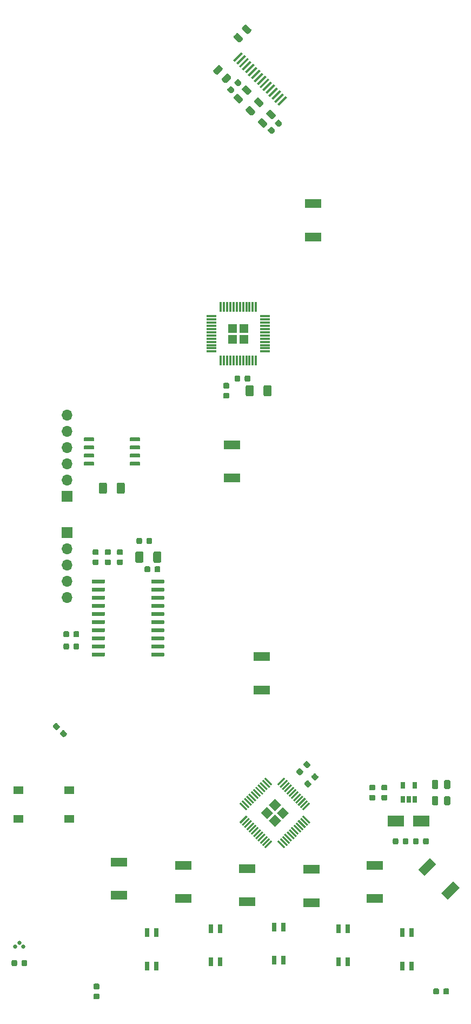
<source format=gbp>
G04 #@! TF.GenerationSoftware,KiCad,Pcbnew,(5.1.5)-3*
G04 #@! TF.CreationDate,2020-02-08T22:35:01-06:00*
G04 #@! TF.ProjectId,tymkrs_Cyphercon_2020_coyote,74796d6b-7273-45f4-9379-70686572636f,V0*
G04 #@! TF.SameCoordinates,Original*
G04 #@! TF.FileFunction,Paste,Bot*
G04 #@! TF.FilePolarity,Positive*
%FSLAX46Y46*%
G04 Gerber Fmt 4.6, Leading zero omitted, Abs format (unit mm)*
G04 Created by KiCad (PCBNEW (5.1.5)-3) date 2020-02-08 22:35:01*
%MOMM*%
%LPD*%
G04 APERTURE LIST*
%ADD10C,0.100000*%
%ADD11R,1.550000X1.300000*%
%ADD12R,1.500000X0.300000*%
%ADD13R,0.300000X1.500000*%
%ADD14R,1.350000X1.350000*%
%ADD15R,2.600000X1.400000*%
%ADD16C,0.635000*%
%ADD17R,0.650000X1.060000*%
%ADD18O,1.700000X1.700000*%
%ADD19R,1.700000X1.700000*%
%ADD20R,0.800000X1.400000*%
%ADD21R,2.500000X1.800000*%
G04 APERTURE END LIST*
D10*
G36*
X105102703Y-110825722D02*
G01*
X105117264Y-110827882D01*
X105131543Y-110831459D01*
X105145403Y-110836418D01*
X105158710Y-110842712D01*
X105171336Y-110850280D01*
X105183159Y-110859048D01*
X105194066Y-110868934D01*
X105203952Y-110879841D01*
X105212720Y-110891664D01*
X105220288Y-110904290D01*
X105226582Y-110917597D01*
X105231541Y-110931457D01*
X105235118Y-110945736D01*
X105237278Y-110960297D01*
X105238000Y-110975000D01*
X105238000Y-111275000D01*
X105237278Y-111289703D01*
X105235118Y-111304264D01*
X105231541Y-111318543D01*
X105226582Y-111332403D01*
X105220288Y-111345710D01*
X105212720Y-111358336D01*
X105203952Y-111370159D01*
X105194066Y-111381066D01*
X105183159Y-111390952D01*
X105171336Y-111399720D01*
X105158710Y-111407288D01*
X105145403Y-111413582D01*
X105131543Y-111418541D01*
X105117264Y-111422118D01*
X105102703Y-111424278D01*
X105088000Y-111425000D01*
X103788000Y-111425000D01*
X103773297Y-111424278D01*
X103758736Y-111422118D01*
X103744457Y-111418541D01*
X103730597Y-111413582D01*
X103717290Y-111407288D01*
X103704664Y-111399720D01*
X103692841Y-111390952D01*
X103681934Y-111381066D01*
X103672048Y-111370159D01*
X103663280Y-111358336D01*
X103655712Y-111345710D01*
X103649418Y-111332403D01*
X103644459Y-111318543D01*
X103640882Y-111304264D01*
X103638722Y-111289703D01*
X103638000Y-111275000D01*
X103638000Y-110975000D01*
X103638722Y-110960297D01*
X103640882Y-110945736D01*
X103644459Y-110931457D01*
X103649418Y-110917597D01*
X103655712Y-110904290D01*
X103663280Y-110891664D01*
X103672048Y-110879841D01*
X103681934Y-110868934D01*
X103692841Y-110859048D01*
X103704664Y-110850280D01*
X103717290Y-110842712D01*
X103730597Y-110836418D01*
X103744457Y-110831459D01*
X103758736Y-110827882D01*
X103773297Y-110825722D01*
X103788000Y-110825000D01*
X105088000Y-110825000D01*
X105102703Y-110825722D01*
G37*
G36*
X105102703Y-109555722D02*
G01*
X105117264Y-109557882D01*
X105131543Y-109561459D01*
X105145403Y-109566418D01*
X105158710Y-109572712D01*
X105171336Y-109580280D01*
X105183159Y-109589048D01*
X105194066Y-109598934D01*
X105203952Y-109609841D01*
X105212720Y-109621664D01*
X105220288Y-109634290D01*
X105226582Y-109647597D01*
X105231541Y-109661457D01*
X105235118Y-109675736D01*
X105237278Y-109690297D01*
X105238000Y-109705000D01*
X105238000Y-110005000D01*
X105237278Y-110019703D01*
X105235118Y-110034264D01*
X105231541Y-110048543D01*
X105226582Y-110062403D01*
X105220288Y-110075710D01*
X105212720Y-110088336D01*
X105203952Y-110100159D01*
X105194066Y-110111066D01*
X105183159Y-110120952D01*
X105171336Y-110129720D01*
X105158710Y-110137288D01*
X105145403Y-110143582D01*
X105131543Y-110148541D01*
X105117264Y-110152118D01*
X105102703Y-110154278D01*
X105088000Y-110155000D01*
X103788000Y-110155000D01*
X103773297Y-110154278D01*
X103758736Y-110152118D01*
X103744457Y-110148541D01*
X103730597Y-110143582D01*
X103717290Y-110137288D01*
X103704664Y-110129720D01*
X103692841Y-110120952D01*
X103681934Y-110111066D01*
X103672048Y-110100159D01*
X103663280Y-110088336D01*
X103655712Y-110075710D01*
X103649418Y-110062403D01*
X103644459Y-110048543D01*
X103640882Y-110034264D01*
X103638722Y-110019703D01*
X103638000Y-110005000D01*
X103638000Y-109705000D01*
X103638722Y-109690297D01*
X103640882Y-109675736D01*
X103644459Y-109661457D01*
X103649418Y-109647597D01*
X103655712Y-109634290D01*
X103663280Y-109621664D01*
X103672048Y-109609841D01*
X103681934Y-109598934D01*
X103692841Y-109589048D01*
X103704664Y-109580280D01*
X103717290Y-109572712D01*
X103730597Y-109566418D01*
X103744457Y-109561459D01*
X103758736Y-109557882D01*
X103773297Y-109555722D01*
X103788000Y-109555000D01*
X105088000Y-109555000D01*
X105102703Y-109555722D01*
G37*
G36*
X105102703Y-108285722D02*
G01*
X105117264Y-108287882D01*
X105131543Y-108291459D01*
X105145403Y-108296418D01*
X105158710Y-108302712D01*
X105171336Y-108310280D01*
X105183159Y-108319048D01*
X105194066Y-108328934D01*
X105203952Y-108339841D01*
X105212720Y-108351664D01*
X105220288Y-108364290D01*
X105226582Y-108377597D01*
X105231541Y-108391457D01*
X105235118Y-108405736D01*
X105237278Y-108420297D01*
X105238000Y-108435000D01*
X105238000Y-108735000D01*
X105237278Y-108749703D01*
X105235118Y-108764264D01*
X105231541Y-108778543D01*
X105226582Y-108792403D01*
X105220288Y-108805710D01*
X105212720Y-108818336D01*
X105203952Y-108830159D01*
X105194066Y-108841066D01*
X105183159Y-108850952D01*
X105171336Y-108859720D01*
X105158710Y-108867288D01*
X105145403Y-108873582D01*
X105131543Y-108878541D01*
X105117264Y-108882118D01*
X105102703Y-108884278D01*
X105088000Y-108885000D01*
X103788000Y-108885000D01*
X103773297Y-108884278D01*
X103758736Y-108882118D01*
X103744457Y-108878541D01*
X103730597Y-108873582D01*
X103717290Y-108867288D01*
X103704664Y-108859720D01*
X103692841Y-108850952D01*
X103681934Y-108841066D01*
X103672048Y-108830159D01*
X103663280Y-108818336D01*
X103655712Y-108805710D01*
X103649418Y-108792403D01*
X103644459Y-108778543D01*
X103640882Y-108764264D01*
X103638722Y-108749703D01*
X103638000Y-108735000D01*
X103638000Y-108435000D01*
X103638722Y-108420297D01*
X103640882Y-108405736D01*
X103644459Y-108391457D01*
X103649418Y-108377597D01*
X103655712Y-108364290D01*
X103663280Y-108351664D01*
X103672048Y-108339841D01*
X103681934Y-108328934D01*
X103692841Y-108319048D01*
X103704664Y-108310280D01*
X103717290Y-108302712D01*
X103730597Y-108296418D01*
X103744457Y-108291459D01*
X103758736Y-108287882D01*
X103773297Y-108285722D01*
X103788000Y-108285000D01*
X105088000Y-108285000D01*
X105102703Y-108285722D01*
G37*
G36*
X105102703Y-107015722D02*
G01*
X105117264Y-107017882D01*
X105131543Y-107021459D01*
X105145403Y-107026418D01*
X105158710Y-107032712D01*
X105171336Y-107040280D01*
X105183159Y-107049048D01*
X105194066Y-107058934D01*
X105203952Y-107069841D01*
X105212720Y-107081664D01*
X105220288Y-107094290D01*
X105226582Y-107107597D01*
X105231541Y-107121457D01*
X105235118Y-107135736D01*
X105237278Y-107150297D01*
X105238000Y-107165000D01*
X105238000Y-107465000D01*
X105237278Y-107479703D01*
X105235118Y-107494264D01*
X105231541Y-107508543D01*
X105226582Y-107522403D01*
X105220288Y-107535710D01*
X105212720Y-107548336D01*
X105203952Y-107560159D01*
X105194066Y-107571066D01*
X105183159Y-107580952D01*
X105171336Y-107589720D01*
X105158710Y-107597288D01*
X105145403Y-107603582D01*
X105131543Y-107608541D01*
X105117264Y-107612118D01*
X105102703Y-107614278D01*
X105088000Y-107615000D01*
X103788000Y-107615000D01*
X103773297Y-107614278D01*
X103758736Y-107612118D01*
X103744457Y-107608541D01*
X103730597Y-107603582D01*
X103717290Y-107597288D01*
X103704664Y-107589720D01*
X103692841Y-107580952D01*
X103681934Y-107571066D01*
X103672048Y-107560159D01*
X103663280Y-107548336D01*
X103655712Y-107535710D01*
X103649418Y-107522403D01*
X103644459Y-107508543D01*
X103640882Y-107494264D01*
X103638722Y-107479703D01*
X103638000Y-107465000D01*
X103638000Y-107165000D01*
X103638722Y-107150297D01*
X103640882Y-107135736D01*
X103644459Y-107121457D01*
X103649418Y-107107597D01*
X103655712Y-107094290D01*
X103663280Y-107081664D01*
X103672048Y-107069841D01*
X103681934Y-107058934D01*
X103692841Y-107049048D01*
X103704664Y-107040280D01*
X103717290Y-107032712D01*
X103730597Y-107026418D01*
X103744457Y-107021459D01*
X103758736Y-107017882D01*
X103773297Y-107015722D01*
X103788000Y-107015000D01*
X105088000Y-107015000D01*
X105102703Y-107015722D01*
G37*
G36*
X97902703Y-107015722D02*
G01*
X97917264Y-107017882D01*
X97931543Y-107021459D01*
X97945403Y-107026418D01*
X97958710Y-107032712D01*
X97971336Y-107040280D01*
X97983159Y-107049048D01*
X97994066Y-107058934D01*
X98003952Y-107069841D01*
X98012720Y-107081664D01*
X98020288Y-107094290D01*
X98026582Y-107107597D01*
X98031541Y-107121457D01*
X98035118Y-107135736D01*
X98037278Y-107150297D01*
X98038000Y-107165000D01*
X98038000Y-107465000D01*
X98037278Y-107479703D01*
X98035118Y-107494264D01*
X98031541Y-107508543D01*
X98026582Y-107522403D01*
X98020288Y-107535710D01*
X98012720Y-107548336D01*
X98003952Y-107560159D01*
X97994066Y-107571066D01*
X97983159Y-107580952D01*
X97971336Y-107589720D01*
X97958710Y-107597288D01*
X97945403Y-107603582D01*
X97931543Y-107608541D01*
X97917264Y-107612118D01*
X97902703Y-107614278D01*
X97888000Y-107615000D01*
X96588000Y-107615000D01*
X96573297Y-107614278D01*
X96558736Y-107612118D01*
X96544457Y-107608541D01*
X96530597Y-107603582D01*
X96517290Y-107597288D01*
X96504664Y-107589720D01*
X96492841Y-107580952D01*
X96481934Y-107571066D01*
X96472048Y-107560159D01*
X96463280Y-107548336D01*
X96455712Y-107535710D01*
X96449418Y-107522403D01*
X96444459Y-107508543D01*
X96440882Y-107494264D01*
X96438722Y-107479703D01*
X96438000Y-107465000D01*
X96438000Y-107165000D01*
X96438722Y-107150297D01*
X96440882Y-107135736D01*
X96444459Y-107121457D01*
X96449418Y-107107597D01*
X96455712Y-107094290D01*
X96463280Y-107081664D01*
X96472048Y-107069841D01*
X96481934Y-107058934D01*
X96492841Y-107049048D01*
X96504664Y-107040280D01*
X96517290Y-107032712D01*
X96530597Y-107026418D01*
X96544457Y-107021459D01*
X96558736Y-107017882D01*
X96573297Y-107015722D01*
X96588000Y-107015000D01*
X97888000Y-107015000D01*
X97902703Y-107015722D01*
G37*
G36*
X97902703Y-108285722D02*
G01*
X97917264Y-108287882D01*
X97931543Y-108291459D01*
X97945403Y-108296418D01*
X97958710Y-108302712D01*
X97971336Y-108310280D01*
X97983159Y-108319048D01*
X97994066Y-108328934D01*
X98003952Y-108339841D01*
X98012720Y-108351664D01*
X98020288Y-108364290D01*
X98026582Y-108377597D01*
X98031541Y-108391457D01*
X98035118Y-108405736D01*
X98037278Y-108420297D01*
X98038000Y-108435000D01*
X98038000Y-108735000D01*
X98037278Y-108749703D01*
X98035118Y-108764264D01*
X98031541Y-108778543D01*
X98026582Y-108792403D01*
X98020288Y-108805710D01*
X98012720Y-108818336D01*
X98003952Y-108830159D01*
X97994066Y-108841066D01*
X97983159Y-108850952D01*
X97971336Y-108859720D01*
X97958710Y-108867288D01*
X97945403Y-108873582D01*
X97931543Y-108878541D01*
X97917264Y-108882118D01*
X97902703Y-108884278D01*
X97888000Y-108885000D01*
X96588000Y-108885000D01*
X96573297Y-108884278D01*
X96558736Y-108882118D01*
X96544457Y-108878541D01*
X96530597Y-108873582D01*
X96517290Y-108867288D01*
X96504664Y-108859720D01*
X96492841Y-108850952D01*
X96481934Y-108841066D01*
X96472048Y-108830159D01*
X96463280Y-108818336D01*
X96455712Y-108805710D01*
X96449418Y-108792403D01*
X96444459Y-108778543D01*
X96440882Y-108764264D01*
X96438722Y-108749703D01*
X96438000Y-108735000D01*
X96438000Y-108435000D01*
X96438722Y-108420297D01*
X96440882Y-108405736D01*
X96444459Y-108391457D01*
X96449418Y-108377597D01*
X96455712Y-108364290D01*
X96463280Y-108351664D01*
X96472048Y-108339841D01*
X96481934Y-108328934D01*
X96492841Y-108319048D01*
X96504664Y-108310280D01*
X96517290Y-108302712D01*
X96530597Y-108296418D01*
X96544457Y-108291459D01*
X96558736Y-108287882D01*
X96573297Y-108285722D01*
X96588000Y-108285000D01*
X97888000Y-108285000D01*
X97902703Y-108285722D01*
G37*
G36*
X97902703Y-109555722D02*
G01*
X97917264Y-109557882D01*
X97931543Y-109561459D01*
X97945403Y-109566418D01*
X97958710Y-109572712D01*
X97971336Y-109580280D01*
X97983159Y-109589048D01*
X97994066Y-109598934D01*
X98003952Y-109609841D01*
X98012720Y-109621664D01*
X98020288Y-109634290D01*
X98026582Y-109647597D01*
X98031541Y-109661457D01*
X98035118Y-109675736D01*
X98037278Y-109690297D01*
X98038000Y-109705000D01*
X98038000Y-110005000D01*
X98037278Y-110019703D01*
X98035118Y-110034264D01*
X98031541Y-110048543D01*
X98026582Y-110062403D01*
X98020288Y-110075710D01*
X98012720Y-110088336D01*
X98003952Y-110100159D01*
X97994066Y-110111066D01*
X97983159Y-110120952D01*
X97971336Y-110129720D01*
X97958710Y-110137288D01*
X97945403Y-110143582D01*
X97931543Y-110148541D01*
X97917264Y-110152118D01*
X97902703Y-110154278D01*
X97888000Y-110155000D01*
X96588000Y-110155000D01*
X96573297Y-110154278D01*
X96558736Y-110152118D01*
X96544457Y-110148541D01*
X96530597Y-110143582D01*
X96517290Y-110137288D01*
X96504664Y-110129720D01*
X96492841Y-110120952D01*
X96481934Y-110111066D01*
X96472048Y-110100159D01*
X96463280Y-110088336D01*
X96455712Y-110075710D01*
X96449418Y-110062403D01*
X96444459Y-110048543D01*
X96440882Y-110034264D01*
X96438722Y-110019703D01*
X96438000Y-110005000D01*
X96438000Y-109705000D01*
X96438722Y-109690297D01*
X96440882Y-109675736D01*
X96444459Y-109661457D01*
X96449418Y-109647597D01*
X96455712Y-109634290D01*
X96463280Y-109621664D01*
X96472048Y-109609841D01*
X96481934Y-109598934D01*
X96492841Y-109589048D01*
X96504664Y-109580280D01*
X96517290Y-109572712D01*
X96530597Y-109566418D01*
X96544457Y-109561459D01*
X96558736Y-109557882D01*
X96573297Y-109555722D01*
X96588000Y-109555000D01*
X97888000Y-109555000D01*
X97902703Y-109555722D01*
G37*
G36*
X97902703Y-110825722D02*
G01*
X97917264Y-110827882D01*
X97931543Y-110831459D01*
X97945403Y-110836418D01*
X97958710Y-110842712D01*
X97971336Y-110850280D01*
X97983159Y-110859048D01*
X97994066Y-110868934D01*
X98003952Y-110879841D01*
X98012720Y-110891664D01*
X98020288Y-110904290D01*
X98026582Y-110917597D01*
X98031541Y-110931457D01*
X98035118Y-110945736D01*
X98037278Y-110960297D01*
X98038000Y-110975000D01*
X98038000Y-111275000D01*
X98037278Y-111289703D01*
X98035118Y-111304264D01*
X98031541Y-111318543D01*
X98026582Y-111332403D01*
X98020288Y-111345710D01*
X98012720Y-111358336D01*
X98003952Y-111370159D01*
X97994066Y-111381066D01*
X97983159Y-111390952D01*
X97971336Y-111399720D01*
X97958710Y-111407288D01*
X97945403Y-111413582D01*
X97931543Y-111418541D01*
X97917264Y-111422118D01*
X97902703Y-111424278D01*
X97888000Y-111425000D01*
X96588000Y-111425000D01*
X96573297Y-111424278D01*
X96558736Y-111422118D01*
X96544457Y-111418541D01*
X96530597Y-111413582D01*
X96517290Y-111407288D01*
X96504664Y-111399720D01*
X96492841Y-111390952D01*
X96481934Y-111381066D01*
X96472048Y-111370159D01*
X96463280Y-111358336D01*
X96455712Y-111345710D01*
X96449418Y-111332403D01*
X96444459Y-111318543D01*
X96440882Y-111304264D01*
X96438722Y-111289703D01*
X96438000Y-111275000D01*
X96438000Y-110975000D01*
X96438722Y-110960297D01*
X96440882Y-110945736D01*
X96444459Y-110931457D01*
X96449418Y-110917597D01*
X96455712Y-110904290D01*
X96463280Y-110891664D01*
X96472048Y-110879841D01*
X96481934Y-110868934D01*
X96492841Y-110859048D01*
X96504664Y-110850280D01*
X96517290Y-110842712D01*
X96530597Y-110836418D01*
X96544457Y-110831459D01*
X96558736Y-110827882D01*
X96573297Y-110825722D01*
X96588000Y-110825000D01*
X97888000Y-110825000D01*
X97902703Y-110825722D01*
G37*
G36*
X128247206Y-53819622D02*
G01*
X126974414Y-55092414D01*
X126726926Y-54844926D01*
X127999718Y-53572134D01*
X128247206Y-53819622D01*
G37*
G36*
X127787587Y-53360002D02*
G01*
X126514795Y-54632794D01*
X126267307Y-54385306D01*
X127540099Y-53112514D01*
X127787587Y-53360002D01*
G37*
G36*
X127327967Y-52900383D02*
G01*
X126055175Y-54173175D01*
X125807687Y-53925687D01*
X127080479Y-52652895D01*
X127327967Y-52900383D01*
G37*
G36*
X126868348Y-52440764D02*
G01*
X125595556Y-53713556D01*
X125348068Y-53466068D01*
X126620860Y-52193276D01*
X126868348Y-52440764D01*
G37*
G36*
X126408728Y-51981144D02*
G01*
X125135936Y-53253936D01*
X124888448Y-53006448D01*
X126161240Y-51733656D01*
X126408728Y-51981144D01*
G37*
G36*
X125949109Y-51521525D02*
G01*
X124676317Y-52794317D01*
X124428829Y-52546829D01*
X125701621Y-51274037D01*
X125949109Y-51521525D01*
G37*
G36*
X125489490Y-51061905D02*
G01*
X124216698Y-52334697D01*
X123969210Y-52087209D01*
X125242002Y-50814417D01*
X125489490Y-51061905D01*
G37*
G36*
X125029870Y-50602286D02*
G01*
X123757078Y-51875078D01*
X123509590Y-51627590D01*
X124782382Y-50354798D01*
X125029870Y-50602286D01*
G37*
G36*
X124570251Y-50142667D02*
G01*
X123297459Y-51415459D01*
X123049971Y-51167971D01*
X124322763Y-49895179D01*
X124570251Y-50142667D01*
G37*
G36*
X124110631Y-49683047D02*
G01*
X122837839Y-50955839D01*
X122590351Y-50708351D01*
X123863143Y-49435559D01*
X124110631Y-49683047D01*
G37*
G36*
X123651012Y-49223428D02*
G01*
X122378220Y-50496220D01*
X122130732Y-50248732D01*
X123403524Y-48975940D01*
X123651012Y-49223428D01*
G37*
G36*
X123191393Y-48763808D02*
G01*
X121918601Y-50036600D01*
X121671113Y-49789112D01*
X122943905Y-48516320D01*
X123191393Y-48763808D01*
G37*
G36*
X122731773Y-48304189D02*
G01*
X121458981Y-49576981D01*
X121211493Y-49329493D01*
X122484285Y-48056701D01*
X122731773Y-48304189D01*
G37*
G36*
X122272154Y-47844570D02*
G01*
X120999362Y-49117362D01*
X120751874Y-48869874D01*
X122024666Y-47597082D01*
X122272154Y-47844570D01*
G37*
G36*
X121812534Y-47384950D02*
G01*
X120539742Y-48657742D01*
X120292254Y-48410254D01*
X121565046Y-47137462D01*
X121812534Y-47384950D01*
G37*
G36*
X121352915Y-46925331D02*
G01*
X120080123Y-48198123D01*
X119832635Y-47950635D01*
X121105427Y-46677843D01*
X121352915Y-46925331D01*
G37*
D11*
X86195000Y-166715000D03*
X94145000Y-166715000D03*
X94145000Y-162215000D03*
X86195000Y-162215000D03*
D12*
X116450000Y-93555000D03*
X116450000Y-93055000D03*
X116450000Y-92555000D03*
X116450000Y-92055000D03*
X116450000Y-91555000D03*
X116450000Y-91055000D03*
X116450000Y-90555000D03*
X116450000Y-90055000D03*
X116450000Y-89555000D03*
X116450000Y-89055000D03*
X116450000Y-88555000D03*
X116450000Y-88055000D03*
D13*
X117900000Y-86605000D03*
X118400000Y-86605000D03*
X118900000Y-86605000D03*
X119400000Y-86605000D03*
X119900000Y-86605000D03*
X120400000Y-86605000D03*
X120900000Y-86605000D03*
X121400000Y-86605000D03*
X121900000Y-86605000D03*
X122400000Y-86605000D03*
X122900000Y-86605000D03*
X123400000Y-86605000D03*
D12*
X124850000Y-88055000D03*
X124850000Y-88555000D03*
X124850000Y-89055000D03*
X124850000Y-89555000D03*
X124850000Y-90055000D03*
X124850000Y-90555000D03*
X124850000Y-91055000D03*
X124850000Y-91555000D03*
X124850000Y-92055000D03*
X124850000Y-92555000D03*
X124850000Y-93055000D03*
X124850000Y-93555000D03*
D13*
X123400000Y-95005000D03*
X122900000Y-95005000D03*
X122400000Y-95005000D03*
X121900000Y-95005000D03*
X121400000Y-95005000D03*
X120900000Y-95005000D03*
X120400000Y-95005000D03*
X119900000Y-95005000D03*
X119400000Y-95005000D03*
X118900000Y-95005000D03*
X118400000Y-95005000D03*
X117900000Y-95005000D03*
D14*
X121525000Y-89930000D03*
X121525000Y-91680000D03*
X119775000Y-89930000D03*
X119775000Y-91680000D03*
D15*
X101981000Y-173422000D03*
X101981000Y-178622000D03*
X112014000Y-173930000D03*
X112014000Y-179130000D03*
X122047000Y-174438000D03*
X122047000Y-179638000D03*
X132080000Y-174565000D03*
X132080000Y-179765000D03*
X141986000Y-173930000D03*
X141986000Y-179130000D03*
D10*
G36*
X151594736Y-173759258D02*
G01*
X149756258Y-175597736D01*
X148766308Y-174607786D01*
X150604786Y-172769308D01*
X151594736Y-173759258D01*
G37*
G36*
X155271692Y-177436214D02*
G01*
X153433214Y-179274692D01*
X152443264Y-178284742D01*
X154281742Y-176446264D01*
X155271692Y-177436214D01*
G37*
G36*
X118947065Y-50090362D02*
G01*
X118970726Y-50093872D01*
X118993930Y-50099684D01*
X119016452Y-50107742D01*
X119038076Y-50117970D01*
X119058593Y-50130267D01*
X119077806Y-50144517D01*
X119095530Y-50160581D01*
X119440245Y-50505296D01*
X119456309Y-50523020D01*
X119470559Y-50542233D01*
X119482856Y-50562750D01*
X119493084Y-50584374D01*
X119501142Y-50606896D01*
X119506954Y-50630100D01*
X119510464Y-50653761D01*
X119511638Y-50677653D01*
X119510464Y-50701545D01*
X119506954Y-50725206D01*
X119501142Y-50748410D01*
X119493084Y-50770932D01*
X119482856Y-50792556D01*
X119470559Y-50813073D01*
X119456309Y-50832286D01*
X119440245Y-50850010D01*
X118795010Y-51495245D01*
X118777286Y-51511309D01*
X118758073Y-51525559D01*
X118737556Y-51537856D01*
X118715932Y-51548084D01*
X118693410Y-51556142D01*
X118670206Y-51561954D01*
X118646545Y-51565464D01*
X118622653Y-51566638D01*
X118598761Y-51565464D01*
X118575100Y-51561954D01*
X118551896Y-51556142D01*
X118529374Y-51548084D01*
X118507750Y-51537856D01*
X118487233Y-51525559D01*
X118468020Y-51511309D01*
X118450296Y-51495245D01*
X118105581Y-51150530D01*
X118089517Y-51132806D01*
X118075267Y-51113593D01*
X118062970Y-51093076D01*
X118052742Y-51071452D01*
X118044684Y-51048930D01*
X118038872Y-51025726D01*
X118035362Y-51002065D01*
X118034188Y-50978173D01*
X118035362Y-50954281D01*
X118038872Y-50930620D01*
X118044684Y-50907416D01*
X118052742Y-50884894D01*
X118062970Y-50863270D01*
X118075267Y-50842753D01*
X118089517Y-50823540D01*
X118105581Y-50805816D01*
X118750816Y-50160581D01*
X118768540Y-50144517D01*
X118787753Y-50130267D01*
X118808270Y-50117970D01*
X118829894Y-50107742D01*
X118852416Y-50099684D01*
X118875620Y-50093872D01*
X118899281Y-50090362D01*
X118923173Y-50089188D01*
X118947065Y-50090362D01*
G37*
G36*
X117621239Y-48764536D02*
G01*
X117644900Y-48768046D01*
X117668104Y-48773858D01*
X117690626Y-48781916D01*
X117712250Y-48792144D01*
X117732767Y-48804441D01*
X117751980Y-48818691D01*
X117769704Y-48834755D01*
X118114419Y-49179470D01*
X118130483Y-49197194D01*
X118144733Y-49216407D01*
X118157030Y-49236924D01*
X118167258Y-49258548D01*
X118175316Y-49281070D01*
X118181128Y-49304274D01*
X118184638Y-49327935D01*
X118185812Y-49351827D01*
X118184638Y-49375719D01*
X118181128Y-49399380D01*
X118175316Y-49422584D01*
X118167258Y-49445106D01*
X118157030Y-49466730D01*
X118144733Y-49487247D01*
X118130483Y-49506460D01*
X118114419Y-49524184D01*
X117469184Y-50169419D01*
X117451460Y-50185483D01*
X117432247Y-50199733D01*
X117411730Y-50212030D01*
X117390106Y-50222258D01*
X117367584Y-50230316D01*
X117344380Y-50236128D01*
X117320719Y-50239638D01*
X117296827Y-50240812D01*
X117272935Y-50239638D01*
X117249274Y-50236128D01*
X117226070Y-50230316D01*
X117203548Y-50222258D01*
X117181924Y-50212030D01*
X117161407Y-50199733D01*
X117142194Y-50185483D01*
X117124470Y-50169419D01*
X116779755Y-49824704D01*
X116763691Y-49806980D01*
X116749441Y-49787767D01*
X116737144Y-49767250D01*
X116726916Y-49745626D01*
X116718858Y-49723104D01*
X116713046Y-49699900D01*
X116709536Y-49676239D01*
X116708362Y-49652347D01*
X116709536Y-49628455D01*
X116713046Y-49604794D01*
X116718858Y-49581590D01*
X116726916Y-49559068D01*
X116737144Y-49537444D01*
X116749441Y-49516927D01*
X116763691Y-49497714D01*
X116779755Y-49479990D01*
X117424990Y-48834755D01*
X117442714Y-48818691D01*
X117461927Y-48804441D01*
X117482444Y-48792144D01*
X117504068Y-48781916D01*
X117526590Y-48773858D01*
X117549794Y-48768046D01*
X117573455Y-48764536D01*
X117597347Y-48763362D01*
X117621239Y-48764536D01*
G37*
G36*
X121821545Y-42414536D02*
G01*
X121845206Y-42418046D01*
X121868410Y-42423858D01*
X121890932Y-42431916D01*
X121912556Y-42442144D01*
X121933073Y-42454441D01*
X121952286Y-42468691D01*
X121970010Y-42484755D01*
X122615245Y-43129990D01*
X122631309Y-43147714D01*
X122645559Y-43166927D01*
X122657856Y-43187444D01*
X122668084Y-43209068D01*
X122676142Y-43231590D01*
X122681954Y-43254794D01*
X122685464Y-43278455D01*
X122686638Y-43302347D01*
X122685464Y-43326239D01*
X122681954Y-43349900D01*
X122676142Y-43373104D01*
X122668084Y-43395626D01*
X122657856Y-43417250D01*
X122645559Y-43437767D01*
X122631309Y-43456980D01*
X122615245Y-43474704D01*
X122270530Y-43819419D01*
X122252806Y-43835483D01*
X122233593Y-43849733D01*
X122213076Y-43862030D01*
X122191452Y-43872258D01*
X122168930Y-43880316D01*
X122145726Y-43886128D01*
X122122065Y-43889638D01*
X122098173Y-43890812D01*
X122074281Y-43889638D01*
X122050620Y-43886128D01*
X122027416Y-43880316D01*
X122004894Y-43872258D01*
X121983270Y-43862030D01*
X121962753Y-43849733D01*
X121943540Y-43835483D01*
X121925816Y-43819419D01*
X121280581Y-43174184D01*
X121264517Y-43156460D01*
X121250267Y-43137247D01*
X121237970Y-43116730D01*
X121227742Y-43095106D01*
X121219684Y-43072584D01*
X121213872Y-43049380D01*
X121210362Y-43025719D01*
X121209188Y-43001827D01*
X121210362Y-42977935D01*
X121213872Y-42954274D01*
X121219684Y-42931070D01*
X121227742Y-42908548D01*
X121237970Y-42886924D01*
X121250267Y-42866407D01*
X121264517Y-42847194D01*
X121280581Y-42829470D01*
X121625296Y-42484755D01*
X121643020Y-42468691D01*
X121662233Y-42454441D01*
X121682750Y-42442144D01*
X121704374Y-42431916D01*
X121726896Y-42423858D01*
X121750100Y-42418046D01*
X121773761Y-42414536D01*
X121797653Y-42413362D01*
X121821545Y-42414536D01*
G37*
G36*
X120495719Y-43740362D02*
G01*
X120519380Y-43743872D01*
X120542584Y-43749684D01*
X120565106Y-43757742D01*
X120586730Y-43767970D01*
X120607247Y-43780267D01*
X120626460Y-43794517D01*
X120644184Y-43810581D01*
X121289419Y-44455816D01*
X121305483Y-44473540D01*
X121319733Y-44492753D01*
X121332030Y-44513270D01*
X121342258Y-44534894D01*
X121350316Y-44557416D01*
X121356128Y-44580620D01*
X121359638Y-44604281D01*
X121360812Y-44628173D01*
X121359638Y-44652065D01*
X121356128Y-44675726D01*
X121350316Y-44698930D01*
X121342258Y-44721452D01*
X121332030Y-44743076D01*
X121319733Y-44763593D01*
X121305483Y-44782806D01*
X121289419Y-44800530D01*
X120944704Y-45145245D01*
X120926980Y-45161309D01*
X120907767Y-45175559D01*
X120887250Y-45187856D01*
X120865626Y-45198084D01*
X120843104Y-45206142D01*
X120819900Y-45211954D01*
X120796239Y-45215464D01*
X120772347Y-45216638D01*
X120748455Y-45215464D01*
X120724794Y-45211954D01*
X120701590Y-45206142D01*
X120679068Y-45198084D01*
X120657444Y-45187856D01*
X120636927Y-45175559D01*
X120617714Y-45161309D01*
X120599990Y-45145245D01*
X119954755Y-44500010D01*
X119938691Y-44482286D01*
X119924441Y-44463073D01*
X119912144Y-44442556D01*
X119901916Y-44420932D01*
X119893858Y-44398410D01*
X119888046Y-44375206D01*
X119884536Y-44351545D01*
X119883362Y-44327653D01*
X119884536Y-44303761D01*
X119888046Y-44280100D01*
X119893858Y-44256896D01*
X119901916Y-44234374D01*
X119912144Y-44212750D01*
X119924441Y-44192233D01*
X119938691Y-44173020D01*
X119954755Y-44155296D01*
X120299470Y-43810581D01*
X120317194Y-43794517D01*
X120336407Y-43780267D01*
X120356924Y-43767970D01*
X120378548Y-43757742D01*
X120401070Y-43749684D01*
X120424274Y-43743872D01*
X120447935Y-43740362D01*
X120471827Y-43739188D01*
X120495719Y-43740362D01*
G37*
D16*
X86360000Y-186055000D03*
X85725000Y-186690000D03*
X86995000Y-186690000D03*
D10*
G36*
X128557031Y-165735000D02*
G01*
X127602437Y-166689594D01*
X126647843Y-165735000D01*
X127602437Y-164780406D01*
X128557031Y-165735000D01*
G37*
G36*
X127319594Y-166972437D02*
G01*
X126365000Y-167927031D01*
X125410406Y-166972437D01*
X126365000Y-166017843D01*
X127319594Y-166972437D01*
G37*
G36*
X127319594Y-164497563D02*
G01*
X126365000Y-165452157D01*
X125410406Y-164497563D01*
X126365000Y-163542969D01*
X127319594Y-164497563D01*
G37*
G36*
X126082157Y-165735000D02*
G01*
X125127563Y-166689594D01*
X124172969Y-165735000D01*
X125127563Y-164780406D01*
X126082157Y-165735000D01*
G37*
G36*
X130855128Y-165346091D02*
G01*
X130642996Y-165133959D01*
X131703656Y-164073299D01*
X131915788Y-164285431D01*
X130855128Y-165346091D01*
G37*
G36*
X130501575Y-164992538D02*
G01*
X130289443Y-164780406D01*
X131350103Y-163719746D01*
X131562235Y-163931878D01*
X130501575Y-164992538D01*
G37*
G36*
X130148021Y-164638984D02*
G01*
X129935889Y-164426852D01*
X130996549Y-163366192D01*
X131208681Y-163578324D01*
X130148021Y-164638984D01*
G37*
G36*
X129794468Y-164285431D02*
G01*
X129582336Y-164073299D01*
X130642996Y-163012639D01*
X130855128Y-163224771D01*
X129794468Y-164285431D01*
G37*
G36*
X129440915Y-163931878D02*
G01*
X129228783Y-163719746D01*
X130289443Y-162659086D01*
X130501575Y-162871218D01*
X129440915Y-163931878D01*
G37*
G36*
X129087361Y-163578324D02*
G01*
X128875229Y-163366192D01*
X129935889Y-162305532D01*
X130148021Y-162517664D01*
X129087361Y-163578324D01*
G37*
G36*
X128733808Y-163224771D02*
G01*
X128521676Y-163012639D01*
X129582336Y-161951979D01*
X129794468Y-162164111D01*
X128733808Y-163224771D01*
G37*
G36*
X128380254Y-162871217D02*
G01*
X128168122Y-162659085D01*
X129228782Y-161598425D01*
X129440914Y-161810557D01*
X128380254Y-162871217D01*
G37*
G36*
X128026701Y-162517664D02*
G01*
X127814569Y-162305532D01*
X128875229Y-161244872D01*
X129087361Y-161457004D01*
X128026701Y-162517664D01*
G37*
G36*
X127673148Y-162164111D02*
G01*
X127461016Y-161951979D01*
X128521676Y-160891319D01*
X128733808Y-161103451D01*
X127673148Y-162164111D01*
G37*
G36*
X127319594Y-161810557D02*
G01*
X127107462Y-161598425D01*
X128168122Y-160537765D01*
X128380254Y-160749897D01*
X127319594Y-161810557D01*
G37*
G36*
X126966041Y-161457004D02*
G01*
X126753909Y-161244872D01*
X127814569Y-160184212D01*
X128026701Y-160396344D01*
X126966041Y-161457004D01*
G37*
G36*
X125976091Y-161244872D02*
G01*
X125763959Y-161457004D01*
X124703299Y-160396344D01*
X124915431Y-160184212D01*
X125976091Y-161244872D01*
G37*
G36*
X125622538Y-161598425D02*
G01*
X125410406Y-161810557D01*
X124349746Y-160749897D01*
X124561878Y-160537765D01*
X125622538Y-161598425D01*
G37*
G36*
X125268984Y-161951979D02*
G01*
X125056852Y-162164111D01*
X123996192Y-161103451D01*
X124208324Y-160891319D01*
X125268984Y-161951979D01*
G37*
G36*
X124915431Y-162305532D02*
G01*
X124703299Y-162517664D01*
X123642639Y-161457004D01*
X123854771Y-161244872D01*
X124915431Y-162305532D01*
G37*
G36*
X124561878Y-162659085D02*
G01*
X124349746Y-162871217D01*
X123289086Y-161810557D01*
X123501218Y-161598425D01*
X124561878Y-162659085D01*
G37*
G36*
X124208324Y-163012639D02*
G01*
X123996192Y-163224771D01*
X122935532Y-162164111D01*
X123147664Y-161951979D01*
X124208324Y-163012639D01*
G37*
G36*
X123854771Y-163366192D02*
G01*
X123642639Y-163578324D01*
X122581979Y-162517664D01*
X122794111Y-162305532D01*
X123854771Y-163366192D01*
G37*
G36*
X123501217Y-163719746D02*
G01*
X123289085Y-163931878D01*
X122228425Y-162871218D01*
X122440557Y-162659086D01*
X123501217Y-163719746D01*
G37*
G36*
X123147664Y-164073299D02*
G01*
X122935532Y-164285431D01*
X121874872Y-163224771D01*
X122087004Y-163012639D01*
X123147664Y-164073299D01*
G37*
G36*
X122794111Y-164426852D02*
G01*
X122581979Y-164638984D01*
X121521319Y-163578324D01*
X121733451Y-163366192D01*
X122794111Y-164426852D01*
G37*
G36*
X122440557Y-164780406D02*
G01*
X122228425Y-164992538D01*
X121167765Y-163931878D01*
X121379897Y-163719746D01*
X122440557Y-164780406D01*
G37*
G36*
X122087004Y-165133959D02*
G01*
X121874872Y-165346091D01*
X120814212Y-164285431D01*
X121026344Y-164073299D01*
X122087004Y-165133959D01*
G37*
G36*
X121026344Y-167396701D02*
G01*
X120814212Y-167184569D01*
X121874872Y-166123909D01*
X122087004Y-166336041D01*
X121026344Y-167396701D01*
G37*
G36*
X121379897Y-167750254D02*
G01*
X121167765Y-167538122D01*
X122228425Y-166477462D01*
X122440557Y-166689594D01*
X121379897Y-167750254D01*
G37*
G36*
X121733451Y-168103808D02*
G01*
X121521319Y-167891676D01*
X122581979Y-166831016D01*
X122794111Y-167043148D01*
X121733451Y-168103808D01*
G37*
G36*
X122087004Y-168457361D02*
G01*
X121874872Y-168245229D01*
X122935532Y-167184569D01*
X123147664Y-167396701D01*
X122087004Y-168457361D01*
G37*
G36*
X122440557Y-168810914D02*
G01*
X122228425Y-168598782D01*
X123289085Y-167538122D01*
X123501217Y-167750254D01*
X122440557Y-168810914D01*
G37*
G36*
X122794111Y-169164468D02*
G01*
X122581979Y-168952336D01*
X123642639Y-167891676D01*
X123854771Y-168103808D01*
X122794111Y-169164468D01*
G37*
G36*
X123147664Y-169518021D02*
G01*
X122935532Y-169305889D01*
X123996192Y-168245229D01*
X124208324Y-168457361D01*
X123147664Y-169518021D01*
G37*
G36*
X123501218Y-169871575D02*
G01*
X123289086Y-169659443D01*
X124349746Y-168598783D01*
X124561878Y-168810915D01*
X123501218Y-169871575D01*
G37*
G36*
X123854771Y-170225128D02*
G01*
X123642639Y-170012996D01*
X124703299Y-168952336D01*
X124915431Y-169164468D01*
X123854771Y-170225128D01*
G37*
G36*
X124208324Y-170578681D02*
G01*
X123996192Y-170366549D01*
X125056852Y-169305889D01*
X125268984Y-169518021D01*
X124208324Y-170578681D01*
G37*
G36*
X124561878Y-170932235D02*
G01*
X124349746Y-170720103D01*
X125410406Y-169659443D01*
X125622538Y-169871575D01*
X124561878Y-170932235D01*
G37*
G36*
X124915431Y-171285788D02*
G01*
X124703299Y-171073656D01*
X125763959Y-170012996D01*
X125976091Y-170225128D01*
X124915431Y-171285788D01*
G37*
G36*
X128026701Y-171073656D02*
G01*
X127814569Y-171285788D01*
X126753909Y-170225128D01*
X126966041Y-170012996D01*
X128026701Y-171073656D01*
G37*
G36*
X128380254Y-170720103D02*
G01*
X128168122Y-170932235D01*
X127107462Y-169871575D01*
X127319594Y-169659443D01*
X128380254Y-170720103D01*
G37*
G36*
X128733808Y-170366549D02*
G01*
X128521676Y-170578681D01*
X127461016Y-169518021D01*
X127673148Y-169305889D01*
X128733808Y-170366549D01*
G37*
G36*
X129087361Y-170012996D02*
G01*
X128875229Y-170225128D01*
X127814569Y-169164468D01*
X128026701Y-168952336D01*
X129087361Y-170012996D01*
G37*
G36*
X129440914Y-169659443D02*
G01*
X129228782Y-169871575D01*
X128168122Y-168810915D01*
X128380254Y-168598783D01*
X129440914Y-169659443D01*
G37*
G36*
X129794468Y-169305889D02*
G01*
X129582336Y-169518021D01*
X128521676Y-168457361D01*
X128733808Y-168245229D01*
X129794468Y-169305889D01*
G37*
G36*
X130148021Y-168952336D02*
G01*
X129935889Y-169164468D01*
X128875229Y-168103808D01*
X129087361Y-167891676D01*
X130148021Y-168952336D01*
G37*
G36*
X130501575Y-168598782D02*
G01*
X130289443Y-168810914D01*
X129228783Y-167750254D01*
X129440915Y-167538122D01*
X130501575Y-168598782D01*
G37*
G36*
X130855128Y-168245229D02*
G01*
X130642996Y-168457361D01*
X129582336Y-167396701D01*
X129794468Y-167184569D01*
X130855128Y-168245229D01*
G37*
G36*
X131208681Y-167891676D02*
G01*
X130996549Y-168103808D01*
X129935889Y-167043148D01*
X130148021Y-166831016D01*
X131208681Y-167891676D01*
G37*
G36*
X131562235Y-167538122D02*
G01*
X131350103Y-167750254D01*
X130289443Y-166689594D01*
X130501575Y-166477462D01*
X131562235Y-167538122D01*
G37*
G36*
X131915788Y-167184569D02*
G01*
X131703656Y-167396701D01*
X130642996Y-166336041D01*
X130855128Y-166123909D01*
X131915788Y-167184569D01*
G37*
D17*
X148270000Y-161460000D03*
X146370000Y-161460000D03*
X146370000Y-163660000D03*
X147320000Y-163660000D03*
X148270000Y-163660000D03*
D10*
G36*
X99617703Y-129240722D02*
G01*
X99632264Y-129242882D01*
X99646543Y-129246459D01*
X99660403Y-129251418D01*
X99673710Y-129257712D01*
X99686336Y-129265280D01*
X99698159Y-129274048D01*
X99709066Y-129283934D01*
X99718952Y-129294841D01*
X99727720Y-129306664D01*
X99735288Y-129319290D01*
X99741582Y-129332597D01*
X99746541Y-129346457D01*
X99750118Y-129360736D01*
X99752278Y-129375297D01*
X99753000Y-129390000D01*
X99753000Y-129690000D01*
X99752278Y-129704703D01*
X99750118Y-129719264D01*
X99746541Y-129733543D01*
X99741582Y-129747403D01*
X99735288Y-129760710D01*
X99727720Y-129773336D01*
X99718952Y-129785159D01*
X99709066Y-129796066D01*
X99698159Y-129805952D01*
X99686336Y-129814720D01*
X99673710Y-129822288D01*
X99660403Y-129828582D01*
X99646543Y-129833541D01*
X99632264Y-129837118D01*
X99617703Y-129839278D01*
X99603000Y-129840000D01*
X97853000Y-129840000D01*
X97838297Y-129839278D01*
X97823736Y-129837118D01*
X97809457Y-129833541D01*
X97795597Y-129828582D01*
X97782290Y-129822288D01*
X97769664Y-129814720D01*
X97757841Y-129805952D01*
X97746934Y-129796066D01*
X97737048Y-129785159D01*
X97728280Y-129773336D01*
X97720712Y-129760710D01*
X97714418Y-129747403D01*
X97709459Y-129733543D01*
X97705882Y-129719264D01*
X97703722Y-129704703D01*
X97703000Y-129690000D01*
X97703000Y-129390000D01*
X97703722Y-129375297D01*
X97705882Y-129360736D01*
X97709459Y-129346457D01*
X97714418Y-129332597D01*
X97720712Y-129319290D01*
X97728280Y-129306664D01*
X97737048Y-129294841D01*
X97746934Y-129283934D01*
X97757841Y-129274048D01*
X97769664Y-129265280D01*
X97782290Y-129257712D01*
X97795597Y-129251418D01*
X97809457Y-129246459D01*
X97823736Y-129242882D01*
X97838297Y-129240722D01*
X97853000Y-129240000D01*
X99603000Y-129240000D01*
X99617703Y-129240722D01*
G37*
G36*
X99617703Y-130510722D02*
G01*
X99632264Y-130512882D01*
X99646543Y-130516459D01*
X99660403Y-130521418D01*
X99673710Y-130527712D01*
X99686336Y-130535280D01*
X99698159Y-130544048D01*
X99709066Y-130553934D01*
X99718952Y-130564841D01*
X99727720Y-130576664D01*
X99735288Y-130589290D01*
X99741582Y-130602597D01*
X99746541Y-130616457D01*
X99750118Y-130630736D01*
X99752278Y-130645297D01*
X99753000Y-130660000D01*
X99753000Y-130960000D01*
X99752278Y-130974703D01*
X99750118Y-130989264D01*
X99746541Y-131003543D01*
X99741582Y-131017403D01*
X99735288Y-131030710D01*
X99727720Y-131043336D01*
X99718952Y-131055159D01*
X99709066Y-131066066D01*
X99698159Y-131075952D01*
X99686336Y-131084720D01*
X99673710Y-131092288D01*
X99660403Y-131098582D01*
X99646543Y-131103541D01*
X99632264Y-131107118D01*
X99617703Y-131109278D01*
X99603000Y-131110000D01*
X97853000Y-131110000D01*
X97838297Y-131109278D01*
X97823736Y-131107118D01*
X97809457Y-131103541D01*
X97795597Y-131098582D01*
X97782290Y-131092288D01*
X97769664Y-131084720D01*
X97757841Y-131075952D01*
X97746934Y-131066066D01*
X97737048Y-131055159D01*
X97728280Y-131043336D01*
X97720712Y-131030710D01*
X97714418Y-131017403D01*
X97709459Y-131003543D01*
X97705882Y-130989264D01*
X97703722Y-130974703D01*
X97703000Y-130960000D01*
X97703000Y-130660000D01*
X97703722Y-130645297D01*
X97705882Y-130630736D01*
X97709459Y-130616457D01*
X97714418Y-130602597D01*
X97720712Y-130589290D01*
X97728280Y-130576664D01*
X97737048Y-130564841D01*
X97746934Y-130553934D01*
X97757841Y-130544048D01*
X97769664Y-130535280D01*
X97782290Y-130527712D01*
X97795597Y-130521418D01*
X97809457Y-130516459D01*
X97823736Y-130512882D01*
X97838297Y-130510722D01*
X97853000Y-130510000D01*
X99603000Y-130510000D01*
X99617703Y-130510722D01*
G37*
G36*
X99617703Y-131780722D02*
G01*
X99632264Y-131782882D01*
X99646543Y-131786459D01*
X99660403Y-131791418D01*
X99673710Y-131797712D01*
X99686336Y-131805280D01*
X99698159Y-131814048D01*
X99709066Y-131823934D01*
X99718952Y-131834841D01*
X99727720Y-131846664D01*
X99735288Y-131859290D01*
X99741582Y-131872597D01*
X99746541Y-131886457D01*
X99750118Y-131900736D01*
X99752278Y-131915297D01*
X99753000Y-131930000D01*
X99753000Y-132230000D01*
X99752278Y-132244703D01*
X99750118Y-132259264D01*
X99746541Y-132273543D01*
X99741582Y-132287403D01*
X99735288Y-132300710D01*
X99727720Y-132313336D01*
X99718952Y-132325159D01*
X99709066Y-132336066D01*
X99698159Y-132345952D01*
X99686336Y-132354720D01*
X99673710Y-132362288D01*
X99660403Y-132368582D01*
X99646543Y-132373541D01*
X99632264Y-132377118D01*
X99617703Y-132379278D01*
X99603000Y-132380000D01*
X97853000Y-132380000D01*
X97838297Y-132379278D01*
X97823736Y-132377118D01*
X97809457Y-132373541D01*
X97795597Y-132368582D01*
X97782290Y-132362288D01*
X97769664Y-132354720D01*
X97757841Y-132345952D01*
X97746934Y-132336066D01*
X97737048Y-132325159D01*
X97728280Y-132313336D01*
X97720712Y-132300710D01*
X97714418Y-132287403D01*
X97709459Y-132273543D01*
X97705882Y-132259264D01*
X97703722Y-132244703D01*
X97703000Y-132230000D01*
X97703000Y-131930000D01*
X97703722Y-131915297D01*
X97705882Y-131900736D01*
X97709459Y-131886457D01*
X97714418Y-131872597D01*
X97720712Y-131859290D01*
X97728280Y-131846664D01*
X97737048Y-131834841D01*
X97746934Y-131823934D01*
X97757841Y-131814048D01*
X97769664Y-131805280D01*
X97782290Y-131797712D01*
X97795597Y-131791418D01*
X97809457Y-131786459D01*
X97823736Y-131782882D01*
X97838297Y-131780722D01*
X97853000Y-131780000D01*
X99603000Y-131780000D01*
X99617703Y-131780722D01*
G37*
G36*
X99617703Y-133050722D02*
G01*
X99632264Y-133052882D01*
X99646543Y-133056459D01*
X99660403Y-133061418D01*
X99673710Y-133067712D01*
X99686336Y-133075280D01*
X99698159Y-133084048D01*
X99709066Y-133093934D01*
X99718952Y-133104841D01*
X99727720Y-133116664D01*
X99735288Y-133129290D01*
X99741582Y-133142597D01*
X99746541Y-133156457D01*
X99750118Y-133170736D01*
X99752278Y-133185297D01*
X99753000Y-133200000D01*
X99753000Y-133500000D01*
X99752278Y-133514703D01*
X99750118Y-133529264D01*
X99746541Y-133543543D01*
X99741582Y-133557403D01*
X99735288Y-133570710D01*
X99727720Y-133583336D01*
X99718952Y-133595159D01*
X99709066Y-133606066D01*
X99698159Y-133615952D01*
X99686336Y-133624720D01*
X99673710Y-133632288D01*
X99660403Y-133638582D01*
X99646543Y-133643541D01*
X99632264Y-133647118D01*
X99617703Y-133649278D01*
X99603000Y-133650000D01*
X97853000Y-133650000D01*
X97838297Y-133649278D01*
X97823736Y-133647118D01*
X97809457Y-133643541D01*
X97795597Y-133638582D01*
X97782290Y-133632288D01*
X97769664Y-133624720D01*
X97757841Y-133615952D01*
X97746934Y-133606066D01*
X97737048Y-133595159D01*
X97728280Y-133583336D01*
X97720712Y-133570710D01*
X97714418Y-133557403D01*
X97709459Y-133543543D01*
X97705882Y-133529264D01*
X97703722Y-133514703D01*
X97703000Y-133500000D01*
X97703000Y-133200000D01*
X97703722Y-133185297D01*
X97705882Y-133170736D01*
X97709459Y-133156457D01*
X97714418Y-133142597D01*
X97720712Y-133129290D01*
X97728280Y-133116664D01*
X97737048Y-133104841D01*
X97746934Y-133093934D01*
X97757841Y-133084048D01*
X97769664Y-133075280D01*
X97782290Y-133067712D01*
X97795597Y-133061418D01*
X97809457Y-133056459D01*
X97823736Y-133052882D01*
X97838297Y-133050722D01*
X97853000Y-133050000D01*
X99603000Y-133050000D01*
X99617703Y-133050722D01*
G37*
G36*
X99617703Y-134320722D02*
G01*
X99632264Y-134322882D01*
X99646543Y-134326459D01*
X99660403Y-134331418D01*
X99673710Y-134337712D01*
X99686336Y-134345280D01*
X99698159Y-134354048D01*
X99709066Y-134363934D01*
X99718952Y-134374841D01*
X99727720Y-134386664D01*
X99735288Y-134399290D01*
X99741582Y-134412597D01*
X99746541Y-134426457D01*
X99750118Y-134440736D01*
X99752278Y-134455297D01*
X99753000Y-134470000D01*
X99753000Y-134770000D01*
X99752278Y-134784703D01*
X99750118Y-134799264D01*
X99746541Y-134813543D01*
X99741582Y-134827403D01*
X99735288Y-134840710D01*
X99727720Y-134853336D01*
X99718952Y-134865159D01*
X99709066Y-134876066D01*
X99698159Y-134885952D01*
X99686336Y-134894720D01*
X99673710Y-134902288D01*
X99660403Y-134908582D01*
X99646543Y-134913541D01*
X99632264Y-134917118D01*
X99617703Y-134919278D01*
X99603000Y-134920000D01*
X97853000Y-134920000D01*
X97838297Y-134919278D01*
X97823736Y-134917118D01*
X97809457Y-134913541D01*
X97795597Y-134908582D01*
X97782290Y-134902288D01*
X97769664Y-134894720D01*
X97757841Y-134885952D01*
X97746934Y-134876066D01*
X97737048Y-134865159D01*
X97728280Y-134853336D01*
X97720712Y-134840710D01*
X97714418Y-134827403D01*
X97709459Y-134813543D01*
X97705882Y-134799264D01*
X97703722Y-134784703D01*
X97703000Y-134770000D01*
X97703000Y-134470000D01*
X97703722Y-134455297D01*
X97705882Y-134440736D01*
X97709459Y-134426457D01*
X97714418Y-134412597D01*
X97720712Y-134399290D01*
X97728280Y-134386664D01*
X97737048Y-134374841D01*
X97746934Y-134363934D01*
X97757841Y-134354048D01*
X97769664Y-134345280D01*
X97782290Y-134337712D01*
X97795597Y-134331418D01*
X97809457Y-134326459D01*
X97823736Y-134322882D01*
X97838297Y-134320722D01*
X97853000Y-134320000D01*
X99603000Y-134320000D01*
X99617703Y-134320722D01*
G37*
G36*
X99617703Y-135590722D02*
G01*
X99632264Y-135592882D01*
X99646543Y-135596459D01*
X99660403Y-135601418D01*
X99673710Y-135607712D01*
X99686336Y-135615280D01*
X99698159Y-135624048D01*
X99709066Y-135633934D01*
X99718952Y-135644841D01*
X99727720Y-135656664D01*
X99735288Y-135669290D01*
X99741582Y-135682597D01*
X99746541Y-135696457D01*
X99750118Y-135710736D01*
X99752278Y-135725297D01*
X99753000Y-135740000D01*
X99753000Y-136040000D01*
X99752278Y-136054703D01*
X99750118Y-136069264D01*
X99746541Y-136083543D01*
X99741582Y-136097403D01*
X99735288Y-136110710D01*
X99727720Y-136123336D01*
X99718952Y-136135159D01*
X99709066Y-136146066D01*
X99698159Y-136155952D01*
X99686336Y-136164720D01*
X99673710Y-136172288D01*
X99660403Y-136178582D01*
X99646543Y-136183541D01*
X99632264Y-136187118D01*
X99617703Y-136189278D01*
X99603000Y-136190000D01*
X97853000Y-136190000D01*
X97838297Y-136189278D01*
X97823736Y-136187118D01*
X97809457Y-136183541D01*
X97795597Y-136178582D01*
X97782290Y-136172288D01*
X97769664Y-136164720D01*
X97757841Y-136155952D01*
X97746934Y-136146066D01*
X97737048Y-136135159D01*
X97728280Y-136123336D01*
X97720712Y-136110710D01*
X97714418Y-136097403D01*
X97709459Y-136083543D01*
X97705882Y-136069264D01*
X97703722Y-136054703D01*
X97703000Y-136040000D01*
X97703000Y-135740000D01*
X97703722Y-135725297D01*
X97705882Y-135710736D01*
X97709459Y-135696457D01*
X97714418Y-135682597D01*
X97720712Y-135669290D01*
X97728280Y-135656664D01*
X97737048Y-135644841D01*
X97746934Y-135633934D01*
X97757841Y-135624048D01*
X97769664Y-135615280D01*
X97782290Y-135607712D01*
X97795597Y-135601418D01*
X97809457Y-135596459D01*
X97823736Y-135592882D01*
X97838297Y-135590722D01*
X97853000Y-135590000D01*
X99603000Y-135590000D01*
X99617703Y-135590722D01*
G37*
G36*
X99617703Y-136860722D02*
G01*
X99632264Y-136862882D01*
X99646543Y-136866459D01*
X99660403Y-136871418D01*
X99673710Y-136877712D01*
X99686336Y-136885280D01*
X99698159Y-136894048D01*
X99709066Y-136903934D01*
X99718952Y-136914841D01*
X99727720Y-136926664D01*
X99735288Y-136939290D01*
X99741582Y-136952597D01*
X99746541Y-136966457D01*
X99750118Y-136980736D01*
X99752278Y-136995297D01*
X99753000Y-137010000D01*
X99753000Y-137310000D01*
X99752278Y-137324703D01*
X99750118Y-137339264D01*
X99746541Y-137353543D01*
X99741582Y-137367403D01*
X99735288Y-137380710D01*
X99727720Y-137393336D01*
X99718952Y-137405159D01*
X99709066Y-137416066D01*
X99698159Y-137425952D01*
X99686336Y-137434720D01*
X99673710Y-137442288D01*
X99660403Y-137448582D01*
X99646543Y-137453541D01*
X99632264Y-137457118D01*
X99617703Y-137459278D01*
X99603000Y-137460000D01*
X97853000Y-137460000D01*
X97838297Y-137459278D01*
X97823736Y-137457118D01*
X97809457Y-137453541D01*
X97795597Y-137448582D01*
X97782290Y-137442288D01*
X97769664Y-137434720D01*
X97757841Y-137425952D01*
X97746934Y-137416066D01*
X97737048Y-137405159D01*
X97728280Y-137393336D01*
X97720712Y-137380710D01*
X97714418Y-137367403D01*
X97709459Y-137353543D01*
X97705882Y-137339264D01*
X97703722Y-137324703D01*
X97703000Y-137310000D01*
X97703000Y-137010000D01*
X97703722Y-136995297D01*
X97705882Y-136980736D01*
X97709459Y-136966457D01*
X97714418Y-136952597D01*
X97720712Y-136939290D01*
X97728280Y-136926664D01*
X97737048Y-136914841D01*
X97746934Y-136903934D01*
X97757841Y-136894048D01*
X97769664Y-136885280D01*
X97782290Y-136877712D01*
X97795597Y-136871418D01*
X97809457Y-136866459D01*
X97823736Y-136862882D01*
X97838297Y-136860722D01*
X97853000Y-136860000D01*
X99603000Y-136860000D01*
X99617703Y-136860722D01*
G37*
G36*
X99617703Y-138130722D02*
G01*
X99632264Y-138132882D01*
X99646543Y-138136459D01*
X99660403Y-138141418D01*
X99673710Y-138147712D01*
X99686336Y-138155280D01*
X99698159Y-138164048D01*
X99709066Y-138173934D01*
X99718952Y-138184841D01*
X99727720Y-138196664D01*
X99735288Y-138209290D01*
X99741582Y-138222597D01*
X99746541Y-138236457D01*
X99750118Y-138250736D01*
X99752278Y-138265297D01*
X99753000Y-138280000D01*
X99753000Y-138580000D01*
X99752278Y-138594703D01*
X99750118Y-138609264D01*
X99746541Y-138623543D01*
X99741582Y-138637403D01*
X99735288Y-138650710D01*
X99727720Y-138663336D01*
X99718952Y-138675159D01*
X99709066Y-138686066D01*
X99698159Y-138695952D01*
X99686336Y-138704720D01*
X99673710Y-138712288D01*
X99660403Y-138718582D01*
X99646543Y-138723541D01*
X99632264Y-138727118D01*
X99617703Y-138729278D01*
X99603000Y-138730000D01*
X97853000Y-138730000D01*
X97838297Y-138729278D01*
X97823736Y-138727118D01*
X97809457Y-138723541D01*
X97795597Y-138718582D01*
X97782290Y-138712288D01*
X97769664Y-138704720D01*
X97757841Y-138695952D01*
X97746934Y-138686066D01*
X97737048Y-138675159D01*
X97728280Y-138663336D01*
X97720712Y-138650710D01*
X97714418Y-138637403D01*
X97709459Y-138623543D01*
X97705882Y-138609264D01*
X97703722Y-138594703D01*
X97703000Y-138580000D01*
X97703000Y-138280000D01*
X97703722Y-138265297D01*
X97705882Y-138250736D01*
X97709459Y-138236457D01*
X97714418Y-138222597D01*
X97720712Y-138209290D01*
X97728280Y-138196664D01*
X97737048Y-138184841D01*
X97746934Y-138173934D01*
X97757841Y-138164048D01*
X97769664Y-138155280D01*
X97782290Y-138147712D01*
X97795597Y-138141418D01*
X97809457Y-138136459D01*
X97823736Y-138132882D01*
X97838297Y-138130722D01*
X97853000Y-138130000D01*
X99603000Y-138130000D01*
X99617703Y-138130722D01*
G37*
G36*
X99617703Y-139400722D02*
G01*
X99632264Y-139402882D01*
X99646543Y-139406459D01*
X99660403Y-139411418D01*
X99673710Y-139417712D01*
X99686336Y-139425280D01*
X99698159Y-139434048D01*
X99709066Y-139443934D01*
X99718952Y-139454841D01*
X99727720Y-139466664D01*
X99735288Y-139479290D01*
X99741582Y-139492597D01*
X99746541Y-139506457D01*
X99750118Y-139520736D01*
X99752278Y-139535297D01*
X99753000Y-139550000D01*
X99753000Y-139850000D01*
X99752278Y-139864703D01*
X99750118Y-139879264D01*
X99746541Y-139893543D01*
X99741582Y-139907403D01*
X99735288Y-139920710D01*
X99727720Y-139933336D01*
X99718952Y-139945159D01*
X99709066Y-139956066D01*
X99698159Y-139965952D01*
X99686336Y-139974720D01*
X99673710Y-139982288D01*
X99660403Y-139988582D01*
X99646543Y-139993541D01*
X99632264Y-139997118D01*
X99617703Y-139999278D01*
X99603000Y-140000000D01*
X97853000Y-140000000D01*
X97838297Y-139999278D01*
X97823736Y-139997118D01*
X97809457Y-139993541D01*
X97795597Y-139988582D01*
X97782290Y-139982288D01*
X97769664Y-139974720D01*
X97757841Y-139965952D01*
X97746934Y-139956066D01*
X97737048Y-139945159D01*
X97728280Y-139933336D01*
X97720712Y-139920710D01*
X97714418Y-139907403D01*
X97709459Y-139893543D01*
X97705882Y-139879264D01*
X97703722Y-139864703D01*
X97703000Y-139850000D01*
X97703000Y-139550000D01*
X97703722Y-139535297D01*
X97705882Y-139520736D01*
X97709459Y-139506457D01*
X97714418Y-139492597D01*
X97720712Y-139479290D01*
X97728280Y-139466664D01*
X97737048Y-139454841D01*
X97746934Y-139443934D01*
X97757841Y-139434048D01*
X97769664Y-139425280D01*
X97782290Y-139417712D01*
X97795597Y-139411418D01*
X97809457Y-139406459D01*
X97823736Y-139402882D01*
X97838297Y-139400722D01*
X97853000Y-139400000D01*
X99603000Y-139400000D01*
X99617703Y-139400722D01*
G37*
G36*
X99617703Y-140670722D02*
G01*
X99632264Y-140672882D01*
X99646543Y-140676459D01*
X99660403Y-140681418D01*
X99673710Y-140687712D01*
X99686336Y-140695280D01*
X99698159Y-140704048D01*
X99709066Y-140713934D01*
X99718952Y-140724841D01*
X99727720Y-140736664D01*
X99735288Y-140749290D01*
X99741582Y-140762597D01*
X99746541Y-140776457D01*
X99750118Y-140790736D01*
X99752278Y-140805297D01*
X99753000Y-140820000D01*
X99753000Y-141120000D01*
X99752278Y-141134703D01*
X99750118Y-141149264D01*
X99746541Y-141163543D01*
X99741582Y-141177403D01*
X99735288Y-141190710D01*
X99727720Y-141203336D01*
X99718952Y-141215159D01*
X99709066Y-141226066D01*
X99698159Y-141235952D01*
X99686336Y-141244720D01*
X99673710Y-141252288D01*
X99660403Y-141258582D01*
X99646543Y-141263541D01*
X99632264Y-141267118D01*
X99617703Y-141269278D01*
X99603000Y-141270000D01*
X97853000Y-141270000D01*
X97838297Y-141269278D01*
X97823736Y-141267118D01*
X97809457Y-141263541D01*
X97795597Y-141258582D01*
X97782290Y-141252288D01*
X97769664Y-141244720D01*
X97757841Y-141235952D01*
X97746934Y-141226066D01*
X97737048Y-141215159D01*
X97728280Y-141203336D01*
X97720712Y-141190710D01*
X97714418Y-141177403D01*
X97709459Y-141163543D01*
X97705882Y-141149264D01*
X97703722Y-141134703D01*
X97703000Y-141120000D01*
X97703000Y-140820000D01*
X97703722Y-140805297D01*
X97705882Y-140790736D01*
X97709459Y-140776457D01*
X97714418Y-140762597D01*
X97720712Y-140749290D01*
X97728280Y-140736664D01*
X97737048Y-140724841D01*
X97746934Y-140713934D01*
X97757841Y-140704048D01*
X97769664Y-140695280D01*
X97782290Y-140687712D01*
X97795597Y-140681418D01*
X97809457Y-140676459D01*
X97823736Y-140672882D01*
X97838297Y-140670722D01*
X97853000Y-140670000D01*
X99603000Y-140670000D01*
X99617703Y-140670722D01*
G37*
G36*
X108917703Y-140670722D02*
G01*
X108932264Y-140672882D01*
X108946543Y-140676459D01*
X108960403Y-140681418D01*
X108973710Y-140687712D01*
X108986336Y-140695280D01*
X108998159Y-140704048D01*
X109009066Y-140713934D01*
X109018952Y-140724841D01*
X109027720Y-140736664D01*
X109035288Y-140749290D01*
X109041582Y-140762597D01*
X109046541Y-140776457D01*
X109050118Y-140790736D01*
X109052278Y-140805297D01*
X109053000Y-140820000D01*
X109053000Y-141120000D01*
X109052278Y-141134703D01*
X109050118Y-141149264D01*
X109046541Y-141163543D01*
X109041582Y-141177403D01*
X109035288Y-141190710D01*
X109027720Y-141203336D01*
X109018952Y-141215159D01*
X109009066Y-141226066D01*
X108998159Y-141235952D01*
X108986336Y-141244720D01*
X108973710Y-141252288D01*
X108960403Y-141258582D01*
X108946543Y-141263541D01*
X108932264Y-141267118D01*
X108917703Y-141269278D01*
X108903000Y-141270000D01*
X107153000Y-141270000D01*
X107138297Y-141269278D01*
X107123736Y-141267118D01*
X107109457Y-141263541D01*
X107095597Y-141258582D01*
X107082290Y-141252288D01*
X107069664Y-141244720D01*
X107057841Y-141235952D01*
X107046934Y-141226066D01*
X107037048Y-141215159D01*
X107028280Y-141203336D01*
X107020712Y-141190710D01*
X107014418Y-141177403D01*
X107009459Y-141163543D01*
X107005882Y-141149264D01*
X107003722Y-141134703D01*
X107003000Y-141120000D01*
X107003000Y-140820000D01*
X107003722Y-140805297D01*
X107005882Y-140790736D01*
X107009459Y-140776457D01*
X107014418Y-140762597D01*
X107020712Y-140749290D01*
X107028280Y-140736664D01*
X107037048Y-140724841D01*
X107046934Y-140713934D01*
X107057841Y-140704048D01*
X107069664Y-140695280D01*
X107082290Y-140687712D01*
X107095597Y-140681418D01*
X107109457Y-140676459D01*
X107123736Y-140672882D01*
X107138297Y-140670722D01*
X107153000Y-140670000D01*
X108903000Y-140670000D01*
X108917703Y-140670722D01*
G37*
G36*
X108917703Y-139400722D02*
G01*
X108932264Y-139402882D01*
X108946543Y-139406459D01*
X108960403Y-139411418D01*
X108973710Y-139417712D01*
X108986336Y-139425280D01*
X108998159Y-139434048D01*
X109009066Y-139443934D01*
X109018952Y-139454841D01*
X109027720Y-139466664D01*
X109035288Y-139479290D01*
X109041582Y-139492597D01*
X109046541Y-139506457D01*
X109050118Y-139520736D01*
X109052278Y-139535297D01*
X109053000Y-139550000D01*
X109053000Y-139850000D01*
X109052278Y-139864703D01*
X109050118Y-139879264D01*
X109046541Y-139893543D01*
X109041582Y-139907403D01*
X109035288Y-139920710D01*
X109027720Y-139933336D01*
X109018952Y-139945159D01*
X109009066Y-139956066D01*
X108998159Y-139965952D01*
X108986336Y-139974720D01*
X108973710Y-139982288D01*
X108960403Y-139988582D01*
X108946543Y-139993541D01*
X108932264Y-139997118D01*
X108917703Y-139999278D01*
X108903000Y-140000000D01*
X107153000Y-140000000D01*
X107138297Y-139999278D01*
X107123736Y-139997118D01*
X107109457Y-139993541D01*
X107095597Y-139988582D01*
X107082290Y-139982288D01*
X107069664Y-139974720D01*
X107057841Y-139965952D01*
X107046934Y-139956066D01*
X107037048Y-139945159D01*
X107028280Y-139933336D01*
X107020712Y-139920710D01*
X107014418Y-139907403D01*
X107009459Y-139893543D01*
X107005882Y-139879264D01*
X107003722Y-139864703D01*
X107003000Y-139850000D01*
X107003000Y-139550000D01*
X107003722Y-139535297D01*
X107005882Y-139520736D01*
X107009459Y-139506457D01*
X107014418Y-139492597D01*
X107020712Y-139479290D01*
X107028280Y-139466664D01*
X107037048Y-139454841D01*
X107046934Y-139443934D01*
X107057841Y-139434048D01*
X107069664Y-139425280D01*
X107082290Y-139417712D01*
X107095597Y-139411418D01*
X107109457Y-139406459D01*
X107123736Y-139402882D01*
X107138297Y-139400722D01*
X107153000Y-139400000D01*
X108903000Y-139400000D01*
X108917703Y-139400722D01*
G37*
G36*
X108917703Y-138130722D02*
G01*
X108932264Y-138132882D01*
X108946543Y-138136459D01*
X108960403Y-138141418D01*
X108973710Y-138147712D01*
X108986336Y-138155280D01*
X108998159Y-138164048D01*
X109009066Y-138173934D01*
X109018952Y-138184841D01*
X109027720Y-138196664D01*
X109035288Y-138209290D01*
X109041582Y-138222597D01*
X109046541Y-138236457D01*
X109050118Y-138250736D01*
X109052278Y-138265297D01*
X109053000Y-138280000D01*
X109053000Y-138580000D01*
X109052278Y-138594703D01*
X109050118Y-138609264D01*
X109046541Y-138623543D01*
X109041582Y-138637403D01*
X109035288Y-138650710D01*
X109027720Y-138663336D01*
X109018952Y-138675159D01*
X109009066Y-138686066D01*
X108998159Y-138695952D01*
X108986336Y-138704720D01*
X108973710Y-138712288D01*
X108960403Y-138718582D01*
X108946543Y-138723541D01*
X108932264Y-138727118D01*
X108917703Y-138729278D01*
X108903000Y-138730000D01*
X107153000Y-138730000D01*
X107138297Y-138729278D01*
X107123736Y-138727118D01*
X107109457Y-138723541D01*
X107095597Y-138718582D01*
X107082290Y-138712288D01*
X107069664Y-138704720D01*
X107057841Y-138695952D01*
X107046934Y-138686066D01*
X107037048Y-138675159D01*
X107028280Y-138663336D01*
X107020712Y-138650710D01*
X107014418Y-138637403D01*
X107009459Y-138623543D01*
X107005882Y-138609264D01*
X107003722Y-138594703D01*
X107003000Y-138580000D01*
X107003000Y-138280000D01*
X107003722Y-138265297D01*
X107005882Y-138250736D01*
X107009459Y-138236457D01*
X107014418Y-138222597D01*
X107020712Y-138209290D01*
X107028280Y-138196664D01*
X107037048Y-138184841D01*
X107046934Y-138173934D01*
X107057841Y-138164048D01*
X107069664Y-138155280D01*
X107082290Y-138147712D01*
X107095597Y-138141418D01*
X107109457Y-138136459D01*
X107123736Y-138132882D01*
X107138297Y-138130722D01*
X107153000Y-138130000D01*
X108903000Y-138130000D01*
X108917703Y-138130722D01*
G37*
G36*
X108917703Y-136860722D02*
G01*
X108932264Y-136862882D01*
X108946543Y-136866459D01*
X108960403Y-136871418D01*
X108973710Y-136877712D01*
X108986336Y-136885280D01*
X108998159Y-136894048D01*
X109009066Y-136903934D01*
X109018952Y-136914841D01*
X109027720Y-136926664D01*
X109035288Y-136939290D01*
X109041582Y-136952597D01*
X109046541Y-136966457D01*
X109050118Y-136980736D01*
X109052278Y-136995297D01*
X109053000Y-137010000D01*
X109053000Y-137310000D01*
X109052278Y-137324703D01*
X109050118Y-137339264D01*
X109046541Y-137353543D01*
X109041582Y-137367403D01*
X109035288Y-137380710D01*
X109027720Y-137393336D01*
X109018952Y-137405159D01*
X109009066Y-137416066D01*
X108998159Y-137425952D01*
X108986336Y-137434720D01*
X108973710Y-137442288D01*
X108960403Y-137448582D01*
X108946543Y-137453541D01*
X108932264Y-137457118D01*
X108917703Y-137459278D01*
X108903000Y-137460000D01*
X107153000Y-137460000D01*
X107138297Y-137459278D01*
X107123736Y-137457118D01*
X107109457Y-137453541D01*
X107095597Y-137448582D01*
X107082290Y-137442288D01*
X107069664Y-137434720D01*
X107057841Y-137425952D01*
X107046934Y-137416066D01*
X107037048Y-137405159D01*
X107028280Y-137393336D01*
X107020712Y-137380710D01*
X107014418Y-137367403D01*
X107009459Y-137353543D01*
X107005882Y-137339264D01*
X107003722Y-137324703D01*
X107003000Y-137310000D01*
X107003000Y-137010000D01*
X107003722Y-136995297D01*
X107005882Y-136980736D01*
X107009459Y-136966457D01*
X107014418Y-136952597D01*
X107020712Y-136939290D01*
X107028280Y-136926664D01*
X107037048Y-136914841D01*
X107046934Y-136903934D01*
X107057841Y-136894048D01*
X107069664Y-136885280D01*
X107082290Y-136877712D01*
X107095597Y-136871418D01*
X107109457Y-136866459D01*
X107123736Y-136862882D01*
X107138297Y-136860722D01*
X107153000Y-136860000D01*
X108903000Y-136860000D01*
X108917703Y-136860722D01*
G37*
G36*
X108917703Y-135590722D02*
G01*
X108932264Y-135592882D01*
X108946543Y-135596459D01*
X108960403Y-135601418D01*
X108973710Y-135607712D01*
X108986336Y-135615280D01*
X108998159Y-135624048D01*
X109009066Y-135633934D01*
X109018952Y-135644841D01*
X109027720Y-135656664D01*
X109035288Y-135669290D01*
X109041582Y-135682597D01*
X109046541Y-135696457D01*
X109050118Y-135710736D01*
X109052278Y-135725297D01*
X109053000Y-135740000D01*
X109053000Y-136040000D01*
X109052278Y-136054703D01*
X109050118Y-136069264D01*
X109046541Y-136083543D01*
X109041582Y-136097403D01*
X109035288Y-136110710D01*
X109027720Y-136123336D01*
X109018952Y-136135159D01*
X109009066Y-136146066D01*
X108998159Y-136155952D01*
X108986336Y-136164720D01*
X108973710Y-136172288D01*
X108960403Y-136178582D01*
X108946543Y-136183541D01*
X108932264Y-136187118D01*
X108917703Y-136189278D01*
X108903000Y-136190000D01*
X107153000Y-136190000D01*
X107138297Y-136189278D01*
X107123736Y-136187118D01*
X107109457Y-136183541D01*
X107095597Y-136178582D01*
X107082290Y-136172288D01*
X107069664Y-136164720D01*
X107057841Y-136155952D01*
X107046934Y-136146066D01*
X107037048Y-136135159D01*
X107028280Y-136123336D01*
X107020712Y-136110710D01*
X107014418Y-136097403D01*
X107009459Y-136083543D01*
X107005882Y-136069264D01*
X107003722Y-136054703D01*
X107003000Y-136040000D01*
X107003000Y-135740000D01*
X107003722Y-135725297D01*
X107005882Y-135710736D01*
X107009459Y-135696457D01*
X107014418Y-135682597D01*
X107020712Y-135669290D01*
X107028280Y-135656664D01*
X107037048Y-135644841D01*
X107046934Y-135633934D01*
X107057841Y-135624048D01*
X107069664Y-135615280D01*
X107082290Y-135607712D01*
X107095597Y-135601418D01*
X107109457Y-135596459D01*
X107123736Y-135592882D01*
X107138297Y-135590722D01*
X107153000Y-135590000D01*
X108903000Y-135590000D01*
X108917703Y-135590722D01*
G37*
G36*
X108917703Y-134320722D02*
G01*
X108932264Y-134322882D01*
X108946543Y-134326459D01*
X108960403Y-134331418D01*
X108973710Y-134337712D01*
X108986336Y-134345280D01*
X108998159Y-134354048D01*
X109009066Y-134363934D01*
X109018952Y-134374841D01*
X109027720Y-134386664D01*
X109035288Y-134399290D01*
X109041582Y-134412597D01*
X109046541Y-134426457D01*
X109050118Y-134440736D01*
X109052278Y-134455297D01*
X109053000Y-134470000D01*
X109053000Y-134770000D01*
X109052278Y-134784703D01*
X109050118Y-134799264D01*
X109046541Y-134813543D01*
X109041582Y-134827403D01*
X109035288Y-134840710D01*
X109027720Y-134853336D01*
X109018952Y-134865159D01*
X109009066Y-134876066D01*
X108998159Y-134885952D01*
X108986336Y-134894720D01*
X108973710Y-134902288D01*
X108960403Y-134908582D01*
X108946543Y-134913541D01*
X108932264Y-134917118D01*
X108917703Y-134919278D01*
X108903000Y-134920000D01*
X107153000Y-134920000D01*
X107138297Y-134919278D01*
X107123736Y-134917118D01*
X107109457Y-134913541D01*
X107095597Y-134908582D01*
X107082290Y-134902288D01*
X107069664Y-134894720D01*
X107057841Y-134885952D01*
X107046934Y-134876066D01*
X107037048Y-134865159D01*
X107028280Y-134853336D01*
X107020712Y-134840710D01*
X107014418Y-134827403D01*
X107009459Y-134813543D01*
X107005882Y-134799264D01*
X107003722Y-134784703D01*
X107003000Y-134770000D01*
X107003000Y-134470000D01*
X107003722Y-134455297D01*
X107005882Y-134440736D01*
X107009459Y-134426457D01*
X107014418Y-134412597D01*
X107020712Y-134399290D01*
X107028280Y-134386664D01*
X107037048Y-134374841D01*
X107046934Y-134363934D01*
X107057841Y-134354048D01*
X107069664Y-134345280D01*
X107082290Y-134337712D01*
X107095597Y-134331418D01*
X107109457Y-134326459D01*
X107123736Y-134322882D01*
X107138297Y-134320722D01*
X107153000Y-134320000D01*
X108903000Y-134320000D01*
X108917703Y-134320722D01*
G37*
G36*
X108917703Y-133050722D02*
G01*
X108932264Y-133052882D01*
X108946543Y-133056459D01*
X108960403Y-133061418D01*
X108973710Y-133067712D01*
X108986336Y-133075280D01*
X108998159Y-133084048D01*
X109009066Y-133093934D01*
X109018952Y-133104841D01*
X109027720Y-133116664D01*
X109035288Y-133129290D01*
X109041582Y-133142597D01*
X109046541Y-133156457D01*
X109050118Y-133170736D01*
X109052278Y-133185297D01*
X109053000Y-133200000D01*
X109053000Y-133500000D01*
X109052278Y-133514703D01*
X109050118Y-133529264D01*
X109046541Y-133543543D01*
X109041582Y-133557403D01*
X109035288Y-133570710D01*
X109027720Y-133583336D01*
X109018952Y-133595159D01*
X109009066Y-133606066D01*
X108998159Y-133615952D01*
X108986336Y-133624720D01*
X108973710Y-133632288D01*
X108960403Y-133638582D01*
X108946543Y-133643541D01*
X108932264Y-133647118D01*
X108917703Y-133649278D01*
X108903000Y-133650000D01*
X107153000Y-133650000D01*
X107138297Y-133649278D01*
X107123736Y-133647118D01*
X107109457Y-133643541D01*
X107095597Y-133638582D01*
X107082290Y-133632288D01*
X107069664Y-133624720D01*
X107057841Y-133615952D01*
X107046934Y-133606066D01*
X107037048Y-133595159D01*
X107028280Y-133583336D01*
X107020712Y-133570710D01*
X107014418Y-133557403D01*
X107009459Y-133543543D01*
X107005882Y-133529264D01*
X107003722Y-133514703D01*
X107003000Y-133500000D01*
X107003000Y-133200000D01*
X107003722Y-133185297D01*
X107005882Y-133170736D01*
X107009459Y-133156457D01*
X107014418Y-133142597D01*
X107020712Y-133129290D01*
X107028280Y-133116664D01*
X107037048Y-133104841D01*
X107046934Y-133093934D01*
X107057841Y-133084048D01*
X107069664Y-133075280D01*
X107082290Y-133067712D01*
X107095597Y-133061418D01*
X107109457Y-133056459D01*
X107123736Y-133052882D01*
X107138297Y-133050722D01*
X107153000Y-133050000D01*
X108903000Y-133050000D01*
X108917703Y-133050722D01*
G37*
G36*
X108917703Y-131780722D02*
G01*
X108932264Y-131782882D01*
X108946543Y-131786459D01*
X108960403Y-131791418D01*
X108973710Y-131797712D01*
X108986336Y-131805280D01*
X108998159Y-131814048D01*
X109009066Y-131823934D01*
X109018952Y-131834841D01*
X109027720Y-131846664D01*
X109035288Y-131859290D01*
X109041582Y-131872597D01*
X109046541Y-131886457D01*
X109050118Y-131900736D01*
X109052278Y-131915297D01*
X109053000Y-131930000D01*
X109053000Y-132230000D01*
X109052278Y-132244703D01*
X109050118Y-132259264D01*
X109046541Y-132273543D01*
X109041582Y-132287403D01*
X109035288Y-132300710D01*
X109027720Y-132313336D01*
X109018952Y-132325159D01*
X109009066Y-132336066D01*
X108998159Y-132345952D01*
X108986336Y-132354720D01*
X108973710Y-132362288D01*
X108960403Y-132368582D01*
X108946543Y-132373541D01*
X108932264Y-132377118D01*
X108917703Y-132379278D01*
X108903000Y-132380000D01*
X107153000Y-132380000D01*
X107138297Y-132379278D01*
X107123736Y-132377118D01*
X107109457Y-132373541D01*
X107095597Y-132368582D01*
X107082290Y-132362288D01*
X107069664Y-132354720D01*
X107057841Y-132345952D01*
X107046934Y-132336066D01*
X107037048Y-132325159D01*
X107028280Y-132313336D01*
X107020712Y-132300710D01*
X107014418Y-132287403D01*
X107009459Y-132273543D01*
X107005882Y-132259264D01*
X107003722Y-132244703D01*
X107003000Y-132230000D01*
X107003000Y-131930000D01*
X107003722Y-131915297D01*
X107005882Y-131900736D01*
X107009459Y-131886457D01*
X107014418Y-131872597D01*
X107020712Y-131859290D01*
X107028280Y-131846664D01*
X107037048Y-131834841D01*
X107046934Y-131823934D01*
X107057841Y-131814048D01*
X107069664Y-131805280D01*
X107082290Y-131797712D01*
X107095597Y-131791418D01*
X107109457Y-131786459D01*
X107123736Y-131782882D01*
X107138297Y-131780722D01*
X107153000Y-131780000D01*
X108903000Y-131780000D01*
X108917703Y-131780722D01*
G37*
G36*
X108917703Y-130510722D02*
G01*
X108932264Y-130512882D01*
X108946543Y-130516459D01*
X108960403Y-130521418D01*
X108973710Y-130527712D01*
X108986336Y-130535280D01*
X108998159Y-130544048D01*
X109009066Y-130553934D01*
X109018952Y-130564841D01*
X109027720Y-130576664D01*
X109035288Y-130589290D01*
X109041582Y-130602597D01*
X109046541Y-130616457D01*
X109050118Y-130630736D01*
X109052278Y-130645297D01*
X109053000Y-130660000D01*
X109053000Y-130960000D01*
X109052278Y-130974703D01*
X109050118Y-130989264D01*
X109046541Y-131003543D01*
X109041582Y-131017403D01*
X109035288Y-131030710D01*
X109027720Y-131043336D01*
X109018952Y-131055159D01*
X109009066Y-131066066D01*
X108998159Y-131075952D01*
X108986336Y-131084720D01*
X108973710Y-131092288D01*
X108960403Y-131098582D01*
X108946543Y-131103541D01*
X108932264Y-131107118D01*
X108917703Y-131109278D01*
X108903000Y-131110000D01*
X107153000Y-131110000D01*
X107138297Y-131109278D01*
X107123736Y-131107118D01*
X107109457Y-131103541D01*
X107095597Y-131098582D01*
X107082290Y-131092288D01*
X107069664Y-131084720D01*
X107057841Y-131075952D01*
X107046934Y-131066066D01*
X107037048Y-131055159D01*
X107028280Y-131043336D01*
X107020712Y-131030710D01*
X107014418Y-131017403D01*
X107009459Y-131003543D01*
X107005882Y-130989264D01*
X107003722Y-130974703D01*
X107003000Y-130960000D01*
X107003000Y-130660000D01*
X107003722Y-130645297D01*
X107005882Y-130630736D01*
X107009459Y-130616457D01*
X107014418Y-130602597D01*
X107020712Y-130589290D01*
X107028280Y-130576664D01*
X107037048Y-130564841D01*
X107046934Y-130553934D01*
X107057841Y-130544048D01*
X107069664Y-130535280D01*
X107082290Y-130527712D01*
X107095597Y-130521418D01*
X107109457Y-130516459D01*
X107123736Y-130512882D01*
X107138297Y-130510722D01*
X107153000Y-130510000D01*
X108903000Y-130510000D01*
X108917703Y-130510722D01*
G37*
G36*
X108917703Y-129240722D02*
G01*
X108932264Y-129242882D01*
X108946543Y-129246459D01*
X108960403Y-129251418D01*
X108973710Y-129257712D01*
X108986336Y-129265280D01*
X108998159Y-129274048D01*
X109009066Y-129283934D01*
X109018952Y-129294841D01*
X109027720Y-129306664D01*
X109035288Y-129319290D01*
X109041582Y-129332597D01*
X109046541Y-129346457D01*
X109050118Y-129360736D01*
X109052278Y-129375297D01*
X109053000Y-129390000D01*
X109053000Y-129690000D01*
X109052278Y-129704703D01*
X109050118Y-129719264D01*
X109046541Y-129733543D01*
X109041582Y-129747403D01*
X109035288Y-129760710D01*
X109027720Y-129773336D01*
X109018952Y-129785159D01*
X109009066Y-129796066D01*
X108998159Y-129805952D01*
X108986336Y-129814720D01*
X108973710Y-129822288D01*
X108960403Y-129828582D01*
X108946543Y-129833541D01*
X108932264Y-129837118D01*
X108917703Y-129839278D01*
X108903000Y-129840000D01*
X107153000Y-129840000D01*
X107138297Y-129839278D01*
X107123736Y-129837118D01*
X107109457Y-129833541D01*
X107095597Y-129828582D01*
X107082290Y-129822288D01*
X107069664Y-129814720D01*
X107057841Y-129805952D01*
X107046934Y-129796066D01*
X107037048Y-129785159D01*
X107028280Y-129773336D01*
X107020712Y-129760710D01*
X107014418Y-129747403D01*
X107009459Y-129733543D01*
X107005882Y-129719264D01*
X107003722Y-129704703D01*
X107003000Y-129690000D01*
X107003000Y-129390000D01*
X107003722Y-129375297D01*
X107005882Y-129360736D01*
X107009459Y-129346457D01*
X107014418Y-129332597D01*
X107020712Y-129319290D01*
X107028280Y-129306664D01*
X107037048Y-129294841D01*
X107046934Y-129283934D01*
X107057841Y-129274048D01*
X107069664Y-129265280D01*
X107082290Y-129257712D01*
X107095597Y-129251418D01*
X107109457Y-129246459D01*
X107123736Y-129242882D01*
X107138297Y-129240722D01*
X107153000Y-129240000D01*
X108903000Y-129240000D01*
X108917703Y-129240722D01*
G37*
G36*
X119022691Y-98471052D02*
G01*
X119043926Y-98474202D01*
X119064750Y-98479418D01*
X119084962Y-98486650D01*
X119104368Y-98495829D01*
X119122781Y-98506865D01*
X119140024Y-98519653D01*
X119155930Y-98534069D01*
X119170346Y-98549975D01*
X119183134Y-98567218D01*
X119194170Y-98585631D01*
X119203349Y-98605037D01*
X119210581Y-98625249D01*
X119215797Y-98646073D01*
X119218947Y-98667308D01*
X119220000Y-98688749D01*
X119220000Y-99126249D01*
X119218947Y-99147690D01*
X119215797Y-99168925D01*
X119210581Y-99189749D01*
X119203349Y-99209961D01*
X119194170Y-99229367D01*
X119183134Y-99247780D01*
X119170346Y-99265023D01*
X119155930Y-99280929D01*
X119140024Y-99295345D01*
X119122781Y-99308133D01*
X119104368Y-99319169D01*
X119084962Y-99328348D01*
X119064750Y-99335580D01*
X119043926Y-99340796D01*
X119022691Y-99343946D01*
X119001250Y-99344999D01*
X118488750Y-99344999D01*
X118467309Y-99343946D01*
X118446074Y-99340796D01*
X118425250Y-99335580D01*
X118405038Y-99328348D01*
X118385632Y-99319169D01*
X118367219Y-99308133D01*
X118349976Y-99295345D01*
X118334070Y-99280929D01*
X118319654Y-99265023D01*
X118306866Y-99247780D01*
X118295830Y-99229367D01*
X118286651Y-99209961D01*
X118279419Y-99189749D01*
X118274203Y-99168925D01*
X118271053Y-99147690D01*
X118270000Y-99126249D01*
X118270000Y-98688749D01*
X118271053Y-98667308D01*
X118274203Y-98646073D01*
X118279419Y-98625249D01*
X118286651Y-98605037D01*
X118295830Y-98585631D01*
X118306866Y-98567218D01*
X118319654Y-98549975D01*
X118334070Y-98534069D01*
X118349976Y-98519653D01*
X118367219Y-98506865D01*
X118385632Y-98495829D01*
X118405038Y-98486650D01*
X118425250Y-98479418D01*
X118446074Y-98474202D01*
X118467309Y-98471052D01*
X118488750Y-98469999D01*
X119001250Y-98469999D01*
X119022691Y-98471052D01*
G37*
G36*
X119022691Y-100046054D02*
G01*
X119043926Y-100049204D01*
X119064750Y-100054420D01*
X119084962Y-100061652D01*
X119104368Y-100070831D01*
X119122781Y-100081867D01*
X119140024Y-100094655D01*
X119155930Y-100109071D01*
X119170346Y-100124977D01*
X119183134Y-100142220D01*
X119194170Y-100160633D01*
X119203349Y-100180039D01*
X119210581Y-100200251D01*
X119215797Y-100221075D01*
X119218947Y-100242310D01*
X119220000Y-100263751D01*
X119220000Y-100701251D01*
X119218947Y-100722692D01*
X119215797Y-100743927D01*
X119210581Y-100764751D01*
X119203349Y-100784963D01*
X119194170Y-100804369D01*
X119183134Y-100822782D01*
X119170346Y-100840025D01*
X119155930Y-100855931D01*
X119140024Y-100870347D01*
X119122781Y-100883135D01*
X119104368Y-100894171D01*
X119084962Y-100903350D01*
X119064750Y-100910582D01*
X119043926Y-100915798D01*
X119022691Y-100918948D01*
X119001250Y-100920001D01*
X118488750Y-100920001D01*
X118467309Y-100918948D01*
X118446074Y-100915798D01*
X118425250Y-100910582D01*
X118405038Y-100903350D01*
X118385632Y-100894171D01*
X118367219Y-100883135D01*
X118349976Y-100870347D01*
X118334070Y-100855931D01*
X118319654Y-100840025D01*
X118306866Y-100822782D01*
X118295830Y-100804369D01*
X118286651Y-100784963D01*
X118279419Y-100764751D01*
X118274203Y-100743927D01*
X118271053Y-100722692D01*
X118270000Y-100701251D01*
X118270000Y-100263751D01*
X118271053Y-100242310D01*
X118274203Y-100221075D01*
X118279419Y-100200251D01*
X118286651Y-100180039D01*
X118295830Y-100160633D01*
X118306866Y-100142220D01*
X118319654Y-100124977D01*
X118334070Y-100109071D01*
X118349976Y-100094655D01*
X118367219Y-100081867D01*
X118385632Y-100070831D01*
X118405038Y-100061652D01*
X118425250Y-100054420D01*
X118446074Y-100049204D01*
X118467309Y-100046054D01*
X118488750Y-100045001D01*
X119001250Y-100045001D01*
X119022691Y-100046054D01*
G37*
G36*
X131518077Y-160658274D02*
G01*
X131539312Y-160661424D01*
X131560136Y-160666640D01*
X131580348Y-160673872D01*
X131599754Y-160683051D01*
X131618167Y-160694087D01*
X131635410Y-160706875D01*
X131651316Y-160721291D01*
X132013709Y-161083684D01*
X132028125Y-161099590D01*
X132040913Y-161116833D01*
X132051949Y-161135246D01*
X132061128Y-161154652D01*
X132068360Y-161174864D01*
X132073576Y-161195688D01*
X132076726Y-161216923D01*
X132077779Y-161238364D01*
X132076726Y-161259805D01*
X132073576Y-161281040D01*
X132068360Y-161301864D01*
X132061128Y-161322076D01*
X132051949Y-161341482D01*
X132040913Y-161359895D01*
X132028125Y-161377138D01*
X132013709Y-161393044D01*
X131704350Y-161702403D01*
X131688444Y-161716819D01*
X131671201Y-161729607D01*
X131652788Y-161740643D01*
X131633382Y-161749822D01*
X131613170Y-161757054D01*
X131592346Y-161762270D01*
X131571111Y-161765420D01*
X131549670Y-161766473D01*
X131528229Y-161765420D01*
X131506994Y-161762270D01*
X131486170Y-161757054D01*
X131465958Y-161749822D01*
X131446552Y-161740643D01*
X131428139Y-161729607D01*
X131410896Y-161716819D01*
X131394990Y-161702403D01*
X131032597Y-161340010D01*
X131018181Y-161324104D01*
X131005393Y-161306861D01*
X130994357Y-161288448D01*
X130985178Y-161269042D01*
X130977946Y-161248830D01*
X130972730Y-161228006D01*
X130969580Y-161206771D01*
X130968527Y-161185330D01*
X130969580Y-161163889D01*
X130972730Y-161142654D01*
X130977946Y-161121830D01*
X130985178Y-161101618D01*
X130994357Y-161082212D01*
X131005393Y-161063799D01*
X131018181Y-161046556D01*
X131032597Y-161030650D01*
X131341956Y-160721291D01*
X131357862Y-160706875D01*
X131375105Y-160694087D01*
X131393518Y-160683051D01*
X131412924Y-160673872D01*
X131433136Y-160666640D01*
X131453960Y-160661424D01*
X131475195Y-160658274D01*
X131496636Y-160657221D01*
X131518077Y-160658274D01*
G37*
G36*
X132631771Y-159544580D02*
G01*
X132653006Y-159547730D01*
X132673830Y-159552946D01*
X132694042Y-159560178D01*
X132713448Y-159569357D01*
X132731861Y-159580393D01*
X132749104Y-159593181D01*
X132765010Y-159607597D01*
X133127403Y-159969990D01*
X133141819Y-159985896D01*
X133154607Y-160003139D01*
X133165643Y-160021552D01*
X133174822Y-160040958D01*
X133182054Y-160061170D01*
X133187270Y-160081994D01*
X133190420Y-160103229D01*
X133191473Y-160124670D01*
X133190420Y-160146111D01*
X133187270Y-160167346D01*
X133182054Y-160188170D01*
X133174822Y-160208382D01*
X133165643Y-160227788D01*
X133154607Y-160246201D01*
X133141819Y-160263444D01*
X133127403Y-160279350D01*
X132818044Y-160588709D01*
X132802138Y-160603125D01*
X132784895Y-160615913D01*
X132766482Y-160626949D01*
X132747076Y-160636128D01*
X132726864Y-160643360D01*
X132706040Y-160648576D01*
X132684805Y-160651726D01*
X132663364Y-160652779D01*
X132641923Y-160651726D01*
X132620688Y-160648576D01*
X132599864Y-160643360D01*
X132579652Y-160636128D01*
X132560246Y-160626949D01*
X132541833Y-160615913D01*
X132524590Y-160603125D01*
X132508684Y-160588709D01*
X132146291Y-160226316D01*
X132131875Y-160210410D01*
X132119087Y-160193167D01*
X132108051Y-160174754D01*
X132098872Y-160155348D01*
X132091640Y-160135136D01*
X132086424Y-160114312D01*
X132083274Y-160093077D01*
X132082221Y-160071636D01*
X132083274Y-160050195D01*
X132086424Y-160028960D01*
X132091640Y-160008136D01*
X132098872Y-159987924D01*
X132108051Y-159968518D01*
X132119087Y-159950105D01*
X132131875Y-159932862D01*
X132146291Y-159916956D01*
X132455650Y-159607597D01*
X132471556Y-159593181D01*
X132488799Y-159580393D01*
X132507212Y-159569357D01*
X132526618Y-159560178D01*
X132546830Y-159552946D01*
X132567654Y-159547730D01*
X132588889Y-159544580D01*
X132610330Y-159543527D01*
X132631771Y-159544580D01*
G37*
G36*
X93940691Y-137321053D02*
G01*
X93961926Y-137324203D01*
X93982750Y-137329419D01*
X94002962Y-137336651D01*
X94022368Y-137345830D01*
X94040781Y-137356866D01*
X94058024Y-137369654D01*
X94073930Y-137384070D01*
X94088346Y-137399976D01*
X94101134Y-137417219D01*
X94112170Y-137435632D01*
X94121349Y-137455038D01*
X94128581Y-137475250D01*
X94133797Y-137496074D01*
X94136947Y-137517309D01*
X94138000Y-137538750D01*
X94138000Y-138051250D01*
X94136947Y-138072691D01*
X94133797Y-138093926D01*
X94128581Y-138114750D01*
X94121349Y-138134962D01*
X94112170Y-138154368D01*
X94101134Y-138172781D01*
X94088346Y-138190024D01*
X94073930Y-138205930D01*
X94058024Y-138220346D01*
X94040781Y-138233134D01*
X94022368Y-138244170D01*
X94002962Y-138253349D01*
X93982750Y-138260581D01*
X93961926Y-138265797D01*
X93940691Y-138268947D01*
X93919250Y-138270000D01*
X93481750Y-138270000D01*
X93460309Y-138268947D01*
X93439074Y-138265797D01*
X93418250Y-138260581D01*
X93398038Y-138253349D01*
X93378632Y-138244170D01*
X93360219Y-138233134D01*
X93342976Y-138220346D01*
X93327070Y-138205930D01*
X93312654Y-138190024D01*
X93299866Y-138172781D01*
X93288830Y-138154368D01*
X93279651Y-138134962D01*
X93272419Y-138114750D01*
X93267203Y-138093926D01*
X93264053Y-138072691D01*
X93263000Y-138051250D01*
X93263000Y-137538750D01*
X93264053Y-137517309D01*
X93267203Y-137496074D01*
X93272419Y-137475250D01*
X93279651Y-137455038D01*
X93288830Y-137435632D01*
X93299866Y-137417219D01*
X93312654Y-137399976D01*
X93327070Y-137384070D01*
X93342976Y-137369654D01*
X93360219Y-137356866D01*
X93378632Y-137345830D01*
X93398038Y-137336651D01*
X93418250Y-137329419D01*
X93439074Y-137324203D01*
X93460309Y-137321053D01*
X93481750Y-137320000D01*
X93919250Y-137320000D01*
X93940691Y-137321053D01*
G37*
G36*
X95515691Y-137321053D02*
G01*
X95536926Y-137324203D01*
X95557750Y-137329419D01*
X95577962Y-137336651D01*
X95597368Y-137345830D01*
X95615781Y-137356866D01*
X95633024Y-137369654D01*
X95648930Y-137384070D01*
X95663346Y-137399976D01*
X95676134Y-137417219D01*
X95687170Y-137435632D01*
X95696349Y-137455038D01*
X95703581Y-137475250D01*
X95708797Y-137496074D01*
X95711947Y-137517309D01*
X95713000Y-137538750D01*
X95713000Y-138051250D01*
X95711947Y-138072691D01*
X95708797Y-138093926D01*
X95703581Y-138114750D01*
X95696349Y-138134962D01*
X95687170Y-138154368D01*
X95676134Y-138172781D01*
X95663346Y-138190024D01*
X95648930Y-138205930D01*
X95633024Y-138220346D01*
X95615781Y-138233134D01*
X95597368Y-138244170D01*
X95577962Y-138253349D01*
X95557750Y-138260581D01*
X95536926Y-138265797D01*
X95515691Y-138268947D01*
X95494250Y-138270000D01*
X95056750Y-138270000D01*
X95035309Y-138268947D01*
X95014074Y-138265797D01*
X94993250Y-138260581D01*
X94973038Y-138253349D01*
X94953632Y-138244170D01*
X94935219Y-138233134D01*
X94917976Y-138220346D01*
X94902070Y-138205930D01*
X94887654Y-138190024D01*
X94874866Y-138172781D01*
X94863830Y-138154368D01*
X94854651Y-138134962D01*
X94847419Y-138114750D01*
X94842203Y-138093926D01*
X94839053Y-138072691D01*
X94838000Y-138051250D01*
X94838000Y-137538750D01*
X94839053Y-137517309D01*
X94842203Y-137496074D01*
X94847419Y-137475250D01*
X94854651Y-137455038D01*
X94863830Y-137435632D01*
X94874866Y-137417219D01*
X94887654Y-137399976D01*
X94902070Y-137384070D01*
X94917976Y-137369654D01*
X94935219Y-137356866D01*
X94953632Y-137345830D01*
X94973038Y-137336651D01*
X94993250Y-137329419D01*
X95014074Y-137324203D01*
X95035309Y-137321053D01*
X95056750Y-137320000D01*
X95494250Y-137320000D01*
X95515691Y-137321053D01*
G37*
G36*
X93940691Y-139226053D02*
G01*
X93961926Y-139229203D01*
X93982750Y-139234419D01*
X94002962Y-139241651D01*
X94022368Y-139250830D01*
X94040781Y-139261866D01*
X94058024Y-139274654D01*
X94073930Y-139289070D01*
X94088346Y-139304976D01*
X94101134Y-139322219D01*
X94112170Y-139340632D01*
X94121349Y-139360038D01*
X94128581Y-139380250D01*
X94133797Y-139401074D01*
X94136947Y-139422309D01*
X94138000Y-139443750D01*
X94138000Y-139956250D01*
X94136947Y-139977691D01*
X94133797Y-139998926D01*
X94128581Y-140019750D01*
X94121349Y-140039962D01*
X94112170Y-140059368D01*
X94101134Y-140077781D01*
X94088346Y-140095024D01*
X94073930Y-140110930D01*
X94058024Y-140125346D01*
X94040781Y-140138134D01*
X94022368Y-140149170D01*
X94002962Y-140158349D01*
X93982750Y-140165581D01*
X93961926Y-140170797D01*
X93940691Y-140173947D01*
X93919250Y-140175000D01*
X93481750Y-140175000D01*
X93460309Y-140173947D01*
X93439074Y-140170797D01*
X93418250Y-140165581D01*
X93398038Y-140158349D01*
X93378632Y-140149170D01*
X93360219Y-140138134D01*
X93342976Y-140125346D01*
X93327070Y-140110930D01*
X93312654Y-140095024D01*
X93299866Y-140077781D01*
X93288830Y-140059368D01*
X93279651Y-140039962D01*
X93272419Y-140019750D01*
X93267203Y-139998926D01*
X93264053Y-139977691D01*
X93263000Y-139956250D01*
X93263000Y-139443750D01*
X93264053Y-139422309D01*
X93267203Y-139401074D01*
X93272419Y-139380250D01*
X93279651Y-139360038D01*
X93288830Y-139340632D01*
X93299866Y-139322219D01*
X93312654Y-139304976D01*
X93327070Y-139289070D01*
X93342976Y-139274654D01*
X93360219Y-139261866D01*
X93378632Y-139250830D01*
X93398038Y-139241651D01*
X93418250Y-139234419D01*
X93439074Y-139229203D01*
X93460309Y-139226053D01*
X93481750Y-139225000D01*
X93919250Y-139225000D01*
X93940691Y-139226053D01*
G37*
G36*
X95515691Y-139226053D02*
G01*
X95536926Y-139229203D01*
X95557750Y-139234419D01*
X95577962Y-139241651D01*
X95597368Y-139250830D01*
X95615781Y-139261866D01*
X95633024Y-139274654D01*
X95648930Y-139289070D01*
X95663346Y-139304976D01*
X95676134Y-139322219D01*
X95687170Y-139340632D01*
X95696349Y-139360038D01*
X95703581Y-139380250D01*
X95708797Y-139401074D01*
X95711947Y-139422309D01*
X95713000Y-139443750D01*
X95713000Y-139956250D01*
X95711947Y-139977691D01*
X95708797Y-139998926D01*
X95703581Y-140019750D01*
X95696349Y-140039962D01*
X95687170Y-140059368D01*
X95676134Y-140077781D01*
X95663346Y-140095024D01*
X95648930Y-140110930D01*
X95633024Y-140125346D01*
X95615781Y-140138134D01*
X95597368Y-140149170D01*
X95577962Y-140158349D01*
X95557750Y-140165581D01*
X95536926Y-140170797D01*
X95515691Y-140173947D01*
X95494250Y-140175000D01*
X95056750Y-140175000D01*
X95035309Y-140173947D01*
X95014074Y-140170797D01*
X94993250Y-140165581D01*
X94973038Y-140158349D01*
X94953632Y-140149170D01*
X94935219Y-140138134D01*
X94917976Y-140125346D01*
X94902070Y-140110930D01*
X94887654Y-140095024D01*
X94874866Y-140077781D01*
X94863830Y-140059368D01*
X94854651Y-140039962D01*
X94847419Y-140019750D01*
X94842203Y-139998926D01*
X94839053Y-139977691D01*
X94838000Y-139956250D01*
X94838000Y-139443750D01*
X94839053Y-139422309D01*
X94842203Y-139401074D01*
X94847419Y-139380250D01*
X94854651Y-139360038D01*
X94863830Y-139340632D01*
X94874866Y-139322219D01*
X94887654Y-139304976D01*
X94902070Y-139289070D01*
X94917976Y-139274654D01*
X94935219Y-139261866D01*
X94953632Y-139250830D01*
X94973038Y-139241651D01*
X94993250Y-139234419D01*
X95014074Y-139229203D01*
X95035309Y-139226053D01*
X95056750Y-139225000D01*
X95494250Y-139225000D01*
X95515691Y-139226053D01*
G37*
G36*
X151852691Y-193201053D02*
G01*
X151873926Y-193204203D01*
X151894750Y-193209419D01*
X151914962Y-193216651D01*
X151934368Y-193225830D01*
X151952781Y-193236866D01*
X151970024Y-193249654D01*
X151985930Y-193264070D01*
X152000346Y-193279976D01*
X152013134Y-193297219D01*
X152024170Y-193315632D01*
X152033349Y-193335038D01*
X152040581Y-193355250D01*
X152045797Y-193376074D01*
X152048947Y-193397309D01*
X152050000Y-193418750D01*
X152050000Y-193931250D01*
X152048947Y-193952691D01*
X152045797Y-193973926D01*
X152040581Y-193994750D01*
X152033349Y-194014962D01*
X152024170Y-194034368D01*
X152013134Y-194052781D01*
X152000346Y-194070024D01*
X151985930Y-194085930D01*
X151970024Y-194100346D01*
X151952781Y-194113134D01*
X151934368Y-194124170D01*
X151914962Y-194133349D01*
X151894750Y-194140581D01*
X151873926Y-194145797D01*
X151852691Y-194148947D01*
X151831250Y-194150000D01*
X151393750Y-194150000D01*
X151372309Y-194148947D01*
X151351074Y-194145797D01*
X151330250Y-194140581D01*
X151310038Y-194133349D01*
X151290632Y-194124170D01*
X151272219Y-194113134D01*
X151254976Y-194100346D01*
X151239070Y-194085930D01*
X151224654Y-194070024D01*
X151211866Y-194052781D01*
X151200830Y-194034368D01*
X151191651Y-194014962D01*
X151184419Y-193994750D01*
X151179203Y-193973926D01*
X151176053Y-193952691D01*
X151175000Y-193931250D01*
X151175000Y-193418750D01*
X151176053Y-193397309D01*
X151179203Y-193376074D01*
X151184419Y-193355250D01*
X151191651Y-193335038D01*
X151200830Y-193315632D01*
X151211866Y-193297219D01*
X151224654Y-193279976D01*
X151239070Y-193264070D01*
X151254976Y-193249654D01*
X151272219Y-193236866D01*
X151290632Y-193225830D01*
X151310038Y-193216651D01*
X151330250Y-193209419D01*
X151351074Y-193204203D01*
X151372309Y-193201053D01*
X151393750Y-193200000D01*
X151831250Y-193200000D01*
X151852691Y-193201053D01*
G37*
G36*
X153427691Y-193201053D02*
G01*
X153448926Y-193204203D01*
X153469750Y-193209419D01*
X153489962Y-193216651D01*
X153509368Y-193225830D01*
X153527781Y-193236866D01*
X153545024Y-193249654D01*
X153560930Y-193264070D01*
X153575346Y-193279976D01*
X153588134Y-193297219D01*
X153599170Y-193315632D01*
X153608349Y-193335038D01*
X153615581Y-193355250D01*
X153620797Y-193376074D01*
X153623947Y-193397309D01*
X153625000Y-193418750D01*
X153625000Y-193931250D01*
X153623947Y-193952691D01*
X153620797Y-193973926D01*
X153615581Y-193994750D01*
X153608349Y-194014962D01*
X153599170Y-194034368D01*
X153588134Y-194052781D01*
X153575346Y-194070024D01*
X153560930Y-194085930D01*
X153545024Y-194100346D01*
X153527781Y-194113134D01*
X153509368Y-194124170D01*
X153489962Y-194133349D01*
X153469750Y-194140581D01*
X153448926Y-194145797D01*
X153427691Y-194148947D01*
X153406250Y-194150000D01*
X152968750Y-194150000D01*
X152947309Y-194148947D01*
X152926074Y-194145797D01*
X152905250Y-194140581D01*
X152885038Y-194133349D01*
X152865632Y-194124170D01*
X152847219Y-194113134D01*
X152829976Y-194100346D01*
X152814070Y-194085930D01*
X152799654Y-194070024D01*
X152786866Y-194052781D01*
X152775830Y-194034368D01*
X152766651Y-194014962D01*
X152759419Y-193994750D01*
X152754203Y-193973926D01*
X152751053Y-193952691D01*
X152750000Y-193931250D01*
X152750000Y-193418750D01*
X152751053Y-193397309D01*
X152754203Y-193376074D01*
X152759419Y-193355250D01*
X152766651Y-193335038D01*
X152775830Y-193315632D01*
X152786866Y-193297219D01*
X152799654Y-193279976D01*
X152814070Y-193264070D01*
X152829976Y-193249654D01*
X152847219Y-193236866D01*
X152865632Y-193225830D01*
X152885038Y-193216651D01*
X152905250Y-193209419D01*
X152926074Y-193204203D01*
X152947309Y-193201053D01*
X152968750Y-193200000D01*
X153406250Y-193200000D01*
X153427691Y-193201053D01*
G37*
G36*
X102385691Y-124506052D02*
G01*
X102406926Y-124509202D01*
X102427750Y-124514418D01*
X102447962Y-124521650D01*
X102467368Y-124530829D01*
X102485781Y-124541865D01*
X102503024Y-124554653D01*
X102518930Y-124569069D01*
X102533346Y-124584975D01*
X102546134Y-124602218D01*
X102557170Y-124620631D01*
X102566349Y-124640037D01*
X102573581Y-124660249D01*
X102578797Y-124681073D01*
X102581947Y-124702308D01*
X102583000Y-124723749D01*
X102583000Y-125161249D01*
X102581947Y-125182690D01*
X102578797Y-125203925D01*
X102573581Y-125224749D01*
X102566349Y-125244961D01*
X102557170Y-125264367D01*
X102546134Y-125282780D01*
X102533346Y-125300023D01*
X102518930Y-125315929D01*
X102503024Y-125330345D01*
X102485781Y-125343133D01*
X102467368Y-125354169D01*
X102447962Y-125363348D01*
X102427750Y-125370580D01*
X102406926Y-125375796D01*
X102385691Y-125378946D01*
X102364250Y-125379999D01*
X101851750Y-125379999D01*
X101830309Y-125378946D01*
X101809074Y-125375796D01*
X101788250Y-125370580D01*
X101768038Y-125363348D01*
X101748632Y-125354169D01*
X101730219Y-125343133D01*
X101712976Y-125330345D01*
X101697070Y-125315929D01*
X101682654Y-125300023D01*
X101669866Y-125282780D01*
X101658830Y-125264367D01*
X101649651Y-125244961D01*
X101642419Y-125224749D01*
X101637203Y-125203925D01*
X101634053Y-125182690D01*
X101633000Y-125161249D01*
X101633000Y-124723749D01*
X101634053Y-124702308D01*
X101637203Y-124681073D01*
X101642419Y-124660249D01*
X101649651Y-124640037D01*
X101658830Y-124620631D01*
X101669866Y-124602218D01*
X101682654Y-124584975D01*
X101697070Y-124569069D01*
X101712976Y-124554653D01*
X101730219Y-124541865D01*
X101748632Y-124530829D01*
X101768038Y-124521650D01*
X101788250Y-124514418D01*
X101809074Y-124509202D01*
X101830309Y-124506052D01*
X101851750Y-124504999D01*
X102364250Y-124504999D01*
X102385691Y-124506052D01*
G37*
G36*
X102385691Y-126081054D02*
G01*
X102406926Y-126084204D01*
X102427750Y-126089420D01*
X102447962Y-126096652D01*
X102467368Y-126105831D01*
X102485781Y-126116867D01*
X102503024Y-126129655D01*
X102518930Y-126144071D01*
X102533346Y-126159977D01*
X102546134Y-126177220D01*
X102557170Y-126195633D01*
X102566349Y-126215039D01*
X102573581Y-126235251D01*
X102578797Y-126256075D01*
X102581947Y-126277310D01*
X102583000Y-126298751D01*
X102583000Y-126736251D01*
X102581947Y-126757692D01*
X102578797Y-126778927D01*
X102573581Y-126799751D01*
X102566349Y-126819963D01*
X102557170Y-126839369D01*
X102546134Y-126857782D01*
X102533346Y-126875025D01*
X102518930Y-126890931D01*
X102503024Y-126905347D01*
X102485781Y-126918135D01*
X102467368Y-126929171D01*
X102447962Y-126938350D01*
X102427750Y-126945582D01*
X102406926Y-126950798D01*
X102385691Y-126953948D01*
X102364250Y-126955001D01*
X101851750Y-126955001D01*
X101830309Y-126953948D01*
X101809074Y-126950798D01*
X101788250Y-126945582D01*
X101768038Y-126938350D01*
X101748632Y-126929171D01*
X101730219Y-126918135D01*
X101712976Y-126905347D01*
X101697070Y-126890931D01*
X101682654Y-126875025D01*
X101669866Y-126857782D01*
X101658830Y-126839369D01*
X101649651Y-126819963D01*
X101642419Y-126799751D01*
X101637203Y-126778927D01*
X101634053Y-126757692D01*
X101633000Y-126736251D01*
X101633000Y-126298751D01*
X101634053Y-126277310D01*
X101637203Y-126256075D01*
X101642419Y-126235251D01*
X101649651Y-126215039D01*
X101658830Y-126195633D01*
X101669866Y-126177220D01*
X101682654Y-126159977D01*
X101697070Y-126144071D01*
X101712976Y-126129655D01*
X101730219Y-126116867D01*
X101748632Y-126105831D01*
X101768038Y-126096652D01*
X101788250Y-126089420D01*
X101809074Y-126084204D01*
X101830309Y-126081054D01*
X101851750Y-126080001D01*
X102364250Y-126080001D01*
X102385691Y-126081054D01*
G37*
G36*
X98575691Y-124506053D02*
G01*
X98596926Y-124509203D01*
X98617750Y-124514419D01*
X98637962Y-124521651D01*
X98657368Y-124530830D01*
X98675781Y-124541866D01*
X98693024Y-124554654D01*
X98708930Y-124569070D01*
X98723346Y-124584976D01*
X98736134Y-124602219D01*
X98747170Y-124620632D01*
X98756349Y-124640038D01*
X98763581Y-124660250D01*
X98768797Y-124681074D01*
X98771947Y-124702309D01*
X98773000Y-124723750D01*
X98773000Y-125161250D01*
X98771947Y-125182691D01*
X98768797Y-125203926D01*
X98763581Y-125224750D01*
X98756349Y-125244962D01*
X98747170Y-125264368D01*
X98736134Y-125282781D01*
X98723346Y-125300024D01*
X98708930Y-125315930D01*
X98693024Y-125330346D01*
X98675781Y-125343134D01*
X98657368Y-125354170D01*
X98637962Y-125363349D01*
X98617750Y-125370581D01*
X98596926Y-125375797D01*
X98575691Y-125378947D01*
X98554250Y-125380000D01*
X98041750Y-125380000D01*
X98020309Y-125378947D01*
X97999074Y-125375797D01*
X97978250Y-125370581D01*
X97958038Y-125363349D01*
X97938632Y-125354170D01*
X97920219Y-125343134D01*
X97902976Y-125330346D01*
X97887070Y-125315930D01*
X97872654Y-125300024D01*
X97859866Y-125282781D01*
X97848830Y-125264368D01*
X97839651Y-125244962D01*
X97832419Y-125224750D01*
X97827203Y-125203926D01*
X97824053Y-125182691D01*
X97823000Y-125161250D01*
X97823000Y-124723750D01*
X97824053Y-124702309D01*
X97827203Y-124681074D01*
X97832419Y-124660250D01*
X97839651Y-124640038D01*
X97848830Y-124620632D01*
X97859866Y-124602219D01*
X97872654Y-124584976D01*
X97887070Y-124569070D01*
X97902976Y-124554654D01*
X97920219Y-124541866D01*
X97938632Y-124530830D01*
X97958038Y-124521651D01*
X97978250Y-124514419D01*
X97999074Y-124509203D01*
X98020309Y-124506053D01*
X98041750Y-124505000D01*
X98554250Y-124505000D01*
X98575691Y-124506053D01*
G37*
G36*
X98575691Y-126081053D02*
G01*
X98596926Y-126084203D01*
X98617750Y-126089419D01*
X98637962Y-126096651D01*
X98657368Y-126105830D01*
X98675781Y-126116866D01*
X98693024Y-126129654D01*
X98708930Y-126144070D01*
X98723346Y-126159976D01*
X98736134Y-126177219D01*
X98747170Y-126195632D01*
X98756349Y-126215038D01*
X98763581Y-126235250D01*
X98768797Y-126256074D01*
X98771947Y-126277309D01*
X98773000Y-126298750D01*
X98773000Y-126736250D01*
X98771947Y-126757691D01*
X98768797Y-126778926D01*
X98763581Y-126799750D01*
X98756349Y-126819962D01*
X98747170Y-126839368D01*
X98736134Y-126857781D01*
X98723346Y-126875024D01*
X98708930Y-126890930D01*
X98693024Y-126905346D01*
X98675781Y-126918134D01*
X98657368Y-126929170D01*
X98637962Y-126938349D01*
X98617750Y-126945581D01*
X98596926Y-126950797D01*
X98575691Y-126953947D01*
X98554250Y-126955000D01*
X98041750Y-126955000D01*
X98020309Y-126953947D01*
X97999074Y-126950797D01*
X97978250Y-126945581D01*
X97958038Y-126938349D01*
X97938632Y-126929170D01*
X97920219Y-126918134D01*
X97902976Y-126905346D01*
X97887070Y-126890930D01*
X97872654Y-126875024D01*
X97859866Y-126857781D01*
X97848830Y-126839368D01*
X97839651Y-126819962D01*
X97832419Y-126799750D01*
X97827203Y-126778926D01*
X97824053Y-126757691D01*
X97823000Y-126736250D01*
X97823000Y-126298750D01*
X97824053Y-126277309D01*
X97827203Y-126256074D01*
X97832419Y-126235250D01*
X97839651Y-126215038D01*
X97848830Y-126195632D01*
X97859866Y-126177219D01*
X97872654Y-126159976D01*
X97887070Y-126144070D01*
X97902976Y-126129654D01*
X97920219Y-126116866D01*
X97938632Y-126105830D01*
X97958038Y-126096651D01*
X97978250Y-126089419D01*
X97999074Y-126084203D01*
X98020309Y-126081053D01*
X98041750Y-126080000D01*
X98554250Y-126080000D01*
X98575691Y-126081053D01*
G37*
G36*
X85812691Y-188756053D02*
G01*
X85833926Y-188759203D01*
X85854750Y-188764419D01*
X85874962Y-188771651D01*
X85894368Y-188780830D01*
X85912781Y-188791866D01*
X85930024Y-188804654D01*
X85945930Y-188819070D01*
X85960346Y-188834976D01*
X85973134Y-188852219D01*
X85984170Y-188870632D01*
X85993349Y-188890038D01*
X86000581Y-188910250D01*
X86005797Y-188931074D01*
X86008947Y-188952309D01*
X86010000Y-188973750D01*
X86010000Y-189486250D01*
X86008947Y-189507691D01*
X86005797Y-189528926D01*
X86000581Y-189549750D01*
X85993349Y-189569962D01*
X85984170Y-189589368D01*
X85973134Y-189607781D01*
X85960346Y-189625024D01*
X85945930Y-189640930D01*
X85930024Y-189655346D01*
X85912781Y-189668134D01*
X85894368Y-189679170D01*
X85874962Y-189688349D01*
X85854750Y-189695581D01*
X85833926Y-189700797D01*
X85812691Y-189703947D01*
X85791250Y-189705000D01*
X85353750Y-189705000D01*
X85332309Y-189703947D01*
X85311074Y-189700797D01*
X85290250Y-189695581D01*
X85270038Y-189688349D01*
X85250632Y-189679170D01*
X85232219Y-189668134D01*
X85214976Y-189655346D01*
X85199070Y-189640930D01*
X85184654Y-189625024D01*
X85171866Y-189607781D01*
X85160830Y-189589368D01*
X85151651Y-189569962D01*
X85144419Y-189549750D01*
X85139203Y-189528926D01*
X85136053Y-189507691D01*
X85135000Y-189486250D01*
X85135000Y-188973750D01*
X85136053Y-188952309D01*
X85139203Y-188931074D01*
X85144419Y-188910250D01*
X85151651Y-188890038D01*
X85160830Y-188870632D01*
X85171866Y-188852219D01*
X85184654Y-188834976D01*
X85199070Y-188819070D01*
X85214976Y-188804654D01*
X85232219Y-188791866D01*
X85250632Y-188780830D01*
X85270038Y-188771651D01*
X85290250Y-188764419D01*
X85311074Y-188759203D01*
X85332309Y-188756053D01*
X85353750Y-188755000D01*
X85791250Y-188755000D01*
X85812691Y-188756053D01*
G37*
G36*
X87387691Y-188756053D02*
G01*
X87408926Y-188759203D01*
X87429750Y-188764419D01*
X87449962Y-188771651D01*
X87469368Y-188780830D01*
X87487781Y-188791866D01*
X87505024Y-188804654D01*
X87520930Y-188819070D01*
X87535346Y-188834976D01*
X87548134Y-188852219D01*
X87559170Y-188870632D01*
X87568349Y-188890038D01*
X87575581Y-188910250D01*
X87580797Y-188931074D01*
X87583947Y-188952309D01*
X87585000Y-188973750D01*
X87585000Y-189486250D01*
X87583947Y-189507691D01*
X87580797Y-189528926D01*
X87575581Y-189549750D01*
X87568349Y-189569962D01*
X87559170Y-189589368D01*
X87548134Y-189607781D01*
X87535346Y-189625024D01*
X87520930Y-189640930D01*
X87505024Y-189655346D01*
X87487781Y-189668134D01*
X87469368Y-189679170D01*
X87449962Y-189688349D01*
X87429750Y-189695581D01*
X87408926Y-189700797D01*
X87387691Y-189703947D01*
X87366250Y-189705000D01*
X86928750Y-189705000D01*
X86907309Y-189703947D01*
X86886074Y-189700797D01*
X86865250Y-189695581D01*
X86845038Y-189688349D01*
X86825632Y-189679170D01*
X86807219Y-189668134D01*
X86789976Y-189655346D01*
X86774070Y-189640930D01*
X86759654Y-189625024D01*
X86746866Y-189607781D01*
X86735830Y-189589368D01*
X86726651Y-189569962D01*
X86719419Y-189549750D01*
X86714203Y-189528926D01*
X86711053Y-189507691D01*
X86710000Y-189486250D01*
X86710000Y-188973750D01*
X86711053Y-188952309D01*
X86714203Y-188931074D01*
X86719419Y-188910250D01*
X86726651Y-188890038D01*
X86735830Y-188870632D01*
X86746866Y-188852219D01*
X86759654Y-188834976D01*
X86774070Y-188819070D01*
X86789976Y-188804654D01*
X86807219Y-188791866D01*
X86825632Y-188780830D01*
X86845038Y-188771651D01*
X86865250Y-188764419D01*
X86886074Y-188759203D01*
X86907309Y-188756053D01*
X86928750Y-188755000D01*
X87366250Y-188755000D01*
X87387691Y-188756053D01*
G37*
G36*
X100480691Y-126081053D02*
G01*
X100501926Y-126084203D01*
X100522750Y-126089419D01*
X100542962Y-126096651D01*
X100562368Y-126105830D01*
X100580781Y-126116866D01*
X100598024Y-126129654D01*
X100613930Y-126144070D01*
X100628346Y-126159976D01*
X100641134Y-126177219D01*
X100652170Y-126195632D01*
X100661349Y-126215038D01*
X100668581Y-126235250D01*
X100673797Y-126256074D01*
X100676947Y-126277309D01*
X100678000Y-126298750D01*
X100678000Y-126736250D01*
X100676947Y-126757691D01*
X100673797Y-126778926D01*
X100668581Y-126799750D01*
X100661349Y-126819962D01*
X100652170Y-126839368D01*
X100641134Y-126857781D01*
X100628346Y-126875024D01*
X100613930Y-126890930D01*
X100598024Y-126905346D01*
X100580781Y-126918134D01*
X100562368Y-126929170D01*
X100542962Y-126938349D01*
X100522750Y-126945581D01*
X100501926Y-126950797D01*
X100480691Y-126953947D01*
X100459250Y-126955000D01*
X99946750Y-126955000D01*
X99925309Y-126953947D01*
X99904074Y-126950797D01*
X99883250Y-126945581D01*
X99863038Y-126938349D01*
X99843632Y-126929170D01*
X99825219Y-126918134D01*
X99807976Y-126905346D01*
X99792070Y-126890930D01*
X99777654Y-126875024D01*
X99764866Y-126857781D01*
X99753830Y-126839368D01*
X99744651Y-126819962D01*
X99737419Y-126799750D01*
X99732203Y-126778926D01*
X99729053Y-126757691D01*
X99728000Y-126736250D01*
X99728000Y-126298750D01*
X99729053Y-126277309D01*
X99732203Y-126256074D01*
X99737419Y-126235250D01*
X99744651Y-126215038D01*
X99753830Y-126195632D01*
X99764866Y-126177219D01*
X99777654Y-126159976D01*
X99792070Y-126144070D01*
X99807976Y-126129654D01*
X99825219Y-126116866D01*
X99843632Y-126105830D01*
X99863038Y-126096651D01*
X99883250Y-126089419D01*
X99904074Y-126084203D01*
X99925309Y-126081053D01*
X99946750Y-126080000D01*
X100459250Y-126080000D01*
X100480691Y-126081053D01*
G37*
G36*
X100480691Y-124506053D02*
G01*
X100501926Y-124509203D01*
X100522750Y-124514419D01*
X100542962Y-124521651D01*
X100562368Y-124530830D01*
X100580781Y-124541866D01*
X100598024Y-124554654D01*
X100613930Y-124569070D01*
X100628346Y-124584976D01*
X100641134Y-124602219D01*
X100652170Y-124620632D01*
X100661349Y-124640038D01*
X100668581Y-124660250D01*
X100673797Y-124681074D01*
X100676947Y-124702309D01*
X100678000Y-124723750D01*
X100678000Y-125161250D01*
X100676947Y-125182691D01*
X100673797Y-125203926D01*
X100668581Y-125224750D01*
X100661349Y-125244962D01*
X100652170Y-125264368D01*
X100641134Y-125282781D01*
X100628346Y-125300024D01*
X100613930Y-125315930D01*
X100598024Y-125330346D01*
X100580781Y-125343134D01*
X100562368Y-125354170D01*
X100542962Y-125363349D01*
X100522750Y-125370581D01*
X100501926Y-125375797D01*
X100480691Y-125378947D01*
X100459250Y-125380000D01*
X99946750Y-125380000D01*
X99925309Y-125378947D01*
X99904074Y-125375797D01*
X99883250Y-125370581D01*
X99863038Y-125363349D01*
X99843632Y-125354170D01*
X99825219Y-125343134D01*
X99807976Y-125330346D01*
X99792070Y-125315930D01*
X99777654Y-125300024D01*
X99764866Y-125282781D01*
X99753830Y-125264368D01*
X99744651Y-125244962D01*
X99737419Y-125224750D01*
X99732203Y-125203926D01*
X99729053Y-125182691D01*
X99728000Y-125161250D01*
X99728000Y-124723750D01*
X99729053Y-124702309D01*
X99732203Y-124681074D01*
X99737419Y-124660250D01*
X99744651Y-124640038D01*
X99753830Y-124620632D01*
X99764866Y-124602219D01*
X99777654Y-124584976D01*
X99792070Y-124569070D01*
X99807976Y-124554654D01*
X99825219Y-124541866D01*
X99843632Y-124530830D01*
X99863038Y-124521651D01*
X99883250Y-124514419D01*
X99904074Y-124509203D01*
X99925309Y-124506053D01*
X99946750Y-124505000D01*
X100459250Y-124505000D01*
X100480691Y-124506053D01*
G37*
G36*
X106945691Y-122716053D02*
G01*
X106966926Y-122719203D01*
X106987750Y-122724419D01*
X107007962Y-122731651D01*
X107027368Y-122740830D01*
X107045781Y-122751866D01*
X107063024Y-122764654D01*
X107078930Y-122779070D01*
X107093346Y-122794976D01*
X107106134Y-122812219D01*
X107117170Y-122830632D01*
X107126349Y-122850038D01*
X107133581Y-122870250D01*
X107138797Y-122891074D01*
X107141947Y-122912309D01*
X107143000Y-122933750D01*
X107143000Y-123446250D01*
X107141947Y-123467691D01*
X107138797Y-123488926D01*
X107133581Y-123509750D01*
X107126349Y-123529962D01*
X107117170Y-123549368D01*
X107106134Y-123567781D01*
X107093346Y-123585024D01*
X107078930Y-123600930D01*
X107063024Y-123615346D01*
X107045781Y-123628134D01*
X107027368Y-123639170D01*
X107007962Y-123648349D01*
X106987750Y-123655581D01*
X106966926Y-123660797D01*
X106945691Y-123663947D01*
X106924250Y-123665000D01*
X106486750Y-123665000D01*
X106465309Y-123663947D01*
X106444074Y-123660797D01*
X106423250Y-123655581D01*
X106403038Y-123648349D01*
X106383632Y-123639170D01*
X106365219Y-123628134D01*
X106347976Y-123615346D01*
X106332070Y-123600930D01*
X106317654Y-123585024D01*
X106304866Y-123567781D01*
X106293830Y-123549368D01*
X106284651Y-123529962D01*
X106277419Y-123509750D01*
X106272203Y-123488926D01*
X106269053Y-123467691D01*
X106268000Y-123446250D01*
X106268000Y-122933750D01*
X106269053Y-122912309D01*
X106272203Y-122891074D01*
X106277419Y-122870250D01*
X106284651Y-122850038D01*
X106293830Y-122830632D01*
X106304866Y-122812219D01*
X106317654Y-122794976D01*
X106332070Y-122779070D01*
X106347976Y-122764654D01*
X106365219Y-122751866D01*
X106383632Y-122740830D01*
X106403038Y-122731651D01*
X106423250Y-122724419D01*
X106444074Y-122719203D01*
X106465309Y-122716053D01*
X106486750Y-122715000D01*
X106924250Y-122715000D01*
X106945691Y-122716053D01*
G37*
G36*
X105370691Y-122716053D02*
G01*
X105391926Y-122719203D01*
X105412750Y-122724419D01*
X105432962Y-122731651D01*
X105452368Y-122740830D01*
X105470781Y-122751866D01*
X105488024Y-122764654D01*
X105503930Y-122779070D01*
X105518346Y-122794976D01*
X105531134Y-122812219D01*
X105542170Y-122830632D01*
X105551349Y-122850038D01*
X105558581Y-122870250D01*
X105563797Y-122891074D01*
X105566947Y-122912309D01*
X105568000Y-122933750D01*
X105568000Y-123446250D01*
X105566947Y-123467691D01*
X105563797Y-123488926D01*
X105558581Y-123509750D01*
X105551349Y-123529962D01*
X105542170Y-123549368D01*
X105531134Y-123567781D01*
X105518346Y-123585024D01*
X105503930Y-123600930D01*
X105488024Y-123615346D01*
X105470781Y-123628134D01*
X105452368Y-123639170D01*
X105432962Y-123648349D01*
X105412750Y-123655581D01*
X105391926Y-123660797D01*
X105370691Y-123663947D01*
X105349250Y-123665000D01*
X104911750Y-123665000D01*
X104890309Y-123663947D01*
X104869074Y-123660797D01*
X104848250Y-123655581D01*
X104828038Y-123648349D01*
X104808632Y-123639170D01*
X104790219Y-123628134D01*
X104772976Y-123615346D01*
X104757070Y-123600930D01*
X104742654Y-123585024D01*
X104729866Y-123567781D01*
X104718830Y-123549368D01*
X104709651Y-123529962D01*
X104702419Y-123509750D01*
X104697203Y-123488926D01*
X104694053Y-123467691D01*
X104693000Y-123446250D01*
X104693000Y-122933750D01*
X104694053Y-122912309D01*
X104697203Y-122891074D01*
X104702419Y-122870250D01*
X104709651Y-122850038D01*
X104718830Y-122830632D01*
X104729866Y-122812219D01*
X104742654Y-122794976D01*
X104757070Y-122779070D01*
X104772976Y-122764654D01*
X104790219Y-122751866D01*
X104808632Y-122740830D01*
X104828038Y-122731651D01*
X104848250Y-122724419D01*
X104869074Y-122719203D01*
X104890309Y-122716053D01*
X104911750Y-122715000D01*
X105349250Y-122715000D01*
X105370691Y-122716053D01*
G37*
G36*
X150252691Y-169706053D02*
G01*
X150273926Y-169709203D01*
X150294750Y-169714419D01*
X150314962Y-169721651D01*
X150334368Y-169730830D01*
X150352781Y-169741866D01*
X150370024Y-169754654D01*
X150385930Y-169769070D01*
X150400346Y-169784976D01*
X150413134Y-169802219D01*
X150424170Y-169820632D01*
X150433349Y-169840038D01*
X150440581Y-169860250D01*
X150445797Y-169881074D01*
X150448947Y-169902309D01*
X150450000Y-169923750D01*
X150450000Y-170436250D01*
X150448947Y-170457691D01*
X150445797Y-170478926D01*
X150440581Y-170499750D01*
X150433349Y-170519962D01*
X150424170Y-170539368D01*
X150413134Y-170557781D01*
X150400346Y-170575024D01*
X150385930Y-170590930D01*
X150370024Y-170605346D01*
X150352781Y-170618134D01*
X150334368Y-170629170D01*
X150314962Y-170638349D01*
X150294750Y-170645581D01*
X150273926Y-170650797D01*
X150252691Y-170653947D01*
X150231250Y-170655000D01*
X149793750Y-170655000D01*
X149772309Y-170653947D01*
X149751074Y-170650797D01*
X149730250Y-170645581D01*
X149710038Y-170638349D01*
X149690632Y-170629170D01*
X149672219Y-170618134D01*
X149654976Y-170605346D01*
X149639070Y-170590930D01*
X149624654Y-170575024D01*
X149611866Y-170557781D01*
X149600830Y-170539368D01*
X149591651Y-170519962D01*
X149584419Y-170499750D01*
X149579203Y-170478926D01*
X149576053Y-170457691D01*
X149575000Y-170436250D01*
X149575000Y-169923750D01*
X149576053Y-169902309D01*
X149579203Y-169881074D01*
X149584419Y-169860250D01*
X149591651Y-169840038D01*
X149600830Y-169820632D01*
X149611866Y-169802219D01*
X149624654Y-169784976D01*
X149639070Y-169769070D01*
X149654976Y-169754654D01*
X149672219Y-169741866D01*
X149690632Y-169730830D01*
X149710038Y-169721651D01*
X149730250Y-169714419D01*
X149751074Y-169709203D01*
X149772309Y-169706053D01*
X149793750Y-169705000D01*
X150231250Y-169705000D01*
X150252691Y-169706053D01*
G37*
G36*
X148677691Y-169706053D02*
G01*
X148698926Y-169709203D01*
X148719750Y-169714419D01*
X148739962Y-169721651D01*
X148759368Y-169730830D01*
X148777781Y-169741866D01*
X148795024Y-169754654D01*
X148810930Y-169769070D01*
X148825346Y-169784976D01*
X148838134Y-169802219D01*
X148849170Y-169820632D01*
X148858349Y-169840038D01*
X148865581Y-169860250D01*
X148870797Y-169881074D01*
X148873947Y-169902309D01*
X148875000Y-169923750D01*
X148875000Y-170436250D01*
X148873947Y-170457691D01*
X148870797Y-170478926D01*
X148865581Y-170499750D01*
X148858349Y-170519962D01*
X148849170Y-170539368D01*
X148838134Y-170557781D01*
X148825346Y-170575024D01*
X148810930Y-170590930D01*
X148795024Y-170605346D01*
X148777781Y-170618134D01*
X148759368Y-170629170D01*
X148739962Y-170638349D01*
X148719750Y-170645581D01*
X148698926Y-170650797D01*
X148677691Y-170653947D01*
X148656250Y-170655000D01*
X148218750Y-170655000D01*
X148197309Y-170653947D01*
X148176074Y-170650797D01*
X148155250Y-170645581D01*
X148135038Y-170638349D01*
X148115632Y-170629170D01*
X148097219Y-170618134D01*
X148079976Y-170605346D01*
X148064070Y-170590930D01*
X148049654Y-170575024D01*
X148036866Y-170557781D01*
X148025830Y-170539368D01*
X148016651Y-170519962D01*
X148009419Y-170499750D01*
X148004203Y-170478926D01*
X148001053Y-170457691D01*
X148000000Y-170436250D01*
X148000000Y-169923750D01*
X148001053Y-169902309D01*
X148004203Y-169881074D01*
X148009419Y-169860250D01*
X148016651Y-169840038D01*
X148025830Y-169820632D01*
X148036866Y-169802219D01*
X148049654Y-169784976D01*
X148064070Y-169769070D01*
X148079976Y-169754654D01*
X148097219Y-169741866D01*
X148115632Y-169730830D01*
X148135038Y-169721651D01*
X148155250Y-169714419D01*
X148176074Y-169709203D01*
X148197309Y-169706053D01*
X148218750Y-169705000D01*
X148656250Y-169705000D01*
X148677691Y-169706053D01*
G37*
G36*
X151730142Y-163131174D02*
G01*
X151753803Y-163134684D01*
X151777007Y-163140496D01*
X151799529Y-163148554D01*
X151821153Y-163158782D01*
X151841670Y-163171079D01*
X151860883Y-163185329D01*
X151878607Y-163201393D01*
X151894671Y-163219117D01*
X151908921Y-163238330D01*
X151921218Y-163258847D01*
X151931446Y-163280471D01*
X151939504Y-163302993D01*
X151945316Y-163326197D01*
X151948826Y-163349858D01*
X151950000Y-163373750D01*
X151950000Y-164286250D01*
X151948826Y-164310142D01*
X151945316Y-164333803D01*
X151939504Y-164357007D01*
X151931446Y-164379529D01*
X151921218Y-164401153D01*
X151908921Y-164421670D01*
X151894671Y-164440883D01*
X151878607Y-164458607D01*
X151860883Y-164474671D01*
X151841670Y-164488921D01*
X151821153Y-164501218D01*
X151799529Y-164511446D01*
X151777007Y-164519504D01*
X151753803Y-164525316D01*
X151730142Y-164528826D01*
X151706250Y-164530000D01*
X151218750Y-164530000D01*
X151194858Y-164528826D01*
X151171197Y-164525316D01*
X151147993Y-164519504D01*
X151125471Y-164511446D01*
X151103847Y-164501218D01*
X151083330Y-164488921D01*
X151064117Y-164474671D01*
X151046393Y-164458607D01*
X151030329Y-164440883D01*
X151016079Y-164421670D01*
X151003782Y-164401153D01*
X150993554Y-164379529D01*
X150985496Y-164357007D01*
X150979684Y-164333803D01*
X150976174Y-164310142D01*
X150975000Y-164286250D01*
X150975000Y-163373750D01*
X150976174Y-163349858D01*
X150979684Y-163326197D01*
X150985496Y-163302993D01*
X150993554Y-163280471D01*
X151003782Y-163258847D01*
X151016079Y-163238330D01*
X151030329Y-163219117D01*
X151046393Y-163201393D01*
X151064117Y-163185329D01*
X151083330Y-163171079D01*
X151103847Y-163158782D01*
X151125471Y-163148554D01*
X151147993Y-163140496D01*
X151171197Y-163134684D01*
X151194858Y-163131174D01*
X151218750Y-163130000D01*
X151706250Y-163130000D01*
X151730142Y-163131174D01*
G37*
G36*
X153605142Y-163131174D02*
G01*
X153628803Y-163134684D01*
X153652007Y-163140496D01*
X153674529Y-163148554D01*
X153696153Y-163158782D01*
X153716670Y-163171079D01*
X153735883Y-163185329D01*
X153753607Y-163201393D01*
X153769671Y-163219117D01*
X153783921Y-163238330D01*
X153796218Y-163258847D01*
X153806446Y-163280471D01*
X153814504Y-163302993D01*
X153820316Y-163326197D01*
X153823826Y-163349858D01*
X153825000Y-163373750D01*
X153825000Y-164286250D01*
X153823826Y-164310142D01*
X153820316Y-164333803D01*
X153814504Y-164357007D01*
X153806446Y-164379529D01*
X153796218Y-164401153D01*
X153783921Y-164421670D01*
X153769671Y-164440883D01*
X153753607Y-164458607D01*
X153735883Y-164474671D01*
X153716670Y-164488921D01*
X153696153Y-164501218D01*
X153674529Y-164511446D01*
X153652007Y-164519504D01*
X153628803Y-164525316D01*
X153605142Y-164528826D01*
X153581250Y-164530000D01*
X153093750Y-164530000D01*
X153069858Y-164528826D01*
X153046197Y-164525316D01*
X153022993Y-164519504D01*
X153000471Y-164511446D01*
X152978847Y-164501218D01*
X152958330Y-164488921D01*
X152939117Y-164474671D01*
X152921393Y-164458607D01*
X152905329Y-164440883D01*
X152891079Y-164421670D01*
X152878782Y-164401153D01*
X152868554Y-164379529D01*
X152860496Y-164357007D01*
X152854684Y-164333803D01*
X152851174Y-164310142D01*
X152850000Y-164286250D01*
X152850000Y-163373750D01*
X152851174Y-163349858D01*
X152854684Y-163326197D01*
X152860496Y-163302993D01*
X152868554Y-163280471D01*
X152878782Y-163258847D01*
X152891079Y-163238330D01*
X152905329Y-163219117D01*
X152921393Y-163201393D01*
X152939117Y-163185329D01*
X152958330Y-163171079D01*
X152978847Y-163158782D01*
X153000471Y-163148554D01*
X153022993Y-163140496D01*
X153046197Y-163134684D01*
X153069858Y-163131174D01*
X153093750Y-163130000D01*
X153581250Y-163130000D01*
X153605142Y-163131174D01*
G37*
D18*
X93853000Y-103505000D03*
X93853000Y-106045000D03*
X93853000Y-108585000D03*
X93853000Y-111125000D03*
X93853000Y-113665000D03*
D19*
X93853000Y-116205000D03*
D18*
X93853000Y-132080000D03*
X93853000Y-129540000D03*
X93853000Y-127000000D03*
X93853000Y-124460000D03*
D19*
X93853000Y-121920000D03*
D20*
X106336000Y-184471000D03*
X106336000Y-189671000D03*
X107786000Y-189671000D03*
X107786000Y-184471000D03*
X116369000Y-183836000D03*
X116369000Y-189036000D03*
X117819000Y-189036000D03*
X117819000Y-183836000D03*
X126275000Y-183582000D03*
X126275000Y-188782000D03*
X127725000Y-188782000D03*
X127725000Y-183582000D03*
X136308000Y-183836000D03*
X136308000Y-189036000D03*
X137758000Y-189036000D03*
X137758000Y-183836000D03*
D15*
X124333000Y-141291000D03*
X124333000Y-146491000D03*
X119634000Y-108144000D03*
X119634000Y-113344000D03*
D20*
X146341000Y-184471000D03*
X146341000Y-189671000D03*
X147791000Y-189671000D03*
X147791000Y-184471000D03*
D15*
X132334000Y-70425000D03*
X132334000Y-75625000D03*
D10*
G36*
X92148077Y-151670580D02*
G01*
X92169312Y-151673730D01*
X92190136Y-151678946D01*
X92210348Y-151686178D01*
X92229754Y-151695357D01*
X92248167Y-151706393D01*
X92265410Y-151719181D01*
X92281316Y-151733597D01*
X92643709Y-152095990D01*
X92658125Y-152111896D01*
X92670913Y-152129139D01*
X92681949Y-152147552D01*
X92691128Y-152166958D01*
X92698360Y-152187170D01*
X92703576Y-152207994D01*
X92706726Y-152229229D01*
X92707779Y-152250670D01*
X92706726Y-152272111D01*
X92703576Y-152293346D01*
X92698360Y-152314170D01*
X92691128Y-152334382D01*
X92681949Y-152353788D01*
X92670913Y-152372201D01*
X92658125Y-152389444D01*
X92643709Y-152405350D01*
X92334350Y-152714709D01*
X92318444Y-152729125D01*
X92301201Y-152741913D01*
X92282788Y-152752949D01*
X92263382Y-152762128D01*
X92243170Y-152769360D01*
X92222346Y-152774576D01*
X92201111Y-152777726D01*
X92179670Y-152778779D01*
X92158229Y-152777726D01*
X92136994Y-152774576D01*
X92116170Y-152769360D01*
X92095958Y-152762128D01*
X92076552Y-152752949D01*
X92058139Y-152741913D01*
X92040896Y-152729125D01*
X92024990Y-152714709D01*
X91662597Y-152352316D01*
X91648181Y-152336410D01*
X91635393Y-152319167D01*
X91624357Y-152300754D01*
X91615178Y-152281348D01*
X91607946Y-152261136D01*
X91602730Y-152240312D01*
X91599580Y-152219077D01*
X91598527Y-152197636D01*
X91599580Y-152176195D01*
X91602730Y-152154960D01*
X91607946Y-152134136D01*
X91615178Y-152113924D01*
X91624357Y-152094518D01*
X91635393Y-152076105D01*
X91648181Y-152058862D01*
X91662597Y-152042956D01*
X91971956Y-151733597D01*
X91987862Y-151719181D01*
X92005105Y-151706393D01*
X92023518Y-151695357D01*
X92042924Y-151686178D01*
X92063136Y-151678946D01*
X92083960Y-151673730D01*
X92105195Y-151670580D01*
X92126636Y-151669527D01*
X92148077Y-151670580D01*
G37*
G36*
X93261771Y-152784274D02*
G01*
X93283006Y-152787424D01*
X93303830Y-152792640D01*
X93324042Y-152799872D01*
X93343448Y-152809051D01*
X93361861Y-152820087D01*
X93379104Y-152832875D01*
X93395010Y-152847291D01*
X93757403Y-153209684D01*
X93771819Y-153225590D01*
X93784607Y-153242833D01*
X93795643Y-153261246D01*
X93804822Y-153280652D01*
X93812054Y-153300864D01*
X93817270Y-153321688D01*
X93820420Y-153342923D01*
X93821473Y-153364364D01*
X93820420Y-153385805D01*
X93817270Y-153407040D01*
X93812054Y-153427864D01*
X93804822Y-153448076D01*
X93795643Y-153467482D01*
X93784607Y-153485895D01*
X93771819Y-153503138D01*
X93757403Y-153519044D01*
X93448044Y-153828403D01*
X93432138Y-153842819D01*
X93414895Y-153855607D01*
X93396482Y-153866643D01*
X93377076Y-153875822D01*
X93356864Y-153883054D01*
X93336040Y-153888270D01*
X93314805Y-153891420D01*
X93293364Y-153892473D01*
X93271923Y-153891420D01*
X93250688Y-153888270D01*
X93229864Y-153883054D01*
X93209652Y-153875822D01*
X93190246Y-153866643D01*
X93171833Y-153855607D01*
X93154590Y-153842819D01*
X93138684Y-153828403D01*
X92776291Y-153466010D01*
X92761875Y-153450104D01*
X92749087Y-153432861D01*
X92738051Y-153414448D01*
X92728872Y-153395042D01*
X92721640Y-153374830D01*
X92716424Y-153354006D01*
X92713274Y-153332771D01*
X92712221Y-153311330D01*
X92713274Y-153289889D01*
X92716424Y-153268654D01*
X92721640Y-153247830D01*
X92728872Y-153227618D01*
X92738051Y-153208212D01*
X92749087Y-153189799D01*
X92761875Y-153172556D01*
X92776291Y-153156650D01*
X93085650Y-152847291D01*
X93101556Y-152832875D01*
X93118799Y-152820087D01*
X93137212Y-152809051D01*
X93156618Y-152799872D01*
X93176830Y-152792640D01*
X93197654Y-152787424D01*
X93218889Y-152784274D01*
X93240330Y-152783221D01*
X93261771Y-152784274D01*
G37*
D21*
X149320000Y-167005000D03*
X145320000Y-167005000D03*
D10*
G36*
X120737690Y-97316053D02*
G01*
X120758925Y-97319203D01*
X120779749Y-97324419D01*
X120799961Y-97331651D01*
X120819367Y-97340830D01*
X120837780Y-97351866D01*
X120855023Y-97364654D01*
X120870929Y-97379070D01*
X120885345Y-97394976D01*
X120898133Y-97412219D01*
X120909169Y-97430632D01*
X120918348Y-97450038D01*
X120925580Y-97470250D01*
X120930796Y-97491074D01*
X120933946Y-97512309D01*
X120934999Y-97533750D01*
X120934999Y-98046250D01*
X120933946Y-98067691D01*
X120930796Y-98088926D01*
X120925580Y-98109750D01*
X120918348Y-98129962D01*
X120909169Y-98149368D01*
X120898133Y-98167781D01*
X120885345Y-98185024D01*
X120870929Y-98200930D01*
X120855023Y-98215346D01*
X120837780Y-98228134D01*
X120819367Y-98239170D01*
X120799961Y-98248349D01*
X120779749Y-98255581D01*
X120758925Y-98260797D01*
X120737690Y-98263947D01*
X120716249Y-98265000D01*
X120278749Y-98265000D01*
X120257308Y-98263947D01*
X120236073Y-98260797D01*
X120215249Y-98255581D01*
X120195037Y-98248349D01*
X120175631Y-98239170D01*
X120157218Y-98228134D01*
X120139975Y-98215346D01*
X120124069Y-98200930D01*
X120109653Y-98185024D01*
X120096865Y-98167781D01*
X120085829Y-98149368D01*
X120076650Y-98129962D01*
X120069418Y-98109750D01*
X120064202Y-98088926D01*
X120061052Y-98067691D01*
X120059999Y-98046250D01*
X120059999Y-97533750D01*
X120061052Y-97512309D01*
X120064202Y-97491074D01*
X120069418Y-97470250D01*
X120076650Y-97450038D01*
X120085829Y-97430632D01*
X120096865Y-97412219D01*
X120109653Y-97394976D01*
X120124069Y-97379070D01*
X120139975Y-97364654D01*
X120157218Y-97351866D01*
X120175631Y-97340830D01*
X120195037Y-97331651D01*
X120215249Y-97324419D01*
X120236073Y-97319203D01*
X120257308Y-97316053D01*
X120278749Y-97315000D01*
X120716249Y-97315000D01*
X120737690Y-97316053D01*
G37*
G36*
X122312692Y-97316053D02*
G01*
X122333927Y-97319203D01*
X122354751Y-97324419D01*
X122374963Y-97331651D01*
X122394369Y-97340830D01*
X122412782Y-97351866D01*
X122430025Y-97364654D01*
X122445931Y-97379070D01*
X122460347Y-97394976D01*
X122473135Y-97412219D01*
X122484171Y-97430632D01*
X122493350Y-97450038D01*
X122500582Y-97470250D01*
X122505798Y-97491074D01*
X122508948Y-97512309D01*
X122510001Y-97533750D01*
X122510001Y-98046250D01*
X122508948Y-98067691D01*
X122505798Y-98088926D01*
X122500582Y-98109750D01*
X122493350Y-98129962D01*
X122484171Y-98149368D01*
X122473135Y-98167781D01*
X122460347Y-98185024D01*
X122445931Y-98200930D01*
X122430025Y-98215346D01*
X122412782Y-98228134D01*
X122394369Y-98239170D01*
X122374963Y-98248349D01*
X122354751Y-98255581D01*
X122333927Y-98260797D01*
X122312692Y-98263947D01*
X122291251Y-98265000D01*
X121853751Y-98265000D01*
X121832310Y-98263947D01*
X121811075Y-98260797D01*
X121790251Y-98255581D01*
X121770039Y-98248349D01*
X121750633Y-98239170D01*
X121732220Y-98228134D01*
X121714977Y-98215346D01*
X121699071Y-98200930D01*
X121684655Y-98185024D01*
X121671867Y-98167781D01*
X121660831Y-98149368D01*
X121651652Y-98129962D01*
X121644420Y-98109750D01*
X121639204Y-98088926D01*
X121636054Y-98067691D01*
X121635001Y-98046250D01*
X121635001Y-97533750D01*
X121636054Y-97512309D01*
X121639204Y-97491074D01*
X121644420Y-97470250D01*
X121651652Y-97450038D01*
X121660831Y-97430632D01*
X121671867Y-97412219D01*
X121684655Y-97394976D01*
X121699071Y-97379070D01*
X121714977Y-97364654D01*
X121732220Y-97351866D01*
X121750633Y-97340830D01*
X121770039Y-97331651D01*
X121790251Y-97324419D01*
X121811075Y-97319203D01*
X121832310Y-97316053D01*
X121853751Y-97315000D01*
X122291251Y-97315000D01*
X122312692Y-97316053D01*
G37*
G36*
X125624504Y-98821204D02*
G01*
X125648773Y-98824804D01*
X125672571Y-98830765D01*
X125695671Y-98839030D01*
X125717849Y-98849520D01*
X125738893Y-98862133D01*
X125758598Y-98876747D01*
X125776777Y-98893223D01*
X125793253Y-98911402D01*
X125807867Y-98931107D01*
X125820480Y-98952151D01*
X125830970Y-98974329D01*
X125839235Y-98997429D01*
X125845196Y-99021227D01*
X125848796Y-99045496D01*
X125850000Y-99070000D01*
X125850000Y-100320000D01*
X125848796Y-100344504D01*
X125845196Y-100368773D01*
X125839235Y-100392571D01*
X125830970Y-100415671D01*
X125820480Y-100437849D01*
X125807867Y-100458893D01*
X125793253Y-100478598D01*
X125776777Y-100496777D01*
X125758598Y-100513253D01*
X125738893Y-100527867D01*
X125717849Y-100540480D01*
X125695671Y-100550970D01*
X125672571Y-100559235D01*
X125648773Y-100565196D01*
X125624504Y-100568796D01*
X125600000Y-100570000D01*
X124850000Y-100570000D01*
X124825496Y-100568796D01*
X124801227Y-100565196D01*
X124777429Y-100559235D01*
X124754329Y-100550970D01*
X124732151Y-100540480D01*
X124711107Y-100527867D01*
X124691402Y-100513253D01*
X124673223Y-100496777D01*
X124656747Y-100478598D01*
X124642133Y-100458893D01*
X124629520Y-100437849D01*
X124619030Y-100415671D01*
X124610765Y-100392571D01*
X124604804Y-100368773D01*
X124601204Y-100344504D01*
X124600000Y-100320000D01*
X124600000Y-99070000D01*
X124601204Y-99045496D01*
X124604804Y-99021227D01*
X124610765Y-98997429D01*
X124619030Y-98974329D01*
X124629520Y-98952151D01*
X124642133Y-98931107D01*
X124656747Y-98911402D01*
X124673223Y-98893223D01*
X124691402Y-98876747D01*
X124711107Y-98862133D01*
X124732151Y-98849520D01*
X124754329Y-98839030D01*
X124777429Y-98830765D01*
X124801227Y-98824804D01*
X124825496Y-98821204D01*
X124850000Y-98820000D01*
X125600000Y-98820000D01*
X125624504Y-98821204D01*
G37*
G36*
X122824504Y-98821204D02*
G01*
X122848773Y-98824804D01*
X122872571Y-98830765D01*
X122895671Y-98839030D01*
X122917849Y-98849520D01*
X122938893Y-98862133D01*
X122958598Y-98876747D01*
X122976777Y-98893223D01*
X122993253Y-98911402D01*
X123007867Y-98931107D01*
X123020480Y-98952151D01*
X123030970Y-98974329D01*
X123039235Y-98997429D01*
X123045196Y-99021227D01*
X123048796Y-99045496D01*
X123050000Y-99070000D01*
X123050000Y-100320000D01*
X123048796Y-100344504D01*
X123045196Y-100368773D01*
X123039235Y-100392571D01*
X123030970Y-100415671D01*
X123020480Y-100437849D01*
X123007867Y-100458893D01*
X122993253Y-100478598D01*
X122976777Y-100496777D01*
X122958598Y-100513253D01*
X122938893Y-100527867D01*
X122917849Y-100540480D01*
X122895671Y-100550970D01*
X122872571Y-100559235D01*
X122848773Y-100565196D01*
X122824504Y-100568796D01*
X122800000Y-100570000D01*
X122050000Y-100570000D01*
X122025496Y-100568796D01*
X122001227Y-100565196D01*
X121977429Y-100559235D01*
X121954329Y-100550970D01*
X121932151Y-100540480D01*
X121911107Y-100527867D01*
X121891402Y-100513253D01*
X121873223Y-100496777D01*
X121856747Y-100478598D01*
X121842133Y-100458893D01*
X121829520Y-100437849D01*
X121819030Y-100415671D01*
X121810765Y-100392571D01*
X121804804Y-100368773D01*
X121801204Y-100344504D01*
X121800000Y-100320000D01*
X121800000Y-99070000D01*
X121801204Y-99045496D01*
X121804804Y-99021227D01*
X121810765Y-98997429D01*
X121819030Y-98974329D01*
X121829520Y-98952151D01*
X121842133Y-98931107D01*
X121856747Y-98911402D01*
X121873223Y-98893223D01*
X121891402Y-98876747D01*
X121911107Y-98862133D01*
X121932151Y-98849520D01*
X121954329Y-98839030D01*
X121977429Y-98830765D01*
X122001227Y-98824804D01*
X122025496Y-98821204D01*
X122050000Y-98820000D01*
X122800000Y-98820000D01*
X122824504Y-98821204D01*
G37*
G36*
X131361771Y-157639580D02*
G01*
X131383006Y-157642730D01*
X131403830Y-157647946D01*
X131424042Y-157655178D01*
X131443448Y-157664357D01*
X131461861Y-157675393D01*
X131479104Y-157688181D01*
X131495010Y-157702597D01*
X131857403Y-158064990D01*
X131871819Y-158080896D01*
X131884607Y-158098139D01*
X131895643Y-158116552D01*
X131904822Y-158135958D01*
X131912054Y-158156170D01*
X131917270Y-158176994D01*
X131920420Y-158198229D01*
X131921473Y-158219670D01*
X131920420Y-158241111D01*
X131917270Y-158262346D01*
X131912054Y-158283170D01*
X131904822Y-158303382D01*
X131895643Y-158322788D01*
X131884607Y-158341201D01*
X131871819Y-158358444D01*
X131857403Y-158374350D01*
X131548044Y-158683709D01*
X131532138Y-158698125D01*
X131514895Y-158710913D01*
X131496482Y-158721949D01*
X131477076Y-158731128D01*
X131456864Y-158738360D01*
X131436040Y-158743576D01*
X131414805Y-158746726D01*
X131393364Y-158747779D01*
X131371923Y-158746726D01*
X131350688Y-158743576D01*
X131329864Y-158738360D01*
X131309652Y-158731128D01*
X131290246Y-158721949D01*
X131271833Y-158710913D01*
X131254590Y-158698125D01*
X131238684Y-158683709D01*
X130876291Y-158321316D01*
X130861875Y-158305410D01*
X130849087Y-158288167D01*
X130838051Y-158269754D01*
X130828872Y-158250348D01*
X130821640Y-158230136D01*
X130816424Y-158209312D01*
X130813274Y-158188077D01*
X130812221Y-158166636D01*
X130813274Y-158145195D01*
X130816424Y-158123960D01*
X130821640Y-158103136D01*
X130828872Y-158082924D01*
X130838051Y-158063518D01*
X130849087Y-158045105D01*
X130861875Y-158027862D01*
X130876291Y-158011956D01*
X131185650Y-157702597D01*
X131201556Y-157688181D01*
X131218799Y-157675393D01*
X131237212Y-157664357D01*
X131256618Y-157655178D01*
X131276830Y-157647946D01*
X131297654Y-157642730D01*
X131318889Y-157639580D01*
X131340330Y-157638527D01*
X131361771Y-157639580D01*
G37*
G36*
X130248077Y-158753274D02*
G01*
X130269312Y-158756424D01*
X130290136Y-158761640D01*
X130310348Y-158768872D01*
X130329754Y-158778051D01*
X130348167Y-158789087D01*
X130365410Y-158801875D01*
X130381316Y-158816291D01*
X130743709Y-159178684D01*
X130758125Y-159194590D01*
X130770913Y-159211833D01*
X130781949Y-159230246D01*
X130791128Y-159249652D01*
X130798360Y-159269864D01*
X130803576Y-159290688D01*
X130806726Y-159311923D01*
X130807779Y-159333364D01*
X130806726Y-159354805D01*
X130803576Y-159376040D01*
X130798360Y-159396864D01*
X130791128Y-159417076D01*
X130781949Y-159436482D01*
X130770913Y-159454895D01*
X130758125Y-159472138D01*
X130743709Y-159488044D01*
X130434350Y-159797403D01*
X130418444Y-159811819D01*
X130401201Y-159824607D01*
X130382788Y-159835643D01*
X130363382Y-159844822D01*
X130343170Y-159852054D01*
X130322346Y-159857270D01*
X130301111Y-159860420D01*
X130279670Y-159861473D01*
X130258229Y-159860420D01*
X130236994Y-159857270D01*
X130216170Y-159852054D01*
X130195958Y-159844822D01*
X130176552Y-159835643D01*
X130158139Y-159824607D01*
X130140896Y-159811819D01*
X130124990Y-159797403D01*
X129762597Y-159435010D01*
X129748181Y-159419104D01*
X129735393Y-159401861D01*
X129724357Y-159383448D01*
X129715178Y-159364042D01*
X129707946Y-159343830D01*
X129702730Y-159323006D01*
X129699580Y-159301771D01*
X129698527Y-159280330D01*
X129699580Y-159258889D01*
X129702730Y-159237654D01*
X129707946Y-159216830D01*
X129715178Y-159196618D01*
X129724357Y-159177212D01*
X129735393Y-159158799D01*
X129748181Y-159141556D01*
X129762597Y-159125650D01*
X130071956Y-158816291D01*
X130087862Y-158801875D01*
X130105105Y-158789087D01*
X130123518Y-158778051D01*
X130142924Y-158768872D01*
X130163136Y-158761640D01*
X130183960Y-158756424D01*
X130205195Y-158753274D01*
X130226636Y-158752221D01*
X130248077Y-158753274D01*
G37*
G36*
X108352504Y-124856204D02*
G01*
X108376773Y-124859804D01*
X108400571Y-124865765D01*
X108423671Y-124874030D01*
X108445849Y-124884520D01*
X108466893Y-124897133D01*
X108486598Y-124911747D01*
X108504777Y-124928223D01*
X108521253Y-124946402D01*
X108535867Y-124966107D01*
X108548480Y-124987151D01*
X108558970Y-125009329D01*
X108567235Y-125032429D01*
X108573196Y-125056227D01*
X108576796Y-125080496D01*
X108578000Y-125105000D01*
X108578000Y-126355000D01*
X108576796Y-126379504D01*
X108573196Y-126403773D01*
X108567235Y-126427571D01*
X108558970Y-126450671D01*
X108548480Y-126472849D01*
X108535867Y-126493893D01*
X108521253Y-126513598D01*
X108504777Y-126531777D01*
X108486598Y-126548253D01*
X108466893Y-126562867D01*
X108445849Y-126575480D01*
X108423671Y-126585970D01*
X108400571Y-126594235D01*
X108376773Y-126600196D01*
X108352504Y-126603796D01*
X108328000Y-126605000D01*
X107578000Y-126605000D01*
X107553496Y-126603796D01*
X107529227Y-126600196D01*
X107505429Y-126594235D01*
X107482329Y-126585970D01*
X107460151Y-126575480D01*
X107439107Y-126562867D01*
X107419402Y-126548253D01*
X107401223Y-126531777D01*
X107384747Y-126513598D01*
X107370133Y-126493893D01*
X107357520Y-126472849D01*
X107347030Y-126450671D01*
X107338765Y-126427571D01*
X107332804Y-126403773D01*
X107329204Y-126379504D01*
X107328000Y-126355000D01*
X107328000Y-125105000D01*
X107329204Y-125080496D01*
X107332804Y-125056227D01*
X107338765Y-125032429D01*
X107347030Y-125009329D01*
X107357520Y-124987151D01*
X107370133Y-124966107D01*
X107384747Y-124946402D01*
X107401223Y-124928223D01*
X107419402Y-124911747D01*
X107439107Y-124897133D01*
X107460151Y-124884520D01*
X107482329Y-124874030D01*
X107505429Y-124865765D01*
X107529227Y-124859804D01*
X107553496Y-124856204D01*
X107578000Y-124855000D01*
X108328000Y-124855000D01*
X108352504Y-124856204D01*
G37*
G36*
X105552504Y-124856204D02*
G01*
X105576773Y-124859804D01*
X105600571Y-124865765D01*
X105623671Y-124874030D01*
X105645849Y-124884520D01*
X105666893Y-124897133D01*
X105686598Y-124911747D01*
X105704777Y-124928223D01*
X105721253Y-124946402D01*
X105735867Y-124966107D01*
X105748480Y-124987151D01*
X105758970Y-125009329D01*
X105767235Y-125032429D01*
X105773196Y-125056227D01*
X105776796Y-125080496D01*
X105778000Y-125105000D01*
X105778000Y-126355000D01*
X105776796Y-126379504D01*
X105773196Y-126403773D01*
X105767235Y-126427571D01*
X105758970Y-126450671D01*
X105748480Y-126472849D01*
X105735867Y-126493893D01*
X105721253Y-126513598D01*
X105704777Y-126531777D01*
X105686598Y-126548253D01*
X105666893Y-126562867D01*
X105645849Y-126575480D01*
X105623671Y-126585970D01*
X105600571Y-126594235D01*
X105576773Y-126600196D01*
X105552504Y-126603796D01*
X105528000Y-126605000D01*
X104778000Y-126605000D01*
X104753496Y-126603796D01*
X104729227Y-126600196D01*
X104705429Y-126594235D01*
X104682329Y-126585970D01*
X104660151Y-126575480D01*
X104639107Y-126562867D01*
X104619402Y-126548253D01*
X104601223Y-126531777D01*
X104584747Y-126513598D01*
X104570133Y-126493893D01*
X104557520Y-126472849D01*
X104547030Y-126450671D01*
X104538765Y-126427571D01*
X104532804Y-126403773D01*
X104529204Y-126379504D01*
X104528000Y-126355000D01*
X104528000Y-125105000D01*
X104529204Y-125080496D01*
X104532804Y-125056227D01*
X104538765Y-125032429D01*
X104547030Y-125009329D01*
X104557520Y-124987151D01*
X104570133Y-124966107D01*
X104584747Y-124946402D01*
X104601223Y-124928223D01*
X104619402Y-124911747D01*
X104639107Y-124897133D01*
X104660151Y-124884520D01*
X104682329Y-124874030D01*
X104705429Y-124865765D01*
X104729227Y-124859804D01*
X104753496Y-124856204D01*
X104778000Y-124855000D01*
X105528000Y-124855000D01*
X105552504Y-124856204D01*
G37*
G36*
X108215691Y-127161053D02*
G01*
X108236926Y-127164203D01*
X108257750Y-127169419D01*
X108277962Y-127176651D01*
X108297368Y-127185830D01*
X108315781Y-127196866D01*
X108333024Y-127209654D01*
X108348930Y-127224070D01*
X108363346Y-127239976D01*
X108376134Y-127257219D01*
X108387170Y-127275632D01*
X108396349Y-127295038D01*
X108403581Y-127315250D01*
X108408797Y-127336074D01*
X108411947Y-127357309D01*
X108413000Y-127378750D01*
X108413000Y-127891250D01*
X108411947Y-127912691D01*
X108408797Y-127933926D01*
X108403581Y-127954750D01*
X108396349Y-127974962D01*
X108387170Y-127994368D01*
X108376134Y-128012781D01*
X108363346Y-128030024D01*
X108348930Y-128045930D01*
X108333024Y-128060346D01*
X108315781Y-128073134D01*
X108297368Y-128084170D01*
X108277962Y-128093349D01*
X108257750Y-128100581D01*
X108236926Y-128105797D01*
X108215691Y-128108947D01*
X108194250Y-128110000D01*
X107756750Y-128110000D01*
X107735309Y-128108947D01*
X107714074Y-128105797D01*
X107693250Y-128100581D01*
X107673038Y-128093349D01*
X107653632Y-128084170D01*
X107635219Y-128073134D01*
X107617976Y-128060346D01*
X107602070Y-128045930D01*
X107587654Y-128030024D01*
X107574866Y-128012781D01*
X107563830Y-127994368D01*
X107554651Y-127974962D01*
X107547419Y-127954750D01*
X107542203Y-127933926D01*
X107539053Y-127912691D01*
X107538000Y-127891250D01*
X107538000Y-127378750D01*
X107539053Y-127357309D01*
X107542203Y-127336074D01*
X107547419Y-127315250D01*
X107554651Y-127295038D01*
X107563830Y-127275632D01*
X107574866Y-127257219D01*
X107587654Y-127239976D01*
X107602070Y-127224070D01*
X107617976Y-127209654D01*
X107635219Y-127196866D01*
X107653632Y-127185830D01*
X107673038Y-127176651D01*
X107693250Y-127169419D01*
X107714074Y-127164203D01*
X107735309Y-127161053D01*
X107756750Y-127160000D01*
X108194250Y-127160000D01*
X108215691Y-127161053D01*
G37*
G36*
X106640691Y-127161053D02*
G01*
X106661926Y-127164203D01*
X106682750Y-127169419D01*
X106702962Y-127176651D01*
X106722368Y-127185830D01*
X106740781Y-127196866D01*
X106758024Y-127209654D01*
X106773930Y-127224070D01*
X106788346Y-127239976D01*
X106801134Y-127257219D01*
X106812170Y-127275632D01*
X106821349Y-127295038D01*
X106828581Y-127315250D01*
X106833797Y-127336074D01*
X106836947Y-127357309D01*
X106838000Y-127378750D01*
X106838000Y-127891250D01*
X106836947Y-127912691D01*
X106833797Y-127933926D01*
X106828581Y-127954750D01*
X106821349Y-127974962D01*
X106812170Y-127994368D01*
X106801134Y-128012781D01*
X106788346Y-128030024D01*
X106773930Y-128045930D01*
X106758024Y-128060346D01*
X106740781Y-128073134D01*
X106722368Y-128084170D01*
X106702962Y-128093349D01*
X106682750Y-128100581D01*
X106661926Y-128105797D01*
X106640691Y-128108947D01*
X106619250Y-128110000D01*
X106181750Y-128110000D01*
X106160309Y-128108947D01*
X106139074Y-128105797D01*
X106118250Y-128100581D01*
X106098038Y-128093349D01*
X106078632Y-128084170D01*
X106060219Y-128073134D01*
X106042976Y-128060346D01*
X106027070Y-128045930D01*
X106012654Y-128030024D01*
X105999866Y-128012781D01*
X105988830Y-127994368D01*
X105979651Y-127974962D01*
X105972419Y-127954750D01*
X105967203Y-127933926D01*
X105964053Y-127912691D01*
X105963000Y-127891250D01*
X105963000Y-127378750D01*
X105964053Y-127357309D01*
X105967203Y-127336074D01*
X105972419Y-127315250D01*
X105979651Y-127295038D01*
X105988830Y-127275632D01*
X105999866Y-127257219D01*
X106012654Y-127239976D01*
X106027070Y-127224070D01*
X106042976Y-127209654D01*
X106060219Y-127196866D01*
X106078632Y-127185830D01*
X106098038Y-127176651D01*
X106118250Y-127169419D01*
X106139074Y-127164203D01*
X106160309Y-127161053D01*
X106181750Y-127160000D01*
X106619250Y-127160000D01*
X106640691Y-127161053D01*
G37*
G36*
X98702691Y-194026053D02*
G01*
X98723926Y-194029203D01*
X98744750Y-194034419D01*
X98764962Y-194041651D01*
X98784368Y-194050830D01*
X98802781Y-194061866D01*
X98820024Y-194074654D01*
X98835930Y-194089070D01*
X98850346Y-194104976D01*
X98863134Y-194122219D01*
X98874170Y-194140632D01*
X98883349Y-194160038D01*
X98890581Y-194180250D01*
X98895797Y-194201074D01*
X98898947Y-194222309D01*
X98900000Y-194243750D01*
X98900000Y-194681250D01*
X98898947Y-194702691D01*
X98895797Y-194723926D01*
X98890581Y-194744750D01*
X98883349Y-194764962D01*
X98874170Y-194784368D01*
X98863134Y-194802781D01*
X98850346Y-194820024D01*
X98835930Y-194835930D01*
X98820024Y-194850346D01*
X98802781Y-194863134D01*
X98784368Y-194874170D01*
X98764962Y-194883349D01*
X98744750Y-194890581D01*
X98723926Y-194895797D01*
X98702691Y-194898947D01*
X98681250Y-194900000D01*
X98168750Y-194900000D01*
X98147309Y-194898947D01*
X98126074Y-194895797D01*
X98105250Y-194890581D01*
X98085038Y-194883349D01*
X98065632Y-194874170D01*
X98047219Y-194863134D01*
X98029976Y-194850346D01*
X98014070Y-194835930D01*
X97999654Y-194820024D01*
X97986866Y-194802781D01*
X97975830Y-194784368D01*
X97966651Y-194764962D01*
X97959419Y-194744750D01*
X97954203Y-194723926D01*
X97951053Y-194702691D01*
X97950000Y-194681250D01*
X97950000Y-194243750D01*
X97951053Y-194222309D01*
X97954203Y-194201074D01*
X97959419Y-194180250D01*
X97966651Y-194160038D01*
X97975830Y-194140632D01*
X97986866Y-194122219D01*
X97999654Y-194104976D01*
X98014070Y-194089070D01*
X98029976Y-194074654D01*
X98047219Y-194061866D01*
X98065632Y-194050830D01*
X98085038Y-194041651D01*
X98105250Y-194034419D01*
X98126074Y-194029203D01*
X98147309Y-194026053D01*
X98168750Y-194025000D01*
X98681250Y-194025000D01*
X98702691Y-194026053D01*
G37*
G36*
X98702691Y-192451053D02*
G01*
X98723926Y-192454203D01*
X98744750Y-192459419D01*
X98764962Y-192466651D01*
X98784368Y-192475830D01*
X98802781Y-192486866D01*
X98820024Y-192499654D01*
X98835930Y-192514070D01*
X98850346Y-192529976D01*
X98863134Y-192547219D01*
X98874170Y-192565632D01*
X98883349Y-192585038D01*
X98890581Y-192605250D01*
X98895797Y-192626074D01*
X98898947Y-192647309D01*
X98900000Y-192668750D01*
X98900000Y-193106250D01*
X98898947Y-193127691D01*
X98895797Y-193148926D01*
X98890581Y-193169750D01*
X98883349Y-193189962D01*
X98874170Y-193209368D01*
X98863134Y-193227781D01*
X98850346Y-193245024D01*
X98835930Y-193260930D01*
X98820024Y-193275346D01*
X98802781Y-193288134D01*
X98784368Y-193299170D01*
X98764962Y-193308349D01*
X98744750Y-193315581D01*
X98723926Y-193320797D01*
X98702691Y-193323947D01*
X98681250Y-193325000D01*
X98168750Y-193325000D01*
X98147309Y-193323947D01*
X98126074Y-193320797D01*
X98105250Y-193315581D01*
X98085038Y-193308349D01*
X98065632Y-193299170D01*
X98047219Y-193288134D01*
X98029976Y-193275346D01*
X98014070Y-193260930D01*
X97999654Y-193245024D01*
X97986866Y-193227781D01*
X97975830Y-193209368D01*
X97966651Y-193189962D01*
X97959419Y-193169750D01*
X97954203Y-193148926D01*
X97951053Y-193127691D01*
X97950000Y-193106250D01*
X97950000Y-192668750D01*
X97951053Y-192647309D01*
X97954203Y-192626074D01*
X97959419Y-192605250D01*
X97966651Y-192585038D01*
X97975830Y-192565632D01*
X97986866Y-192547219D01*
X97999654Y-192529976D01*
X98014070Y-192514070D01*
X98029976Y-192499654D01*
X98047219Y-192486866D01*
X98065632Y-192475830D01*
X98085038Y-192466651D01*
X98105250Y-192459419D01*
X98126074Y-192454203D01*
X98147309Y-192451053D01*
X98168750Y-192450000D01*
X98681250Y-192450000D01*
X98702691Y-192451053D01*
G37*
G36*
X99837504Y-114061204D02*
G01*
X99861773Y-114064804D01*
X99885571Y-114070765D01*
X99908671Y-114079030D01*
X99930849Y-114089520D01*
X99951893Y-114102133D01*
X99971598Y-114116747D01*
X99989777Y-114133223D01*
X100006253Y-114151402D01*
X100020867Y-114171107D01*
X100033480Y-114192151D01*
X100043970Y-114214329D01*
X100052235Y-114237429D01*
X100058196Y-114261227D01*
X100061796Y-114285496D01*
X100063000Y-114310000D01*
X100063000Y-115560000D01*
X100061796Y-115584504D01*
X100058196Y-115608773D01*
X100052235Y-115632571D01*
X100043970Y-115655671D01*
X100033480Y-115677849D01*
X100020867Y-115698893D01*
X100006253Y-115718598D01*
X99989777Y-115736777D01*
X99971598Y-115753253D01*
X99951893Y-115767867D01*
X99930849Y-115780480D01*
X99908671Y-115790970D01*
X99885571Y-115799235D01*
X99861773Y-115805196D01*
X99837504Y-115808796D01*
X99813000Y-115810000D01*
X99063000Y-115810000D01*
X99038496Y-115808796D01*
X99014227Y-115805196D01*
X98990429Y-115799235D01*
X98967329Y-115790970D01*
X98945151Y-115780480D01*
X98924107Y-115767867D01*
X98904402Y-115753253D01*
X98886223Y-115736777D01*
X98869747Y-115718598D01*
X98855133Y-115698893D01*
X98842520Y-115677849D01*
X98832030Y-115655671D01*
X98823765Y-115632571D01*
X98817804Y-115608773D01*
X98814204Y-115584504D01*
X98813000Y-115560000D01*
X98813000Y-114310000D01*
X98814204Y-114285496D01*
X98817804Y-114261227D01*
X98823765Y-114237429D01*
X98832030Y-114214329D01*
X98842520Y-114192151D01*
X98855133Y-114171107D01*
X98869747Y-114151402D01*
X98886223Y-114133223D01*
X98904402Y-114116747D01*
X98924107Y-114102133D01*
X98945151Y-114089520D01*
X98967329Y-114079030D01*
X98990429Y-114070765D01*
X99014227Y-114064804D01*
X99038496Y-114061204D01*
X99063000Y-114060000D01*
X99813000Y-114060000D01*
X99837504Y-114061204D01*
G37*
G36*
X102637504Y-114061204D02*
G01*
X102661773Y-114064804D01*
X102685571Y-114070765D01*
X102708671Y-114079030D01*
X102730849Y-114089520D01*
X102751893Y-114102133D01*
X102771598Y-114116747D01*
X102789777Y-114133223D01*
X102806253Y-114151402D01*
X102820867Y-114171107D01*
X102833480Y-114192151D01*
X102843970Y-114214329D01*
X102852235Y-114237429D01*
X102858196Y-114261227D01*
X102861796Y-114285496D01*
X102863000Y-114310000D01*
X102863000Y-115560000D01*
X102861796Y-115584504D01*
X102858196Y-115608773D01*
X102852235Y-115632571D01*
X102843970Y-115655671D01*
X102833480Y-115677849D01*
X102820867Y-115698893D01*
X102806253Y-115718598D01*
X102789777Y-115736777D01*
X102771598Y-115753253D01*
X102751893Y-115767867D01*
X102730849Y-115780480D01*
X102708671Y-115790970D01*
X102685571Y-115799235D01*
X102661773Y-115805196D01*
X102637504Y-115808796D01*
X102613000Y-115810000D01*
X101863000Y-115810000D01*
X101838496Y-115808796D01*
X101814227Y-115805196D01*
X101790429Y-115799235D01*
X101767329Y-115790970D01*
X101745151Y-115780480D01*
X101724107Y-115767867D01*
X101704402Y-115753253D01*
X101686223Y-115736777D01*
X101669747Y-115718598D01*
X101655133Y-115698893D01*
X101642520Y-115677849D01*
X101632030Y-115655671D01*
X101623765Y-115632571D01*
X101617804Y-115608773D01*
X101614204Y-115584504D01*
X101613000Y-115560000D01*
X101613000Y-114310000D01*
X101614204Y-114285496D01*
X101617804Y-114261227D01*
X101623765Y-114237429D01*
X101632030Y-114214329D01*
X101642520Y-114192151D01*
X101655133Y-114171107D01*
X101669747Y-114151402D01*
X101686223Y-114133223D01*
X101704402Y-114116747D01*
X101724107Y-114102133D01*
X101745151Y-114089520D01*
X101767329Y-114079030D01*
X101790429Y-114070765D01*
X101814227Y-114064804D01*
X101838496Y-114061204D01*
X101863000Y-114060000D01*
X102613000Y-114060000D01*
X102637504Y-114061204D01*
G37*
G36*
X126916771Y-57309580D02*
G01*
X126938006Y-57312730D01*
X126958830Y-57317946D01*
X126979042Y-57325178D01*
X126998448Y-57334357D01*
X127016861Y-57345393D01*
X127034104Y-57358181D01*
X127050010Y-57372597D01*
X127412403Y-57734990D01*
X127426819Y-57750896D01*
X127439607Y-57768139D01*
X127450643Y-57786552D01*
X127459822Y-57805958D01*
X127467054Y-57826170D01*
X127472270Y-57846994D01*
X127475420Y-57868229D01*
X127476473Y-57889670D01*
X127475420Y-57911111D01*
X127472270Y-57932346D01*
X127467054Y-57953170D01*
X127459822Y-57973382D01*
X127450643Y-57992788D01*
X127439607Y-58011201D01*
X127426819Y-58028444D01*
X127412403Y-58044350D01*
X127103044Y-58353709D01*
X127087138Y-58368125D01*
X127069895Y-58380913D01*
X127051482Y-58391949D01*
X127032076Y-58401128D01*
X127011864Y-58408360D01*
X126991040Y-58413576D01*
X126969805Y-58416726D01*
X126948364Y-58417779D01*
X126926923Y-58416726D01*
X126905688Y-58413576D01*
X126884864Y-58408360D01*
X126864652Y-58401128D01*
X126845246Y-58391949D01*
X126826833Y-58380913D01*
X126809590Y-58368125D01*
X126793684Y-58353709D01*
X126431291Y-57991316D01*
X126416875Y-57975410D01*
X126404087Y-57958167D01*
X126393051Y-57939754D01*
X126383872Y-57920348D01*
X126376640Y-57900136D01*
X126371424Y-57879312D01*
X126368274Y-57858077D01*
X126367221Y-57836636D01*
X126368274Y-57815195D01*
X126371424Y-57793960D01*
X126376640Y-57773136D01*
X126383872Y-57752924D01*
X126393051Y-57733518D01*
X126404087Y-57715105D01*
X126416875Y-57697862D01*
X126431291Y-57681956D01*
X126740650Y-57372597D01*
X126756556Y-57358181D01*
X126773799Y-57345393D01*
X126792212Y-57334357D01*
X126811618Y-57325178D01*
X126831830Y-57317946D01*
X126852654Y-57312730D01*
X126873889Y-57309580D01*
X126895330Y-57308527D01*
X126916771Y-57309580D01*
G37*
G36*
X125803077Y-58423274D02*
G01*
X125824312Y-58426424D01*
X125845136Y-58431640D01*
X125865348Y-58438872D01*
X125884754Y-58448051D01*
X125903167Y-58459087D01*
X125920410Y-58471875D01*
X125936316Y-58486291D01*
X126298709Y-58848684D01*
X126313125Y-58864590D01*
X126325913Y-58881833D01*
X126336949Y-58900246D01*
X126346128Y-58919652D01*
X126353360Y-58939864D01*
X126358576Y-58960688D01*
X126361726Y-58981923D01*
X126362779Y-59003364D01*
X126361726Y-59024805D01*
X126358576Y-59046040D01*
X126353360Y-59066864D01*
X126346128Y-59087076D01*
X126336949Y-59106482D01*
X126325913Y-59124895D01*
X126313125Y-59142138D01*
X126298709Y-59158044D01*
X125989350Y-59467403D01*
X125973444Y-59481819D01*
X125956201Y-59494607D01*
X125937788Y-59505643D01*
X125918382Y-59514822D01*
X125898170Y-59522054D01*
X125877346Y-59527270D01*
X125856111Y-59530420D01*
X125834670Y-59531473D01*
X125813229Y-59530420D01*
X125791994Y-59527270D01*
X125771170Y-59522054D01*
X125750958Y-59514822D01*
X125731552Y-59505643D01*
X125713139Y-59494607D01*
X125695896Y-59481819D01*
X125679990Y-59467403D01*
X125317597Y-59105010D01*
X125303181Y-59089104D01*
X125290393Y-59071861D01*
X125279357Y-59053448D01*
X125270178Y-59034042D01*
X125262946Y-59013830D01*
X125257730Y-58993006D01*
X125254580Y-58971771D01*
X125253527Y-58950330D01*
X125254580Y-58928889D01*
X125257730Y-58907654D01*
X125262946Y-58886830D01*
X125270178Y-58866618D01*
X125279357Y-58847212D01*
X125290393Y-58828799D01*
X125303181Y-58811556D01*
X125317597Y-58795650D01*
X125626956Y-58486291D01*
X125642862Y-58471875D01*
X125660105Y-58459087D01*
X125678518Y-58448051D01*
X125697924Y-58438872D01*
X125718136Y-58431640D01*
X125738960Y-58426424D01*
X125760195Y-58423274D01*
X125781636Y-58422221D01*
X125803077Y-58423274D01*
G37*
G36*
X119453077Y-52073274D02*
G01*
X119474312Y-52076424D01*
X119495136Y-52081640D01*
X119515348Y-52088872D01*
X119534754Y-52098051D01*
X119553167Y-52109087D01*
X119570410Y-52121875D01*
X119586316Y-52136291D01*
X119948709Y-52498684D01*
X119963125Y-52514590D01*
X119975913Y-52531833D01*
X119986949Y-52550246D01*
X119996128Y-52569652D01*
X120003360Y-52589864D01*
X120008576Y-52610688D01*
X120011726Y-52631923D01*
X120012779Y-52653364D01*
X120011726Y-52674805D01*
X120008576Y-52696040D01*
X120003360Y-52716864D01*
X119996128Y-52737076D01*
X119986949Y-52756482D01*
X119975913Y-52774895D01*
X119963125Y-52792138D01*
X119948709Y-52808044D01*
X119639350Y-53117403D01*
X119623444Y-53131819D01*
X119606201Y-53144607D01*
X119587788Y-53155643D01*
X119568382Y-53164822D01*
X119548170Y-53172054D01*
X119527346Y-53177270D01*
X119506111Y-53180420D01*
X119484670Y-53181473D01*
X119463229Y-53180420D01*
X119441994Y-53177270D01*
X119421170Y-53172054D01*
X119400958Y-53164822D01*
X119381552Y-53155643D01*
X119363139Y-53144607D01*
X119345896Y-53131819D01*
X119329990Y-53117403D01*
X118967597Y-52755010D01*
X118953181Y-52739104D01*
X118940393Y-52721861D01*
X118929357Y-52703448D01*
X118920178Y-52684042D01*
X118912946Y-52663830D01*
X118907730Y-52643006D01*
X118904580Y-52621771D01*
X118903527Y-52600330D01*
X118904580Y-52578889D01*
X118907730Y-52557654D01*
X118912946Y-52536830D01*
X118920178Y-52516618D01*
X118929357Y-52497212D01*
X118940393Y-52478799D01*
X118953181Y-52461556D01*
X118967597Y-52445650D01*
X119276956Y-52136291D01*
X119292862Y-52121875D01*
X119310105Y-52109087D01*
X119328518Y-52098051D01*
X119347924Y-52088872D01*
X119368136Y-52081640D01*
X119388960Y-52076424D01*
X119410195Y-52073274D01*
X119431636Y-52072221D01*
X119453077Y-52073274D01*
G37*
G36*
X120566771Y-50959580D02*
G01*
X120588006Y-50962730D01*
X120608830Y-50967946D01*
X120629042Y-50975178D01*
X120648448Y-50984357D01*
X120666861Y-50995393D01*
X120684104Y-51008181D01*
X120700010Y-51022597D01*
X121062403Y-51384990D01*
X121076819Y-51400896D01*
X121089607Y-51418139D01*
X121100643Y-51436552D01*
X121109822Y-51455958D01*
X121117054Y-51476170D01*
X121122270Y-51496994D01*
X121125420Y-51518229D01*
X121126473Y-51539670D01*
X121125420Y-51561111D01*
X121122270Y-51582346D01*
X121117054Y-51603170D01*
X121109822Y-51623382D01*
X121100643Y-51642788D01*
X121089607Y-51661201D01*
X121076819Y-51678444D01*
X121062403Y-51694350D01*
X120753044Y-52003709D01*
X120737138Y-52018125D01*
X120719895Y-52030913D01*
X120701482Y-52041949D01*
X120682076Y-52051128D01*
X120661864Y-52058360D01*
X120641040Y-52063576D01*
X120619805Y-52066726D01*
X120598364Y-52067779D01*
X120576923Y-52066726D01*
X120555688Y-52063576D01*
X120534864Y-52058360D01*
X120514652Y-52051128D01*
X120495246Y-52041949D01*
X120476833Y-52030913D01*
X120459590Y-52018125D01*
X120443684Y-52003709D01*
X120081291Y-51641316D01*
X120066875Y-51625410D01*
X120054087Y-51608167D01*
X120043051Y-51589754D01*
X120033872Y-51570348D01*
X120026640Y-51550136D01*
X120021424Y-51529312D01*
X120018274Y-51508077D01*
X120017221Y-51486636D01*
X120018274Y-51465195D01*
X120021424Y-51443960D01*
X120026640Y-51423136D01*
X120033872Y-51402924D01*
X120043051Y-51383518D01*
X120054087Y-51365105D01*
X120066875Y-51347862D01*
X120081291Y-51331956D01*
X120390650Y-51022597D01*
X120406556Y-51008181D01*
X120423799Y-50995393D01*
X120442212Y-50984357D01*
X120461618Y-50975178D01*
X120481830Y-50967946D01*
X120502654Y-50962730D01*
X120523889Y-50959580D01*
X120545330Y-50958527D01*
X120566771Y-50959580D01*
G37*
G36*
X125631545Y-55749536D02*
G01*
X125655206Y-55753046D01*
X125678410Y-55758858D01*
X125700932Y-55766916D01*
X125722556Y-55777144D01*
X125743073Y-55789441D01*
X125762286Y-55803691D01*
X125780010Y-55819755D01*
X126425245Y-56464990D01*
X126441309Y-56482714D01*
X126455559Y-56501927D01*
X126467856Y-56522444D01*
X126478084Y-56544068D01*
X126486142Y-56566590D01*
X126491954Y-56589794D01*
X126495464Y-56613455D01*
X126496638Y-56637347D01*
X126495464Y-56661239D01*
X126491954Y-56684900D01*
X126486142Y-56708104D01*
X126478084Y-56730626D01*
X126467856Y-56752250D01*
X126455559Y-56772767D01*
X126441309Y-56791980D01*
X126425245Y-56809704D01*
X126080530Y-57154419D01*
X126062806Y-57170483D01*
X126043593Y-57184733D01*
X126023076Y-57197030D01*
X126001452Y-57207258D01*
X125978930Y-57215316D01*
X125955726Y-57221128D01*
X125932065Y-57224638D01*
X125908173Y-57225812D01*
X125884281Y-57224638D01*
X125860620Y-57221128D01*
X125837416Y-57215316D01*
X125814894Y-57207258D01*
X125793270Y-57197030D01*
X125772753Y-57184733D01*
X125753540Y-57170483D01*
X125735816Y-57154419D01*
X125090581Y-56509184D01*
X125074517Y-56491460D01*
X125060267Y-56472247D01*
X125047970Y-56451730D01*
X125037742Y-56430106D01*
X125029684Y-56407584D01*
X125023872Y-56384380D01*
X125020362Y-56360719D01*
X125019188Y-56336827D01*
X125020362Y-56312935D01*
X125023872Y-56289274D01*
X125029684Y-56266070D01*
X125037742Y-56243548D01*
X125047970Y-56221924D01*
X125060267Y-56201407D01*
X125074517Y-56182194D01*
X125090581Y-56164470D01*
X125435296Y-55819755D01*
X125453020Y-55803691D01*
X125472233Y-55789441D01*
X125492750Y-55777144D01*
X125514374Y-55766916D01*
X125536896Y-55758858D01*
X125560100Y-55753046D01*
X125583761Y-55749536D01*
X125607653Y-55748362D01*
X125631545Y-55749536D01*
G37*
G36*
X124305719Y-57075362D02*
G01*
X124329380Y-57078872D01*
X124352584Y-57084684D01*
X124375106Y-57092742D01*
X124396730Y-57102970D01*
X124417247Y-57115267D01*
X124436460Y-57129517D01*
X124454184Y-57145581D01*
X125099419Y-57790816D01*
X125115483Y-57808540D01*
X125129733Y-57827753D01*
X125142030Y-57848270D01*
X125152258Y-57869894D01*
X125160316Y-57892416D01*
X125166128Y-57915620D01*
X125169638Y-57939281D01*
X125170812Y-57963173D01*
X125169638Y-57987065D01*
X125166128Y-58010726D01*
X125160316Y-58033930D01*
X125152258Y-58056452D01*
X125142030Y-58078076D01*
X125129733Y-58098593D01*
X125115483Y-58117806D01*
X125099419Y-58135530D01*
X124754704Y-58480245D01*
X124736980Y-58496309D01*
X124717767Y-58510559D01*
X124697250Y-58522856D01*
X124675626Y-58533084D01*
X124653104Y-58541142D01*
X124629900Y-58546954D01*
X124606239Y-58550464D01*
X124582347Y-58551638D01*
X124558455Y-58550464D01*
X124534794Y-58546954D01*
X124511590Y-58541142D01*
X124489068Y-58533084D01*
X124467444Y-58522856D01*
X124446927Y-58510559D01*
X124427714Y-58496309D01*
X124409990Y-58480245D01*
X123764755Y-57835010D01*
X123748691Y-57817286D01*
X123734441Y-57798073D01*
X123722144Y-57777556D01*
X123711916Y-57755932D01*
X123703858Y-57733410D01*
X123698046Y-57710206D01*
X123694536Y-57686545D01*
X123693362Y-57662653D01*
X123694536Y-57638761D01*
X123698046Y-57615100D01*
X123703858Y-57591896D01*
X123711916Y-57569374D01*
X123722144Y-57547750D01*
X123734441Y-57527233D01*
X123748691Y-57508020D01*
X123764755Y-57490296D01*
X124109470Y-57145581D01*
X124127194Y-57129517D01*
X124146407Y-57115267D01*
X124166924Y-57102970D01*
X124188548Y-57092742D01*
X124211070Y-57084684D01*
X124234274Y-57078872D01*
X124257935Y-57075362D01*
X124281827Y-57074188D01*
X124305719Y-57075362D01*
G37*
G36*
X120495719Y-53265362D02*
G01*
X120519380Y-53268872D01*
X120542584Y-53274684D01*
X120565106Y-53282742D01*
X120586730Y-53292970D01*
X120607247Y-53305267D01*
X120626460Y-53319517D01*
X120644184Y-53335581D01*
X121289419Y-53980816D01*
X121305483Y-53998540D01*
X121319733Y-54017753D01*
X121332030Y-54038270D01*
X121342258Y-54059894D01*
X121350316Y-54082416D01*
X121356128Y-54105620D01*
X121359638Y-54129281D01*
X121360812Y-54153173D01*
X121359638Y-54177065D01*
X121356128Y-54200726D01*
X121350316Y-54223930D01*
X121342258Y-54246452D01*
X121332030Y-54268076D01*
X121319733Y-54288593D01*
X121305483Y-54307806D01*
X121289419Y-54325530D01*
X120944704Y-54670245D01*
X120926980Y-54686309D01*
X120907767Y-54700559D01*
X120887250Y-54712856D01*
X120865626Y-54723084D01*
X120843104Y-54731142D01*
X120819900Y-54736954D01*
X120796239Y-54740464D01*
X120772347Y-54741638D01*
X120748455Y-54740464D01*
X120724794Y-54736954D01*
X120701590Y-54731142D01*
X120679068Y-54723084D01*
X120657444Y-54712856D01*
X120636927Y-54700559D01*
X120617714Y-54686309D01*
X120599990Y-54670245D01*
X119954755Y-54025010D01*
X119938691Y-54007286D01*
X119924441Y-53988073D01*
X119912144Y-53967556D01*
X119901916Y-53945932D01*
X119893858Y-53923410D01*
X119888046Y-53900206D01*
X119884536Y-53876545D01*
X119883362Y-53852653D01*
X119884536Y-53828761D01*
X119888046Y-53805100D01*
X119893858Y-53781896D01*
X119901916Y-53759374D01*
X119912144Y-53737750D01*
X119924441Y-53717233D01*
X119938691Y-53698020D01*
X119954755Y-53680296D01*
X120299470Y-53335581D01*
X120317194Y-53319517D01*
X120336407Y-53305267D01*
X120356924Y-53292970D01*
X120378548Y-53282742D01*
X120401070Y-53274684D01*
X120424274Y-53268872D01*
X120447935Y-53265362D01*
X120471827Y-53264188D01*
X120495719Y-53265362D01*
G37*
G36*
X121821545Y-51939536D02*
G01*
X121845206Y-51943046D01*
X121868410Y-51948858D01*
X121890932Y-51956916D01*
X121912556Y-51967144D01*
X121933073Y-51979441D01*
X121952286Y-51993691D01*
X121970010Y-52009755D01*
X122615245Y-52654990D01*
X122631309Y-52672714D01*
X122645559Y-52691927D01*
X122657856Y-52712444D01*
X122668084Y-52734068D01*
X122676142Y-52756590D01*
X122681954Y-52779794D01*
X122685464Y-52803455D01*
X122686638Y-52827347D01*
X122685464Y-52851239D01*
X122681954Y-52874900D01*
X122676142Y-52898104D01*
X122668084Y-52920626D01*
X122657856Y-52942250D01*
X122645559Y-52962767D01*
X122631309Y-52981980D01*
X122615245Y-52999704D01*
X122270530Y-53344419D01*
X122252806Y-53360483D01*
X122233593Y-53374733D01*
X122213076Y-53387030D01*
X122191452Y-53397258D01*
X122168930Y-53405316D01*
X122145726Y-53411128D01*
X122122065Y-53414638D01*
X122098173Y-53415812D01*
X122074281Y-53414638D01*
X122050620Y-53411128D01*
X122027416Y-53405316D01*
X122004894Y-53397258D01*
X121983270Y-53387030D01*
X121962753Y-53374733D01*
X121943540Y-53360483D01*
X121925816Y-53344419D01*
X121280581Y-52699184D01*
X121264517Y-52681460D01*
X121250267Y-52662247D01*
X121237970Y-52641730D01*
X121227742Y-52620106D01*
X121219684Y-52597584D01*
X121213872Y-52574380D01*
X121210362Y-52550719D01*
X121209188Y-52526827D01*
X121210362Y-52502935D01*
X121213872Y-52479274D01*
X121219684Y-52456070D01*
X121227742Y-52433548D01*
X121237970Y-52411924D01*
X121250267Y-52391407D01*
X121264517Y-52372194D01*
X121280581Y-52354470D01*
X121625296Y-52009755D01*
X121643020Y-51993691D01*
X121662233Y-51979441D01*
X121682750Y-51967144D01*
X121704374Y-51956916D01*
X121726896Y-51948858D01*
X121750100Y-51943046D01*
X121773761Y-51939536D01*
X121797653Y-51938362D01*
X121821545Y-51939536D01*
G37*
G36*
X123726545Y-53844536D02*
G01*
X123750206Y-53848046D01*
X123773410Y-53853858D01*
X123795932Y-53861916D01*
X123817556Y-53872144D01*
X123838073Y-53884441D01*
X123857286Y-53898691D01*
X123875010Y-53914755D01*
X124520245Y-54559990D01*
X124536309Y-54577714D01*
X124550559Y-54596927D01*
X124562856Y-54617444D01*
X124573084Y-54639068D01*
X124581142Y-54661590D01*
X124586954Y-54684794D01*
X124590464Y-54708455D01*
X124591638Y-54732347D01*
X124590464Y-54756239D01*
X124586954Y-54779900D01*
X124581142Y-54803104D01*
X124573084Y-54825626D01*
X124562856Y-54847250D01*
X124550559Y-54867767D01*
X124536309Y-54886980D01*
X124520245Y-54904704D01*
X124175530Y-55249419D01*
X124157806Y-55265483D01*
X124138593Y-55279733D01*
X124118076Y-55292030D01*
X124096452Y-55302258D01*
X124073930Y-55310316D01*
X124050726Y-55316128D01*
X124027065Y-55319638D01*
X124003173Y-55320812D01*
X123979281Y-55319638D01*
X123955620Y-55316128D01*
X123932416Y-55310316D01*
X123909894Y-55302258D01*
X123888270Y-55292030D01*
X123867753Y-55279733D01*
X123848540Y-55265483D01*
X123830816Y-55249419D01*
X123185581Y-54604184D01*
X123169517Y-54586460D01*
X123155267Y-54567247D01*
X123142970Y-54546730D01*
X123132742Y-54525106D01*
X123124684Y-54502584D01*
X123118872Y-54479380D01*
X123115362Y-54455719D01*
X123114188Y-54431827D01*
X123115362Y-54407935D01*
X123118872Y-54384274D01*
X123124684Y-54361070D01*
X123132742Y-54338548D01*
X123142970Y-54316924D01*
X123155267Y-54296407D01*
X123169517Y-54277194D01*
X123185581Y-54259470D01*
X123530296Y-53914755D01*
X123548020Y-53898691D01*
X123567233Y-53884441D01*
X123587750Y-53872144D01*
X123609374Y-53861916D01*
X123631896Y-53853858D01*
X123655100Y-53848046D01*
X123678761Y-53844536D01*
X123702653Y-53843362D01*
X123726545Y-53844536D01*
G37*
G36*
X122400719Y-55170362D02*
G01*
X122424380Y-55173872D01*
X122447584Y-55179684D01*
X122470106Y-55187742D01*
X122491730Y-55197970D01*
X122512247Y-55210267D01*
X122531460Y-55224517D01*
X122549184Y-55240581D01*
X123194419Y-55885816D01*
X123210483Y-55903540D01*
X123224733Y-55922753D01*
X123237030Y-55943270D01*
X123247258Y-55964894D01*
X123255316Y-55987416D01*
X123261128Y-56010620D01*
X123264638Y-56034281D01*
X123265812Y-56058173D01*
X123264638Y-56082065D01*
X123261128Y-56105726D01*
X123255316Y-56128930D01*
X123247258Y-56151452D01*
X123237030Y-56173076D01*
X123224733Y-56193593D01*
X123210483Y-56212806D01*
X123194419Y-56230530D01*
X122849704Y-56575245D01*
X122831980Y-56591309D01*
X122812767Y-56605559D01*
X122792250Y-56617856D01*
X122770626Y-56628084D01*
X122748104Y-56636142D01*
X122724900Y-56641954D01*
X122701239Y-56645464D01*
X122677347Y-56646638D01*
X122653455Y-56645464D01*
X122629794Y-56641954D01*
X122606590Y-56636142D01*
X122584068Y-56628084D01*
X122562444Y-56617856D01*
X122541927Y-56605559D01*
X122522714Y-56591309D01*
X122504990Y-56575245D01*
X121859755Y-55930010D01*
X121843691Y-55912286D01*
X121829441Y-55893073D01*
X121817144Y-55872556D01*
X121806916Y-55850932D01*
X121798858Y-55828410D01*
X121793046Y-55805206D01*
X121789536Y-55781545D01*
X121788362Y-55757653D01*
X121789536Y-55733761D01*
X121793046Y-55710100D01*
X121798858Y-55686896D01*
X121806916Y-55664374D01*
X121817144Y-55642750D01*
X121829441Y-55622233D01*
X121843691Y-55603020D01*
X121859755Y-55585296D01*
X122204470Y-55240581D01*
X122222194Y-55224517D01*
X122241407Y-55210267D01*
X122261924Y-55197970D01*
X122283548Y-55187742D01*
X122306070Y-55179684D01*
X122329274Y-55173872D01*
X122352935Y-55170362D01*
X122376827Y-55169188D01*
X122400719Y-55170362D01*
G37*
G36*
X151730142Y-160591174D02*
G01*
X151753803Y-160594684D01*
X151777007Y-160600496D01*
X151799529Y-160608554D01*
X151821153Y-160618782D01*
X151841670Y-160631079D01*
X151860883Y-160645329D01*
X151878607Y-160661393D01*
X151894671Y-160679117D01*
X151908921Y-160698330D01*
X151921218Y-160718847D01*
X151931446Y-160740471D01*
X151939504Y-160762993D01*
X151945316Y-160786197D01*
X151948826Y-160809858D01*
X151950000Y-160833750D01*
X151950000Y-161746250D01*
X151948826Y-161770142D01*
X151945316Y-161793803D01*
X151939504Y-161817007D01*
X151931446Y-161839529D01*
X151921218Y-161861153D01*
X151908921Y-161881670D01*
X151894671Y-161900883D01*
X151878607Y-161918607D01*
X151860883Y-161934671D01*
X151841670Y-161948921D01*
X151821153Y-161961218D01*
X151799529Y-161971446D01*
X151777007Y-161979504D01*
X151753803Y-161985316D01*
X151730142Y-161988826D01*
X151706250Y-161990000D01*
X151218750Y-161990000D01*
X151194858Y-161988826D01*
X151171197Y-161985316D01*
X151147993Y-161979504D01*
X151125471Y-161971446D01*
X151103847Y-161961218D01*
X151083330Y-161948921D01*
X151064117Y-161934671D01*
X151046393Y-161918607D01*
X151030329Y-161900883D01*
X151016079Y-161881670D01*
X151003782Y-161861153D01*
X150993554Y-161839529D01*
X150985496Y-161817007D01*
X150979684Y-161793803D01*
X150976174Y-161770142D01*
X150975000Y-161746250D01*
X150975000Y-160833750D01*
X150976174Y-160809858D01*
X150979684Y-160786197D01*
X150985496Y-160762993D01*
X150993554Y-160740471D01*
X151003782Y-160718847D01*
X151016079Y-160698330D01*
X151030329Y-160679117D01*
X151046393Y-160661393D01*
X151064117Y-160645329D01*
X151083330Y-160631079D01*
X151103847Y-160618782D01*
X151125471Y-160608554D01*
X151147993Y-160600496D01*
X151171197Y-160594684D01*
X151194858Y-160591174D01*
X151218750Y-160590000D01*
X151706250Y-160590000D01*
X151730142Y-160591174D01*
G37*
G36*
X153605142Y-160591174D02*
G01*
X153628803Y-160594684D01*
X153652007Y-160600496D01*
X153674529Y-160608554D01*
X153696153Y-160618782D01*
X153716670Y-160631079D01*
X153735883Y-160645329D01*
X153753607Y-160661393D01*
X153769671Y-160679117D01*
X153783921Y-160698330D01*
X153796218Y-160718847D01*
X153806446Y-160740471D01*
X153814504Y-160762993D01*
X153820316Y-160786197D01*
X153823826Y-160809858D01*
X153825000Y-160833750D01*
X153825000Y-161746250D01*
X153823826Y-161770142D01*
X153820316Y-161793803D01*
X153814504Y-161817007D01*
X153806446Y-161839529D01*
X153796218Y-161861153D01*
X153783921Y-161881670D01*
X153769671Y-161900883D01*
X153753607Y-161918607D01*
X153735883Y-161934671D01*
X153716670Y-161948921D01*
X153696153Y-161961218D01*
X153674529Y-161971446D01*
X153652007Y-161979504D01*
X153628803Y-161985316D01*
X153605142Y-161988826D01*
X153581250Y-161990000D01*
X153093750Y-161990000D01*
X153069858Y-161988826D01*
X153046197Y-161985316D01*
X153022993Y-161979504D01*
X153000471Y-161971446D01*
X152978847Y-161961218D01*
X152958330Y-161948921D01*
X152939117Y-161934671D01*
X152921393Y-161918607D01*
X152905329Y-161900883D01*
X152891079Y-161881670D01*
X152878782Y-161861153D01*
X152868554Y-161839529D01*
X152860496Y-161817007D01*
X152854684Y-161793803D01*
X152851174Y-161770142D01*
X152850000Y-161746250D01*
X152850000Y-160833750D01*
X152851174Y-160809858D01*
X152854684Y-160786197D01*
X152860496Y-160762993D01*
X152868554Y-160740471D01*
X152878782Y-160718847D01*
X152891079Y-160698330D01*
X152905329Y-160679117D01*
X152921393Y-160661393D01*
X152939117Y-160645329D01*
X152958330Y-160631079D01*
X152978847Y-160618782D01*
X153000471Y-160608554D01*
X153022993Y-160600496D01*
X153046197Y-160594684D01*
X153069858Y-160591174D01*
X153093750Y-160590000D01*
X153581250Y-160590000D01*
X153605142Y-160591174D01*
G37*
G36*
X141882691Y-161336053D02*
G01*
X141903926Y-161339203D01*
X141924750Y-161344419D01*
X141944962Y-161351651D01*
X141964368Y-161360830D01*
X141982781Y-161371866D01*
X142000024Y-161384654D01*
X142015930Y-161399070D01*
X142030346Y-161414976D01*
X142043134Y-161432219D01*
X142054170Y-161450632D01*
X142063349Y-161470038D01*
X142070581Y-161490250D01*
X142075797Y-161511074D01*
X142078947Y-161532309D01*
X142080000Y-161553750D01*
X142080000Y-161991250D01*
X142078947Y-162012691D01*
X142075797Y-162033926D01*
X142070581Y-162054750D01*
X142063349Y-162074962D01*
X142054170Y-162094368D01*
X142043134Y-162112781D01*
X142030346Y-162130024D01*
X142015930Y-162145930D01*
X142000024Y-162160346D01*
X141982781Y-162173134D01*
X141964368Y-162184170D01*
X141944962Y-162193349D01*
X141924750Y-162200581D01*
X141903926Y-162205797D01*
X141882691Y-162208947D01*
X141861250Y-162210000D01*
X141348750Y-162210000D01*
X141327309Y-162208947D01*
X141306074Y-162205797D01*
X141285250Y-162200581D01*
X141265038Y-162193349D01*
X141245632Y-162184170D01*
X141227219Y-162173134D01*
X141209976Y-162160346D01*
X141194070Y-162145930D01*
X141179654Y-162130024D01*
X141166866Y-162112781D01*
X141155830Y-162094368D01*
X141146651Y-162074962D01*
X141139419Y-162054750D01*
X141134203Y-162033926D01*
X141131053Y-162012691D01*
X141130000Y-161991250D01*
X141130000Y-161553750D01*
X141131053Y-161532309D01*
X141134203Y-161511074D01*
X141139419Y-161490250D01*
X141146651Y-161470038D01*
X141155830Y-161450632D01*
X141166866Y-161432219D01*
X141179654Y-161414976D01*
X141194070Y-161399070D01*
X141209976Y-161384654D01*
X141227219Y-161371866D01*
X141245632Y-161360830D01*
X141265038Y-161351651D01*
X141285250Y-161344419D01*
X141306074Y-161339203D01*
X141327309Y-161336053D01*
X141348750Y-161335000D01*
X141861250Y-161335000D01*
X141882691Y-161336053D01*
G37*
G36*
X141882691Y-162911053D02*
G01*
X141903926Y-162914203D01*
X141924750Y-162919419D01*
X141944962Y-162926651D01*
X141964368Y-162935830D01*
X141982781Y-162946866D01*
X142000024Y-162959654D01*
X142015930Y-162974070D01*
X142030346Y-162989976D01*
X142043134Y-163007219D01*
X142054170Y-163025632D01*
X142063349Y-163045038D01*
X142070581Y-163065250D01*
X142075797Y-163086074D01*
X142078947Y-163107309D01*
X142080000Y-163128750D01*
X142080000Y-163566250D01*
X142078947Y-163587691D01*
X142075797Y-163608926D01*
X142070581Y-163629750D01*
X142063349Y-163649962D01*
X142054170Y-163669368D01*
X142043134Y-163687781D01*
X142030346Y-163705024D01*
X142015930Y-163720930D01*
X142000024Y-163735346D01*
X141982781Y-163748134D01*
X141964368Y-163759170D01*
X141944962Y-163768349D01*
X141924750Y-163775581D01*
X141903926Y-163780797D01*
X141882691Y-163783947D01*
X141861250Y-163785000D01*
X141348750Y-163785000D01*
X141327309Y-163783947D01*
X141306074Y-163780797D01*
X141285250Y-163775581D01*
X141265038Y-163768349D01*
X141245632Y-163759170D01*
X141227219Y-163748134D01*
X141209976Y-163735346D01*
X141194070Y-163720930D01*
X141179654Y-163705024D01*
X141166866Y-163687781D01*
X141155830Y-163669368D01*
X141146651Y-163649962D01*
X141139419Y-163629750D01*
X141134203Y-163608926D01*
X141131053Y-163587691D01*
X141130000Y-163566250D01*
X141130000Y-163128750D01*
X141131053Y-163107309D01*
X141134203Y-163086074D01*
X141139419Y-163065250D01*
X141146651Y-163045038D01*
X141155830Y-163025632D01*
X141166866Y-163007219D01*
X141179654Y-162989976D01*
X141194070Y-162974070D01*
X141209976Y-162959654D01*
X141227219Y-162946866D01*
X141245632Y-162935830D01*
X141265038Y-162926651D01*
X141285250Y-162919419D01*
X141306074Y-162914203D01*
X141327309Y-162911053D01*
X141348750Y-162910000D01*
X141861250Y-162910000D01*
X141882691Y-162911053D01*
G37*
G36*
X143787691Y-161336053D02*
G01*
X143808926Y-161339203D01*
X143829750Y-161344419D01*
X143849962Y-161351651D01*
X143869368Y-161360830D01*
X143887781Y-161371866D01*
X143905024Y-161384654D01*
X143920930Y-161399070D01*
X143935346Y-161414976D01*
X143948134Y-161432219D01*
X143959170Y-161450632D01*
X143968349Y-161470038D01*
X143975581Y-161490250D01*
X143980797Y-161511074D01*
X143983947Y-161532309D01*
X143985000Y-161553750D01*
X143985000Y-161991250D01*
X143983947Y-162012691D01*
X143980797Y-162033926D01*
X143975581Y-162054750D01*
X143968349Y-162074962D01*
X143959170Y-162094368D01*
X143948134Y-162112781D01*
X143935346Y-162130024D01*
X143920930Y-162145930D01*
X143905024Y-162160346D01*
X143887781Y-162173134D01*
X143869368Y-162184170D01*
X143849962Y-162193349D01*
X143829750Y-162200581D01*
X143808926Y-162205797D01*
X143787691Y-162208947D01*
X143766250Y-162210000D01*
X143253750Y-162210000D01*
X143232309Y-162208947D01*
X143211074Y-162205797D01*
X143190250Y-162200581D01*
X143170038Y-162193349D01*
X143150632Y-162184170D01*
X143132219Y-162173134D01*
X143114976Y-162160346D01*
X143099070Y-162145930D01*
X143084654Y-162130024D01*
X143071866Y-162112781D01*
X143060830Y-162094368D01*
X143051651Y-162074962D01*
X143044419Y-162054750D01*
X143039203Y-162033926D01*
X143036053Y-162012691D01*
X143035000Y-161991250D01*
X143035000Y-161553750D01*
X143036053Y-161532309D01*
X143039203Y-161511074D01*
X143044419Y-161490250D01*
X143051651Y-161470038D01*
X143060830Y-161450632D01*
X143071866Y-161432219D01*
X143084654Y-161414976D01*
X143099070Y-161399070D01*
X143114976Y-161384654D01*
X143132219Y-161371866D01*
X143150632Y-161360830D01*
X143170038Y-161351651D01*
X143190250Y-161344419D01*
X143211074Y-161339203D01*
X143232309Y-161336053D01*
X143253750Y-161335000D01*
X143766250Y-161335000D01*
X143787691Y-161336053D01*
G37*
G36*
X143787691Y-162911053D02*
G01*
X143808926Y-162914203D01*
X143829750Y-162919419D01*
X143849962Y-162926651D01*
X143869368Y-162935830D01*
X143887781Y-162946866D01*
X143905024Y-162959654D01*
X143920930Y-162974070D01*
X143935346Y-162989976D01*
X143948134Y-163007219D01*
X143959170Y-163025632D01*
X143968349Y-163045038D01*
X143975581Y-163065250D01*
X143980797Y-163086074D01*
X143983947Y-163107309D01*
X143985000Y-163128750D01*
X143985000Y-163566250D01*
X143983947Y-163587691D01*
X143980797Y-163608926D01*
X143975581Y-163629750D01*
X143968349Y-163649962D01*
X143959170Y-163669368D01*
X143948134Y-163687781D01*
X143935346Y-163705024D01*
X143920930Y-163720930D01*
X143905024Y-163735346D01*
X143887781Y-163748134D01*
X143869368Y-163759170D01*
X143849962Y-163768349D01*
X143829750Y-163775581D01*
X143808926Y-163780797D01*
X143787691Y-163783947D01*
X143766250Y-163785000D01*
X143253750Y-163785000D01*
X143232309Y-163783947D01*
X143211074Y-163780797D01*
X143190250Y-163775581D01*
X143170038Y-163768349D01*
X143150632Y-163759170D01*
X143132219Y-163748134D01*
X143114976Y-163735346D01*
X143099070Y-163720930D01*
X143084654Y-163705024D01*
X143071866Y-163687781D01*
X143060830Y-163669368D01*
X143051651Y-163649962D01*
X143044419Y-163629750D01*
X143039203Y-163608926D01*
X143036053Y-163587691D01*
X143035000Y-163566250D01*
X143035000Y-163128750D01*
X143036053Y-163107309D01*
X143039203Y-163086074D01*
X143044419Y-163065250D01*
X143051651Y-163045038D01*
X143060830Y-163025632D01*
X143071866Y-163007219D01*
X143084654Y-162989976D01*
X143099070Y-162974070D01*
X143114976Y-162959654D01*
X143132219Y-162946866D01*
X143150632Y-162935830D01*
X143170038Y-162926651D01*
X143190250Y-162919419D01*
X143211074Y-162914203D01*
X143232309Y-162911053D01*
X143253750Y-162910000D01*
X143766250Y-162910000D01*
X143787691Y-162911053D01*
G37*
G36*
X147077691Y-169706053D02*
G01*
X147098926Y-169709203D01*
X147119750Y-169714419D01*
X147139962Y-169721651D01*
X147159368Y-169730830D01*
X147177781Y-169741866D01*
X147195024Y-169754654D01*
X147210930Y-169769070D01*
X147225346Y-169784976D01*
X147238134Y-169802219D01*
X147249170Y-169820632D01*
X147258349Y-169840038D01*
X147265581Y-169860250D01*
X147270797Y-169881074D01*
X147273947Y-169902309D01*
X147275000Y-169923750D01*
X147275000Y-170436250D01*
X147273947Y-170457691D01*
X147270797Y-170478926D01*
X147265581Y-170499750D01*
X147258349Y-170519962D01*
X147249170Y-170539368D01*
X147238134Y-170557781D01*
X147225346Y-170575024D01*
X147210930Y-170590930D01*
X147195024Y-170605346D01*
X147177781Y-170618134D01*
X147159368Y-170629170D01*
X147139962Y-170638349D01*
X147119750Y-170645581D01*
X147098926Y-170650797D01*
X147077691Y-170653947D01*
X147056250Y-170655000D01*
X146618750Y-170655000D01*
X146597309Y-170653947D01*
X146576074Y-170650797D01*
X146555250Y-170645581D01*
X146535038Y-170638349D01*
X146515632Y-170629170D01*
X146497219Y-170618134D01*
X146479976Y-170605346D01*
X146464070Y-170590930D01*
X146449654Y-170575024D01*
X146436866Y-170557781D01*
X146425830Y-170539368D01*
X146416651Y-170519962D01*
X146409419Y-170499750D01*
X146404203Y-170478926D01*
X146401053Y-170457691D01*
X146400000Y-170436250D01*
X146400000Y-169923750D01*
X146401053Y-169902309D01*
X146404203Y-169881074D01*
X146409419Y-169860250D01*
X146416651Y-169840038D01*
X146425830Y-169820632D01*
X146436866Y-169802219D01*
X146449654Y-169784976D01*
X146464070Y-169769070D01*
X146479976Y-169754654D01*
X146497219Y-169741866D01*
X146515632Y-169730830D01*
X146535038Y-169721651D01*
X146555250Y-169714419D01*
X146576074Y-169709203D01*
X146597309Y-169706053D01*
X146618750Y-169705000D01*
X147056250Y-169705000D01*
X147077691Y-169706053D01*
G37*
G36*
X145502691Y-169706053D02*
G01*
X145523926Y-169709203D01*
X145544750Y-169714419D01*
X145564962Y-169721651D01*
X145584368Y-169730830D01*
X145602781Y-169741866D01*
X145620024Y-169754654D01*
X145635930Y-169769070D01*
X145650346Y-169784976D01*
X145663134Y-169802219D01*
X145674170Y-169820632D01*
X145683349Y-169840038D01*
X145690581Y-169860250D01*
X145695797Y-169881074D01*
X145698947Y-169902309D01*
X145700000Y-169923750D01*
X145700000Y-170436250D01*
X145698947Y-170457691D01*
X145695797Y-170478926D01*
X145690581Y-170499750D01*
X145683349Y-170519962D01*
X145674170Y-170539368D01*
X145663134Y-170557781D01*
X145650346Y-170575024D01*
X145635930Y-170590930D01*
X145620024Y-170605346D01*
X145602781Y-170618134D01*
X145584368Y-170629170D01*
X145564962Y-170638349D01*
X145544750Y-170645581D01*
X145523926Y-170650797D01*
X145502691Y-170653947D01*
X145481250Y-170655000D01*
X145043750Y-170655000D01*
X145022309Y-170653947D01*
X145001074Y-170650797D01*
X144980250Y-170645581D01*
X144960038Y-170638349D01*
X144940632Y-170629170D01*
X144922219Y-170618134D01*
X144904976Y-170605346D01*
X144889070Y-170590930D01*
X144874654Y-170575024D01*
X144861866Y-170557781D01*
X144850830Y-170539368D01*
X144841651Y-170519962D01*
X144834419Y-170499750D01*
X144829203Y-170478926D01*
X144826053Y-170457691D01*
X144825000Y-170436250D01*
X144825000Y-169923750D01*
X144826053Y-169902309D01*
X144829203Y-169881074D01*
X144834419Y-169860250D01*
X144841651Y-169840038D01*
X144850830Y-169820632D01*
X144861866Y-169802219D01*
X144874654Y-169784976D01*
X144889070Y-169769070D01*
X144904976Y-169754654D01*
X144922219Y-169741866D01*
X144940632Y-169730830D01*
X144960038Y-169721651D01*
X144980250Y-169714419D01*
X145001074Y-169709203D01*
X145022309Y-169706053D01*
X145043750Y-169705000D01*
X145481250Y-169705000D01*
X145502691Y-169706053D01*
G37*
M02*

</source>
